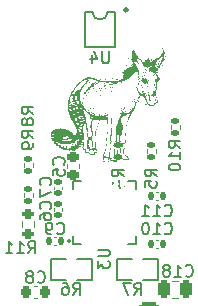
<source format=gbr>
%TF.GenerationSoftware,KiCad,Pcbnew,8.0.8*%
%TF.CreationDate,2025-03-31T15:02:32-07:00*%
%TF.ProjectId,stoplight,73746f70-6c69-4676-9874-2e6b69636164,0.1*%
%TF.SameCoordinates,Original*%
%TF.FileFunction,Legend,Bot*%
%TF.FilePolarity,Positive*%
%FSLAX46Y46*%
G04 Gerber Fmt 4.6, Leading zero omitted, Abs format (unit mm)*
G04 Created by KiCad (PCBNEW 8.0.8) date 2025-03-31 15:02:32*
%MOMM*%
%LPD*%
G01*
G04 APERTURE LIST*
G04 Aperture macros list*
%AMRoundRect*
0 Rectangle with rounded corners*
0 $1 Rounding radius*
0 $2 $3 $4 $5 $6 $7 $8 $9 X,Y pos of 4 corners*
0 Add a 4 corners polygon primitive as box body*
4,1,4,$2,$3,$4,$5,$6,$7,$8,$9,$2,$3,0*
0 Add four circle primitives for the rounded corners*
1,1,$1+$1,$2,$3*
1,1,$1+$1,$4,$5*
1,1,$1+$1,$6,$7*
1,1,$1+$1,$8,$9*
0 Add four rect primitives between the rounded corners*
20,1,$1+$1,$2,$3,$4,$5,0*
20,1,$1+$1,$4,$5,$6,$7,0*
20,1,$1+$1,$6,$7,$8,$9,0*
20,1,$1+$1,$8,$9,$2,$3,0*%
G04 Aperture macros list end*
%ADD10C,0.150000*%
%ADD11C,0.120000*%
%ADD12C,0.240000*%
%ADD13C,0.000000*%
%ADD14C,0.200000*%
%ADD15C,0.300000*%
%ADD16RoundRect,0.250000X0.600000X0.725000X-0.600000X0.725000X-0.600000X-0.725000X0.600000X-0.725000X0*%
%ADD17O,1.700000X1.950000*%
%ADD18R,1.400000X1.400000*%
%ADD19C,1.400000*%
%ADD20O,1.100000X1.700000*%
%ADD21RoundRect,0.250000X-0.250000X-0.475000X0.250000X-0.475000X0.250000X0.475000X-0.250000X0.475000X0*%
%ADD22RoundRect,0.140000X-0.140000X-0.170000X0.140000X-0.170000X0.140000X0.170000X-0.140000X0.170000X0*%
%ADD23R,1.130000X1.380000*%
%ADD24RoundRect,0.135000X-0.185000X0.135000X-0.185000X-0.135000X0.185000X-0.135000X0.185000X0.135000X0*%
%ADD25RoundRect,0.140000X0.170000X-0.140000X0.170000X0.140000X-0.170000X0.140000X-0.170000X-0.140000X0*%
%ADD26RoundRect,0.225000X0.225000X0.250000X-0.225000X0.250000X-0.225000X-0.250000X0.225000X-0.250000X0*%
%ADD27RoundRect,0.200000X0.275000X-0.200000X0.275000X0.200000X-0.275000X0.200000X-0.275000X-0.200000X0*%
%ADD28R,1.400000X0.410000*%
%ADD29RoundRect,0.135000X0.185000X-0.135000X0.185000X0.135000X-0.185000X0.135000X-0.185000X-0.135000X0*%
%ADD30O,0.900000X0.280000*%
%ADD31O,0.280000X0.900000*%
%ADD32R,3.500000X3.500000*%
%ADD33RoundRect,0.225000X0.250000X-0.225000X0.250000X0.225000X-0.250000X0.225000X-0.250000X-0.225000X0*%
%ADD34RoundRect,0.140000X0.140000X0.170000X-0.140000X0.170000X-0.140000X-0.170000X0.140000X-0.170000X0*%
G04 APERTURE END LIST*
D10*
X157096857Y-91035580D02*
X157144476Y-91083200D01*
X157144476Y-91083200D02*
X157287333Y-91130819D01*
X157287333Y-91130819D02*
X157382571Y-91130819D01*
X157382571Y-91130819D02*
X157525428Y-91083200D01*
X157525428Y-91083200D02*
X157620666Y-90987961D01*
X157620666Y-90987961D02*
X157668285Y-90892723D01*
X157668285Y-90892723D02*
X157715904Y-90702247D01*
X157715904Y-90702247D02*
X157715904Y-90559390D01*
X157715904Y-90559390D02*
X157668285Y-90368914D01*
X157668285Y-90368914D02*
X157620666Y-90273676D01*
X157620666Y-90273676D02*
X157525428Y-90178438D01*
X157525428Y-90178438D02*
X157382571Y-90130819D01*
X157382571Y-90130819D02*
X157287333Y-90130819D01*
X157287333Y-90130819D02*
X157144476Y-90178438D01*
X157144476Y-90178438D02*
X157096857Y-90226057D01*
X156144476Y-91130819D02*
X156715904Y-91130819D01*
X156430190Y-91130819D02*
X156430190Y-90130819D01*
X156430190Y-90130819D02*
X156525428Y-90273676D01*
X156525428Y-90273676D02*
X156620666Y-90368914D01*
X156620666Y-90368914D02*
X156715904Y-90416533D01*
X155573047Y-90559390D02*
X155668285Y-90511771D01*
X155668285Y-90511771D02*
X155715904Y-90464152D01*
X155715904Y-90464152D02*
X155763523Y-90368914D01*
X155763523Y-90368914D02*
X155763523Y-90321295D01*
X155763523Y-90321295D02*
X155715904Y-90226057D01*
X155715904Y-90226057D02*
X155668285Y-90178438D01*
X155668285Y-90178438D02*
X155573047Y-90130819D01*
X155573047Y-90130819D02*
X155382571Y-90130819D01*
X155382571Y-90130819D02*
X155287333Y-90178438D01*
X155287333Y-90178438D02*
X155239714Y-90226057D01*
X155239714Y-90226057D02*
X155192095Y-90321295D01*
X155192095Y-90321295D02*
X155192095Y-90368914D01*
X155192095Y-90368914D02*
X155239714Y-90464152D01*
X155239714Y-90464152D02*
X155287333Y-90511771D01*
X155287333Y-90511771D02*
X155382571Y-90559390D01*
X155382571Y-90559390D02*
X155573047Y-90559390D01*
X155573047Y-90559390D02*
X155668285Y-90607009D01*
X155668285Y-90607009D02*
X155715904Y-90654628D01*
X155715904Y-90654628D02*
X155763523Y-90749866D01*
X155763523Y-90749866D02*
X155763523Y-90940342D01*
X155763523Y-90940342D02*
X155715904Y-91035580D01*
X155715904Y-91035580D02*
X155668285Y-91083200D01*
X155668285Y-91083200D02*
X155573047Y-91130819D01*
X155573047Y-91130819D02*
X155382571Y-91130819D01*
X155382571Y-91130819D02*
X155287333Y-91083200D01*
X155287333Y-91083200D02*
X155239714Y-91035580D01*
X155239714Y-91035580D02*
X155192095Y-90940342D01*
X155192095Y-90940342D02*
X155192095Y-90749866D01*
X155192095Y-90749866D02*
X155239714Y-90654628D01*
X155239714Y-90654628D02*
X155287333Y-90607009D01*
X155287333Y-90607009D02*
X155382571Y-90559390D01*
X146207466Y-87456562D02*
X146255085Y-87504182D01*
X146255085Y-87504182D02*
X146397942Y-87551801D01*
X146397942Y-87551801D02*
X146493180Y-87551801D01*
X146493180Y-87551801D02*
X146636037Y-87504182D01*
X146636037Y-87504182D02*
X146731275Y-87408943D01*
X146731275Y-87408943D02*
X146778894Y-87313705D01*
X146778894Y-87313705D02*
X146826513Y-87123229D01*
X146826513Y-87123229D02*
X146826513Y-86980372D01*
X146826513Y-86980372D02*
X146778894Y-86789896D01*
X146778894Y-86789896D02*
X146731275Y-86694658D01*
X146731275Y-86694658D02*
X146636037Y-86599420D01*
X146636037Y-86599420D02*
X146493180Y-86551801D01*
X146493180Y-86551801D02*
X146397942Y-86551801D01*
X146397942Y-86551801D02*
X146255085Y-86599420D01*
X146255085Y-86599420D02*
X146207466Y-86647039D01*
X145731275Y-87551801D02*
X145540799Y-87551801D01*
X145540799Y-87551801D02*
X145445561Y-87504182D01*
X145445561Y-87504182D02*
X145397942Y-87456562D01*
X145397942Y-87456562D02*
X145302704Y-87313705D01*
X145302704Y-87313705D02*
X145255085Y-87123229D01*
X145255085Y-87123229D02*
X145255085Y-86742277D01*
X145255085Y-86742277D02*
X145302704Y-86647039D01*
X145302704Y-86647039D02*
X145350323Y-86599420D01*
X145350323Y-86599420D02*
X145445561Y-86551801D01*
X145445561Y-86551801D02*
X145636037Y-86551801D01*
X145636037Y-86551801D02*
X145731275Y-86599420D01*
X145731275Y-86599420D02*
X145778894Y-86647039D01*
X145778894Y-86647039D02*
X145826513Y-86742277D01*
X145826513Y-86742277D02*
X145826513Y-86980372D01*
X145826513Y-86980372D02*
X145778894Y-87075610D01*
X145778894Y-87075610D02*
X145731275Y-87123229D01*
X145731275Y-87123229D02*
X145636037Y-87170848D01*
X145636037Y-87170848D02*
X145445561Y-87170848D01*
X145445561Y-87170848D02*
X145350323Y-87123229D01*
X145350323Y-87123229D02*
X145302704Y-87075610D01*
X145302704Y-87075610D02*
X145255085Y-86980372D01*
X152766666Y-92654819D02*
X153099999Y-92178628D01*
X153338094Y-92654819D02*
X153338094Y-91654819D01*
X153338094Y-91654819D02*
X152957142Y-91654819D01*
X152957142Y-91654819D02*
X152861904Y-91702438D01*
X152861904Y-91702438D02*
X152814285Y-91750057D01*
X152814285Y-91750057D02*
X152766666Y-91845295D01*
X152766666Y-91845295D02*
X152766666Y-91988152D01*
X152766666Y-91988152D02*
X152814285Y-92083390D01*
X152814285Y-92083390D02*
X152861904Y-92131009D01*
X152861904Y-92131009D02*
X152957142Y-92178628D01*
X152957142Y-92178628D02*
X153338094Y-92178628D01*
X152433332Y-91654819D02*
X151766666Y-91654819D01*
X151766666Y-91654819D02*
X152195237Y-92654819D01*
X151854819Y-82633333D02*
X151378628Y-82300000D01*
X151854819Y-82061905D02*
X150854819Y-82061905D01*
X150854819Y-82061905D02*
X150854819Y-82442857D01*
X150854819Y-82442857D02*
X150902438Y-82538095D01*
X150902438Y-82538095D02*
X150950057Y-82585714D01*
X150950057Y-82585714D02*
X151045295Y-82633333D01*
X151045295Y-82633333D02*
X151188152Y-82633333D01*
X151188152Y-82633333D02*
X151283390Y-82585714D01*
X151283390Y-82585714D02*
X151331009Y-82538095D01*
X151331009Y-82538095D02*
X151378628Y-82442857D01*
X151378628Y-82442857D02*
X151378628Y-82061905D01*
X151188152Y-83490476D02*
X151854819Y-83490476D01*
X150807200Y-83252381D02*
X151521485Y-83014286D01*
X151521485Y-83014286D02*
X151521485Y-83633333D01*
X155319657Y-85932562D02*
X155367276Y-85980182D01*
X155367276Y-85980182D02*
X155510133Y-86027801D01*
X155510133Y-86027801D02*
X155605371Y-86027801D01*
X155605371Y-86027801D02*
X155748228Y-85980182D01*
X155748228Y-85980182D02*
X155843466Y-85884943D01*
X155843466Y-85884943D02*
X155891085Y-85789705D01*
X155891085Y-85789705D02*
X155938704Y-85599229D01*
X155938704Y-85599229D02*
X155938704Y-85456372D01*
X155938704Y-85456372D02*
X155891085Y-85265896D01*
X155891085Y-85265896D02*
X155843466Y-85170658D01*
X155843466Y-85170658D02*
X155748228Y-85075420D01*
X155748228Y-85075420D02*
X155605371Y-85027801D01*
X155605371Y-85027801D02*
X155510133Y-85027801D01*
X155510133Y-85027801D02*
X155367276Y-85075420D01*
X155367276Y-85075420D02*
X155319657Y-85123039D01*
X154367276Y-86027801D02*
X154938704Y-86027801D01*
X154652990Y-86027801D02*
X154652990Y-85027801D01*
X154652990Y-85027801D02*
X154748228Y-85170658D01*
X154748228Y-85170658D02*
X154843466Y-85265896D01*
X154843466Y-85265896D02*
X154938704Y-85313515D01*
X153414895Y-86027801D02*
X153986323Y-86027801D01*
X153700609Y-86027801D02*
X153700609Y-85027801D01*
X153700609Y-85027801D02*
X153795847Y-85170658D01*
X153795847Y-85170658D02*
X153891085Y-85265896D01*
X153891085Y-85265896D02*
X153986323Y-85313515D01*
X145638380Y-85395133D02*
X145686000Y-85347514D01*
X145686000Y-85347514D02*
X145733619Y-85204657D01*
X145733619Y-85204657D02*
X145733619Y-85109419D01*
X145733619Y-85109419D02*
X145686000Y-84966562D01*
X145686000Y-84966562D02*
X145590761Y-84871324D01*
X145590761Y-84871324D02*
X145495523Y-84823705D01*
X145495523Y-84823705D02*
X145305047Y-84776086D01*
X145305047Y-84776086D02*
X145162190Y-84776086D01*
X145162190Y-84776086D02*
X144971714Y-84823705D01*
X144971714Y-84823705D02*
X144876476Y-84871324D01*
X144876476Y-84871324D02*
X144781238Y-84966562D01*
X144781238Y-84966562D02*
X144733619Y-85109419D01*
X144733619Y-85109419D02*
X144733619Y-85204657D01*
X144733619Y-85204657D02*
X144781238Y-85347514D01*
X144781238Y-85347514D02*
X144828857Y-85395133D01*
X144733619Y-86252276D02*
X144733619Y-86061800D01*
X144733619Y-86061800D02*
X144781238Y-85966562D01*
X144781238Y-85966562D02*
X144828857Y-85918943D01*
X144828857Y-85918943D02*
X144971714Y-85823705D01*
X144971714Y-85823705D02*
X145162190Y-85776086D01*
X145162190Y-85776086D02*
X145543142Y-85776086D01*
X145543142Y-85776086D02*
X145638380Y-85823705D01*
X145638380Y-85823705D02*
X145686000Y-85871324D01*
X145686000Y-85871324D02*
X145733619Y-85966562D01*
X145733619Y-85966562D02*
X145733619Y-86157038D01*
X145733619Y-86157038D02*
X145686000Y-86252276D01*
X145686000Y-86252276D02*
X145638380Y-86299895D01*
X145638380Y-86299895D02*
X145543142Y-86347514D01*
X145543142Y-86347514D02*
X145305047Y-86347514D01*
X145305047Y-86347514D02*
X145209809Y-86299895D01*
X145209809Y-86299895D02*
X145162190Y-86252276D01*
X145162190Y-86252276D02*
X145114571Y-86157038D01*
X145114571Y-86157038D02*
X145114571Y-85966562D01*
X145114571Y-85966562D02*
X145162190Y-85871324D01*
X145162190Y-85871324D02*
X145209809Y-85823705D01*
X145209809Y-85823705D02*
X145305047Y-85776086D01*
X144566666Y-91559580D02*
X144614285Y-91607200D01*
X144614285Y-91607200D02*
X144757142Y-91654819D01*
X144757142Y-91654819D02*
X144852380Y-91654819D01*
X144852380Y-91654819D02*
X144995237Y-91607200D01*
X144995237Y-91607200D02*
X145090475Y-91511961D01*
X145090475Y-91511961D02*
X145138094Y-91416723D01*
X145138094Y-91416723D02*
X145185713Y-91226247D01*
X145185713Y-91226247D02*
X145185713Y-91083390D01*
X145185713Y-91083390D02*
X145138094Y-90892914D01*
X145138094Y-90892914D02*
X145090475Y-90797676D01*
X145090475Y-90797676D02*
X144995237Y-90702438D01*
X144995237Y-90702438D02*
X144852380Y-90654819D01*
X144852380Y-90654819D02*
X144757142Y-90654819D01*
X144757142Y-90654819D02*
X144614285Y-90702438D01*
X144614285Y-90702438D02*
X144566666Y-90750057D01*
X143995237Y-91083390D02*
X144090475Y-91035771D01*
X144090475Y-91035771D02*
X144138094Y-90988152D01*
X144138094Y-90988152D02*
X144185713Y-90892914D01*
X144185713Y-90892914D02*
X144185713Y-90845295D01*
X144185713Y-90845295D02*
X144138094Y-90750057D01*
X144138094Y-90750057D02*
X144090475Y-90702438D01*
X144090475Y-90702438D02*
X143995237Y-90654819D01*
X143995237Y-90654819D02*
X143804761Y-90654819D01*
X143804761Y-90654819D02*
X143709523Y-90702438D01*
X143709523Y-90702438D02*
X143661904Y-90750057D01*
X143661904Y-90750057D02*
X143614285Y-90845295D01*
X143614285Y-90845295D02*
X143614285Y-90892914D01*
X143614285Y-90892914D02*
X143661904Y-90988152D01*
X143661904Y-90988152D02*
X143709523Y-91035771D01*
X143709523Y-91035771D02*
X143804761Y-91083390D01*
X143804761Y-91083390D02*
X143995237Y-91083390D01*
X143995237Y-91083390D02*
X144090475Y-91131009D01*
X144090475Y-91131009D02*
X144138094Y-91178628D01*
X144138094Y-91178628D02*
X144185713Y-91273866D01*
X144185713Y-91273866D02*
X144185713Y-91464342D01*
X144185713Y-91464342D02*
X144138094Y-91559580D01*
X144138094Y-91559580D02*
X144090475Y-91607200D01*
X144090475Y-91607200D02*
X143995237Y-91654819D01*
X143995237Y-91654819D02*
X143804761Y-91654819D01*
X143804761Y-91654819D02*
X143709523Y-91607200D01*
X143709523Y-91607200D02*
X143661904Y-91559580D01*
X143661904Y-91559580D02*
X143614285Y-91464342D01*
X143614285Y-91464342D02*
X143614285Y-91273866D01*
X143614285Y-91273866D02*
X143661904Y-91178628D01*
X143661904Y-91178628D02*
X143709523Y-91131009D01*
X143709523Y-91131009D02*
X143804761Y-91083390D01*
X156655619Y-80231124D02*
X156179428Y-79897791D01*
X156655619Y-79659696D02*
X155655619Y-79659696D01*
X155655619Y-79659696D02*
X155655619Y-80040648D01*
X155655619Y-80040648D02*
X155703238Y-80135886D01*
X155703238Y-80135886D02*
X155750857Y-80183505D01*
X155750857Y-80183505D02*
X155846095Y-80231124D01*
X155846095Y-80231124D02*
X155988952Y-80231124D01*
X155988952Y-80231124D02*
X156084190Y-80183505D01*
X156084190Y-80183505D02*
X156131809Y-80135886D01*
X156131809Y-80135886D02*
X156179428Y-80040648D01*
X156179428Y-80040648D02*
X156179428Y-79659696D01*
X156655619Y-81183505D02*
X156655619Y-80612077D01*
X156655619Y-80897791D02*
X155655619Y-80897791D01*
X155655619Y-80897791D02*
X155798476Y-80802553D01*
X155798476Y-80802553D02*
X155893714Y-80707315D01*
X155893714Y-80707315D02*
X155941333Y-80612077D01*
X155655619Y-81802553D02*
X155655619Y-81897791D01*
X155655619Y-81897791D02*
X155703238Y-81993029D01*
X155703238Y-81993029D02*
X155750857Y-82040648D01*
X155750857Y-82040648D02*
X155846095Y-82088267D01*
X155846095Y-82088267D02*
X156036571Y-82135886D01*
X156036571Y-82135886D02*
X156274666Y-82135886D01*
X156274666Y-82135886D02*
X156465142Y-82088267D01*
X156465142Y-82088267D02*
X156560380Y-82040648D01*
X156560380Y-82040648D02*
X156608000Y-81993029D01*
X156608000Y-81993029D02*
X156655619Y-81897791D01*
X156655619Y-81897791D02*
X156655619Y-81802553D01*
X156655619Y-81802553D02*
X156608000Y-81707315D01*
X156608000Y-81707315D02*
X156560380Y-81659696D01*
X156560380Y-81659696D02*
X156465142Y-81612077D01*
X156465142Y-81612077D02*
X156274666Y-81564458D01*
X156274666Y-81564458D02*
X156036571Y-81564458D01*
X156036571Y-81564458D02*
X155846095Y-81612077D01*
X155846095Y-81612077D02*
X155750857Y-81659696D01*
X155750857Y-81659696D02*
X155703238Y-81707315D01*
X155703238Y-81707315D02*
X155655619Y-81802553D01*
X154654819Y-82633333D02*
X154178628Y-82300000D01*
X154654819Y-82061905D02*
X153654819Y-82061905D01*
X153654819Y-82061905D02*
X153654819Y-82442857D01*
X153654819Y-82442857D02*
X153702438Y-82538095D01*
X153702438Y-82538095D02*
X153750057Y-82585714D01*
X153750057Y-82585714D02*
X153845295Y-82633333D01*
X153845295Y-82633333D02*
X153988152Y-82633333D01*
X153988152Y-82633333D02*
X154083390Y-82585714D01*
X154083390Y-82585714D02*
X154131009Y-82538095D01*
X154131009Y-82538095D02*
X154178628Y-82442857D01*
X154178628Y-82442857D02*
X154178628Y-82061905D01*
X153654819Y-83538095D02*
X153654819Y-83061905D01*
X153654819Y-83061905D02*
X154131009Y-83014286D01*
X154131009Y-83014286D02*
X154083390Y-83061905D01*
X154083390Y-83061905D02*
X154035771Y-83157143D01*
X154035771Y-83157143D02*
X154035771Y-83395238D01*
X154035771Y-83395238D02*
X154083390Y-83490476D01*
X154083390Y-83490476D02*
X154131009Y-83538095D01*
X154131009Y-83538095D02*
X154226247Y-83585714D01*
X154226247Y-83585714D02*
X154464342Y-83585714D01*
X154464342Y-83585714D02*
X154559580Y-83538095D01*
X154559580Y-83538095D02*
X154607200Y-83490476D01*
X154607200Y-83490476D02*
X154654819Y-83395238D01*
X154654819Y-83395238D02*
X154654819Y-83157143D01*
X154654819Y-83157143D02*
X154607200Y-83061905D01*
X154607200Y-83061905D02*
X154559580Y-83014286D01*
X144209619Y-79373315D02*
X143733428Y-79039982D01*
X144209619Y-78801887D02*
X143209619Y-78801887D01*
X143209619Y-78801887D02*
X143209619Y-79182839D01*
X143209619Y-79182839D02*
X143257238Y-79278077D01*
X143257238Y-79278077D02*
X143304857Y-79325696D01*
X143304857Y-79325696D02*
X143400095Y-79373315D01*
X143400095Y-79373315D02*
X143542952Y-79373315D01*
X143542952Y-79373315D02*
X143638190Y-79325696D01*
X143638190Y-79325696D02*
X143685809Y-79278077D01*
X143685809Y-79278077D02*
X143733428Y-79182839D01*
X143733428Y-79182839D02*
X143733428Y-78801887D01*
X144209619Y-79849506D02*
X144209619Y-80039982D01*
X144209619Y-80039982D02*
X144162000Y-80135220D01*
X144162000Y-80135220D02*
X144114380Y-80182839D01*
X144114380Y-80182839D02*
X143971523Y-80278077D01*
X143971523Y-80278077D02*
X143781047Y-80325696D01*
X143781047Y-80325696D02*
X143400095Y-80325696D01*
X143400095Y-80325696D02*
X143304857Y-80278077D01*
X143304857Y-80278077D02*
X143257238Y-80230458D01*
X143257238Y-80230458D02*
X143209619Y-80135220D01*
X143209619Y-80135220D02*
X143209619Y-79944744D01*
X143209619Y-79944744D02*
X143257238Y-79849506D01*
X143257238Y-79849506D02*
X143304857Y-79801887D01*
X143304857Y-79801887D02*
X143400095Y-79754268D01*
X143400095Y-79754268D02*
X143638190Y-79754268D01*
X143638190Y-79754268D02*
X143733428Y-79801887D01*
X143733428Y-79801887D02*
X143781047Y-79849506D01*
X143781047Y-79849506D02*
X143828666Y-79944744D01*
X143828666Y-79944744D02*
X143828666Y-80135220D01*
X143828666Y-80135220D02*
X143781047Y-80230458D01*
X143781047Y-80230458D02*
X143733428Y-80278077D01*
X143733428Y-80278077D02*
X143638190Y-80325696D01*
X143762657Y-89138801D02*
X144095990Y-88662610D01*
X144334085Y-89138801D02*
X144334085Y-88138801D01*
X144334085Y-88138801D02*
X143953133Y-88138801D01*
X143953133Y-88138801D02*
X143857895Y-88186420D01*
X143857895Y-88186420D02*
X143810276Y-88234039D01*
X143810276Y-88234039D02*
X143762657Y-88329277D01*
X143762657Y-88329277D02*
X143762657Y-88472134D01*
X143762657Y-88472134D02*
X143810276Y-88567372D01*
X143810276Y-88567372D02*
X143857895Y-88614991D01*
X143857895Y-88614991D02*
X143953133Y-88662610D01*
X143953133Y-88662610D02*
X144334085Y-88662610D01*
X142810276Y-89138801D02*
X143381704Y-89138801D01*
X143095990Y-89138801D02*
X143095990Y-88138801D01*
X143095990Y-88138801D02*
X143191228Y-88281658D01*
X143191228Y-88281658D02*
X143286466Y-88376896D01*
X143286466Y-88376896D02*
X143381704Y-88424515D01*
X141857895Y-89138801D02*
X142429323Y-89138801D01*
X142143609Y-89138801D02*
X142143609Y-88138801D01*
X142143609Y-88138801D02*
X142238847Y-88281658D01*
X142238847Y-88281658D02*
X142334085Y-88376896D01*
X142334085Y-88376896D02*
X142429323Y-88424515D01*
X150612704Y-72062619D02*
X150612704Y-72872142D01*
X150612704Y-72872142D02*
X150565085Y-72967380D01*
X150565085Y-72967380D02*
X150517466Y-73015000D01*
X150517466Y-73015000D02*
X150422228Y-73062619D01*
X150422228Y-73062619D02*
X150231752Y-73062619D01*
X150231752Y-73062619D02*
X150136514Y-73015000D01*
X150136514Y-73015000D02*
X150088895Y-72967380D01*
X150088895Y-72967380D02*
X150041276Y-72872142D01*
X150041276Y-72872142D02*
X150041276Y-72062619D01*
X149136514Y-72395952D02*
X149136514Y-73062619D01*
X149374609Y-72015000D02*
X149612704Y-72729285D01*
X149612704Y-72729285D02*
X148993657Y-72729285D01*
X147566666Y-92654819D02*
X147899999Y-92178628D01*
X148138094Y-92654819D02*
X148138094Y-91654819D01*
X148138094Y-91654819D02*
X147757142Y-91654819D01*
X147757142Y-91654819D02*
X147661904Y-91702438D01*
X147661904Y-91702438D02*
X147614285Y-91750057D01*
X147614285Y-91750057D02*
X147566666Y-91845295D01*
X147566666Y-91845295D02*
X147566666Y-91988152D01*
X147566666Y-91988152D02*
X147614285Y-92083390D01*
X147614285Y-92083390D02*
X147661904Y-92131009D01*
X147661904Y-92131009D02*
X147757142Y-92178628D01*
X147757142Y-92178628D02*
X148138094Y-92178628D01*
X146709523Y-91654819D02*
X146899999Y-91654819D01*
X146899999Y-91654819D02*
X146995237Y-91702438D01*
X146995237Y-91702438D02*
X147042856Y-91750057D01*
X147042856Y-91750057D02*
X147138094Y-91892914D01*
X147138094Y-91892914D02*
X147185713Y-92083390D01*
X147185713Y-92083390D02*
X147185713Y-92464342D01*
X147185713Y-92464342D02*
X147138094Y-92559580D01*
X147138094Y-92559580D02*
X147090475Y-92607200D01*
X147090475Y-92607200D02*
X146995237Y-92654819D01*
X146995237Y-92654819D02*
X146804761Y-92654819D01*
X146804761Y-92654819D02*
X146709523Y-92607200D01*
X146709523Y-92607200D02*
X146661904Y-92559580D01*
X146661904Y-92559580D02*
X146614285Y-92464342D01*
X146614285Y-92464342D02*
X146614285Y-92226247D01*
X146614285Y-92226247D02*
X146661904Y-92131009D01*
X146661904Y-92131009D02*
X146709523Y-92083390D01*
X146709523Y-92083390D02*
X146804761Y-92035771D01*
X146804761Y-92035771D02*
X146995237Y-92035771D01*
X146995237Y-92035771D02*
X147090475Y-92083390D01*
X147090475Y-92083390D02*
X147138094Y-92131009D01*
X147138094Y-92131009D02*
X147185713Y-92226247D01*
X145638380Y-83363133D02*
X145686000Y-83315514D01*
X145686000Y-83315514D02*
X145733619Y-83172657D01*
X145733619Y-83172657D02*
X145733619Y-83077419D01*
X145733619Y-83077419D02*
X145686000Y-82934562D01*
X145686000Y-82934562D02*
X145590761Y-82839324D01*
X145590761Y-82839324D02*
X145495523Y-82791705D01*
X145495523Y-82791705D02*
X145305047Y-82744086D01*
X145305047Y-82744086D02*
X145162190Y-82744086D01*
X145162190Y-82744086D02*
X144971714Y-82791705D01*
X144971714Y-82791705D02*
X144876476Y-82839324D01*
X144876476Y-82839324D02*
X144781238Y-82934562D01*
X144781238Y-82934562D02*
X144733619Y-83077419D01*
X144733619Y-83077419D02*
X144733619Y-83172657D01*
X144733619Y-83172657D02*
X144781238Y-83315514D01*
X144781238Y-83315514D02*
X144828857Y-83363133D01*
X144733619Y-83696467D02*
X144733619Y-84363133D01*
X144733619Y-84363133D02*
X145733619Y-83934562D01*
X144209619Y-77341315D02*
X143733428Y-77007982D01*
X144209619Y-76769887D02*
X143209619Y-76769887D01*
X143209619Y-76769887D02*
X143209619Y-77150839D01*
X143209619Y-77150839D02*
X143257238Y-77246077D01*
X143257238Y-77246077D02*
X143304857Y-77293696D01*
X143304857Y-77293696D02*
X143400095Y-77341315D01*
X143400095Y-77341315D02*
X143542952Y-77341315D01*
X143542952Y-77341315D02*
X143638190Y-77293696D01*
X143638190Y-77293696D02*
X143685809Y-77246077D01*
X143685809Y-77246077D02*
X143733428Y-77150839D01*
X143733428Y-77150839D02*
X143733428Y-76769887D01*
X143638190Y-77912744D02*
X143590571Y-77817506D01*
X143590571Y-77817506D02*
X143542952Y-77769887D01*
X143542952Y-77769887D02*
X143447714Y-77722268D01*
X143447714Y-77722268D02*
X143400095Y-77722268D01*
X143400095Y-77722268D02*
X143304857Y-77769887D01*
X143304857Y-77769887D02*
X143257238Y-77817506D01*
X143257238Y-77817506D02*
X143209619Y-77912744D01*
X143209619Y-77912744D02*
X143209619Y-78103220D01*
X143209619Y-78103220D02*
X143257238Y-78198458D01*
X143257238Y-78198458D02*
X143304857Y-78246077D01*
X143304857Y-78246077D02*
X143400095Y-78293696D01*
X143400095Y-78293696D02*
X143447714Y-78293696D01*
X143447714Y-78293696D02*
X143542952Y-78246077D01*
X143542952Y-78246077D02*
X143590571Y-78198458D01*
X143590571Y-78198458D02*
X143638190Y-78103220D01*
X143638190Y-78103220D02*
X143638190Y-77912744D01*
X143638190Y-77912744D02*
X143685809Y-77817506D01*
X143685809Y-77817506D02*
X143733428Y-77769887D01*
X143733428Y-77769887D02*
X143828666Y-77722268D01*
X143828666Y-77722268D02*
X144019142Y-77722268D01*
X144019142Y-77722268D02*
X144114380Y-77769887D01*
X144114380Y-77769887D02*
X144162000Y-77817506D01*
X144162000Y-77817506D02*
X144209619Y-77912744D01*
X144209619Y-77912744D02*
X144209619Y-78103220D01*
X144209619Y-78103220D02*
X144162000Y-78198458D01*
X144162000Y-78198458D02*
X144114380Y-78246077D01*
X144114380Y-78246077D02*
X144019142Y-78293696D01*
X144019142Y-78293696D02*
X143828666Y-78293696D01*
X143828666Y-78293696D02*
X143733428Y-78246077D01*
X143733428Y-78246077D02*
X143685809Y-78198458D01*
X143685809Y-78198458D02*
X143638190Y-78103220D01*
X149654819Y-88838095D02*
X150464342Y-88838095D01*
X150464342Y-88838095D02*
X150559580Y-88885714D01*
X150559580Y-88885714D02*
X150607200Y-88933333D01*
X150607200Y-88933333D02*
X150654819Y-89028571D01*
X150654819Y-89028571D02*
X150654819Y-89219047D01*
X150654819Y-89219047D02*
X150607200Y-89314285D01*
X150607200Y-89314285D02*
X150559580Y-89361904D01*
X150559580Y-89361904D02*
X150464342Y-89409523D01*
X150464342Y-89409523D02*
X149654819Y-89409523D01*
X149654819Y-89790476D02*
X149654819Y-90409523D01*
X149654819Y-90409523D02*
X150035771Y-90076190D01*
X150035771Y-90076190D02*
X150035771Y-90219047D01*
X150035771Y-90219047D02*
X150083390Y-90314285D01*
X150083390Y-90314285D02*
X150131009Y-90361904D01*
X150131009Y-90361904D02*
X150226247Y-90409523D01*
X150226247Y-90409523D02*
X150464342Y-90409523D01*
X150464342Y-90409523D02*
X150559580Y-90361904D01*
X150559580Y-90361904D02*
X150607200Y-90314285D01*
X150607200Y-90314285D02*
X150654819Y-90219047D01*
X150654819Y-90219047D02*
X150654819Y-89933333D01*
X150654819Y-89933333D02*
X150607200Y-89838095D01*
X150607200Y-89838095D02*
X150559580Y-89790476D01*
X146759580Y-81633333D02*
X146807200Y-81585714D01*
X146807200Y-81585714D02*
X146854819Y-81442857D01*
X146854819Y-81442857D02*
X146854819Y-81347619D01*
X146854819Y-81347619D02*
X146807200Y-81204762D01*
X146807200Y-81204762D02*
X146711961Y-81109524D01*
X146711961Y-81109524D02*
X146616723Y-81061905D01*
X146616723Y-81061905D02*
X146426247Y-81014286D01*
X146426247Y-81014286D02*
X146283390Y-81014286D01*
X146283390Y-81014286D02*
X146092914Y-81061905D01*
X146092914Y-81061905D02*
X145997676Y-81109524D01*
X145997676Y-81109524D02*
X145902438Y-81204762D01*
X145902438Y-81204762D02*
X145854819Y-81347619D01*
X145854819Y-81347619D02*
X145854819Y-81442857D01*
X145854819Y-81442857D02*
X145902438Y-81585714D01*
X145902438Y-81585714D02*
X145950057Y-81633333D01*
X145854819Y-82538095D02*
X145854819Y-82061905D01*
X145854819Y-82061905D02*
X146331009Y-82014286D01*
X146331009Y-82014286D02*
X146283390Y-82061905D01*
X146283390Y-82061905D02*
X146235771Y-82157143D01*
X146235771Y-82157143D02*
X146235771Y-82395238D01*
X146235771Y-82395238D02*
X146283390Y-82490476D01*
X146283390Y-82490476D02*
X146331009Y-82538095D01*
X146331009Y-82538095D02*
X146426247Y-82585714D01*
X146426247Y-82585714D02*
X146664342Y-82585714D01*
X146664342Y-82585714D02*
X146759580Y-82538095D01*
X146759580Y-82538095D02*
X146807200Y-82490476D01*
X146807200Y-82490476D02*
X146854819Y-82395238D01*
X146854819Y-82395238D02*
X146854819Y-82157143D01*
X146854819Y-82157143D02*
X146807200Y-82061905D01*
X146807200Y-82061905D02*
X146759580Y-82014286D01*
X155319657Y-87456562D02*
X155367276Y-87504182D01*
X155367276Y-87504182D02*
X155510133Y-87551801D01*
X155510133Y-87551801D02*
X155605371Y-87551801D01*
X155605371Y-87551801D02*
X155748228Y-87504182D01*
X155748228Y-87504182D02*
X155843466Y-87408943D01*
X155843466Y-87408943D02*
X155891085Y-87313705D01*
X155891085Y-87313705D02*
X155938704Y-87123229D01*
X155938704Y-87123229D02*
X155938704Y-86980372D01*
X155938704Y-86980372D02*
X155891085Y-86789896D01*
X155891085Y-86789896D02*
X155843466Y-86694658D01*
X155843466Y-86694658D02*
X155748228Y-86599420D01*
X155748228Y-86599420D02*
X155605371Y-86551801D01*
X155605371Y-86551801D02*
X155510133Y-86551801D01*
X155510133Y-86551801D02*
X155367276Y-86599420D01*
X155367276Y-86599420D02*
X155319657Y-86647039D01*
X154367276Y-87551801D02*
X154938704Y-87551801D01*
X154652990Y-87551801D02*
X154652990Y-86551801D01*
X154652990Y-86551801D02*
X154748228Y-86694658D01*
X154748228Y-86694658D02*
X154843466Y-86789896D01*
X154843466Y-86789896D02*
X154938704Y-86837515D01*
X153748228Y-86551801D02*
X153652990Y-86551801D01*
X153652990Y-86551801D02*
X153557752Y-86599420D01*
X153557752Y-86599420D02*
X153510133Y-86647039D01*
X153510133Y-86647039D02*
X153462514Y-86742277D01*
X153462514Y-86742277D02*
X153414895Y-86932753D01*
X153414895Y-86932753D02*
X153414895Y-87170848D01*
X153414895Y-87170848D02*
X153462514Y-87361324D01*
X153462514Y-87361324D02*
X153510133Y-87456562D01*
X153510133Y-87456562D02*
X153557752Y-87504182D01*
X153557752Y-87504182D02*
X153652990Y-87551801D01*
X153652990Y-87551801D02*
X153748228Y-87551801D01*
X153748228Y-87551801D02*
X153843466Y-87504182D01*
X153843466Y-87504182D02*
X153891085Y-87456562D01*
X153891085Y-87456562D02*
X153938704Y-87361324D01*
X153938704Y-87361324D02*
X153986323Y-87170848D01*
X153986323Y-87170848D02*
X153986323Y-86932753D01*
X153986323Y-86932753D02*
X153938704Y-86742277D01*
X153938704Y-86742277D02*
X153891085Y-86647039D01*
X153891085Y-86647039D02*
X153843466Y-86599420D01*
X153843466Y-86599420D02*
X153748228Y-86551801D01*
D11*
%TO.C,C18*%
X156461252Y-91465000D02*
X155938748Y-91465000D01*
X156461252Y-92935000D02*
X155938748Y-92935000D01*
%TO.C,C9*%
X146148636Y-87752982D02*
X145932964Y-87752982D01*
X146148636Y-88472982D02*
X145932964Y-88472982D01*
D10*
%TO.C,R7*%
X151265800Y-89594800D02*
X152545800Y-89594800D01*
X151265800Y-91434800D02*
X151265800Y-89594800D01*
X152545800Y-91434800D02*
X151265800Y-91434800D01*
X153505800Y-91434800D02*
X154785800Y-91434800D01*
X154785800Y-89594800D02*
X153505800Y-89594800D01*
X154785800Y-91434800D02*
X154785800Y-89594800D01*
D11*
%TO.C,R4*%
X150994800Y-80635441D02*
X150994800Y-80328159D01*
X151754800Y-80635441D02*
X151754800Y-80328159D01*
%TO.C,C11*%
X154784636Y-83942982D02*
X154568964Y-83942982D01*
X154784636Y-84662982D02*
X154568964Y-84662982D01*
%TO.C,C6*%
X145934800Y-85326964D02*
X145934800Y-85542636D01*
X146654800Y-85326964D02*
X146654800Y-85542636D01*
%TO.C,C8*%
X144259420Y-91890000D02*
X144540580Y-91890000D01*
X144259420Y-92910000D02*
X144540580Y-92910000D01*
%TO.C,R10*%
X155820800Y-78614623D02*
X155820800Y-78307341D01*
X156580800Y-78614623D02*
X156580800Y-78307341D01*
%TO.C,R5*%
X153788800Y-80646623D02*
X153788800Y-80339341D01*
X154548800Y-80646623D02*
X154548800Y-80339341D01*
%TO.C,R9*%
X143374800Y-84392623D02*
X143374800Y-84085341D01*
X144134800Y-84392623D02*
X144134800Y-84085341D01*
%TO.C,R11*%
X143232300Y-86414724D02*
X143232300Y-86889240D01*
X144277300Y-86414724D02*
X144277300Y-86889240D01*
D10*
%TO.C,U4*%
X148550800Y-68714800D02*
X148550800Y-71694800D01*
X148550800Y-71694800D02*
X151150800Y-71694800D01*
X149200800Y-68714800D02*
X148550800Y-68714800D01*
X151150800Y-68714800D02*
X150500800Y-68714800D01*
X151150800Y-71694800D02*
X151150800Y-68714800D01*
X150500800Y-68714800D02*
G75*
G02*
X149200800Y-68714800I-650000J0D01*
G01*
D12*
X152170800Y-68544800D02*
G75*
G02*
X151930800Y-68544800I-120000J0D01*
G01*
X151930800Y-68544800D02*
G75*
G02*
X152170800Y-68544800I120000J0D01*
G01*
D10*
%TO.C,R6*%
X145677800Y-89594800D02*
X145677800Y-91434800D01*
X145677800Y-91434800D02*
X146957800Y-91434800D01*
X146957800Y-89594800D02*
X145677800Y-89594800D01*
X147917800Y-89594800D02*
X149197800Y-89594800D01*
X149197800Y-89594800D02*
X149197800Y-91434800D01*
X149197800Y-91434800D02*
X147917800Y-91434800D01*
D13*
%TO.C,G\u002A\u002A\u002A*%
G36*
X146080000Y-79490000D02*
G01*
X146070000Y-79500000D01*
X146060000Y-79490000D01*
X146070000Y-79480000D01*
X146080000Y-79490000D01*
G37*
G36*
X146280000Y-79770000D02*
G01*
X146270000Y-79780000D01*
X146260000Y-79770000D01*
X146270000Y-79760000D01*
X146280000Y-79770000D01*
G37*
G36*
X146740000Y-78990000D02*
G01*
X146730000Y-79000000D01*
X146720000Y-78990000D01*
X146730000Y-78980000D01*
X146740000Y-78990000D01*
G37*
G36*
X147380000Y-76950000D02*
G01*
X147370000Y-76960000D01*
X147360000Y-76950000D01*
X147370000Y-76940000D01*
X147380000Y-76950000D01*
G37*
G36*
X147440000Y-77350000D02*
G01*
X147430000Y-77360000D01*
X147420000Y-77350000D01*
X147430000Y-77340000D01*
X147440000Y-77350000D01*
G37*
G36*
X147460000Y-76190000D02*
G01*
X147450000Y-76200000D01*
X147440000Y-76190000D01*
X147450000Y-76180000D01*
X147460000Y-76190000D01*
G37*
G36*
X147460000Y-79850000D02*
G01*
X147450000Y-79860000D01*
X147440000Y-79850000D01*
X147450000Y-79840000D01*
X147460000Y-79850000D01*
G37*
G36*
X147500000Y-79210000D02*
G01*
X147490000Y-79220000D01*
X147480000Y-79210000D01*
X147490000Y-79200000D01*
X147500000Y-79210000D01*
G37*
G36*
X147600000Y-80090000D02*
G01*
X147590000Y-80100000D01*
X147580000Y-80090000D01*
X147590000Y-80080000D01*
X147600000Y-80090000D01*
G37*
G36*
X147720000Y-79050000D02*
G01*
X147710000Y-79060000D01*
X147700000Y-79050000D01*
X147710000Y-79040000D01*
X147720000Y-79050000D01*
G37*
G36*
X147740000Y-77730000D02*
G01*
X147730000Y-77740000D01*
X147720000Y-77730000D01*
X147730000Y-77720000D01*
X147740000Y-77730000D01*
G37*
G36*
X147740000Y-79810000D02*
G01*
X147730000Y-79820000D01*
X147720000Y-79810000D01*
X147730000Y-79800000D01*
X147740000Y-79810000D01*
G37*
G36*
X147740000Y-79890000D02*
G01*
X147730000Y-79900000D01*
X147720000Y-79890000D01*
X147730000Y-79880000D01*
X147740000Y-79890000D01*
G37*
G36*
X147760000Y-77690000D02*
G01*
X147750000Y-77700000D01*
X147740000Y-77690000D01*
X147750000Y-77680000D01*
X147760000Y-77690000D01*
G37*
G36*
X147760000Y-79770000D02*
G01*
X147750000Y-79780000D01*
X147740000Y-79770000D01*
X147750000Y-79760000D01*
X147760000Y-79770000D01*
G37*
G36*
X147760000Y-79850000D02*
G01*
X147750000Y-79860000D01*
X147740000Y-79850000D01*
X147750000Y-79840000D01*
X147760000Y-79850000D01*
G37*
G36*
X147780000Y-79810000D02*
G01*
X147770000Y-79820000D01*
X147760000Y-79810000D01*
X147770000Y-79800000D01*
X147780000Y-79810000D01*
G37*
G36*
X147860000Y-79950000D02*
G01*
X147850000Y-79960000D01*
X147840000Y-79950000D01*
X147850000Y-79940000D01*
X147860000Y-79950000D01*
G37*
G36*
X147960000Y-79690000D02*
G01*
X147950000Y-79700000D01*
X147940000Y-79690000D01*
X147950000Y-79680000D01*
X147960000Y-79690000D01*
G37*
G36*
X148020000Y-79650000D02*
G01*
X148010000Y-79660000D01*
X148000000Y-79650000D01*
X148010000Y-79640000D01*
X148020000Y-79650000D01*
G37*
G36*
X148100000Y-79470000D02*
G01*
X148090000Y-79480000D01*
X148080000Y-79470000D01*
X148090000Y-79460000D01*
X148100000Y-79470000D01*
G37*
G36*
X148200000Y-79710000D02*
G01*
X148190000Y-79720000D01*
X148180000Y-79710000D01*
X148190000Y-79700000D01*
X148200000Y-79710000D01*
G37*
G36*
X148220000Y-76730000D02*
G01*
X148210000Y-76740000D01*
X148200000Y-76730000D01*
X148210000Y-76720000D01*
X148220000Y-76730000D01*
G37*
G36*
X148220000Y-79070000D02*
G01*
X148210000Y-79080000D01*
X148200000Y-79070000D01*
X148210000Y-79060000D01*
X148220000Y-79070000D01*
G37*
G36*
X148320000Y-76130000D02*
G01*
X148310000Y-76140000D01*
X148300000Y-76130000D01*
X148310000Y-76120000D01*
X148320000Y-76130000D01*
G37*
G36*
X148320000Y-76550000D02*
G01*
X148310000Y-76560000D01*
X148300000Y-76550000D01*
X148310000Y-76540000D01*
X148320000Y-76550000D01*
G37*
G36*
X148340000Y-77890000D02*
G01*
X148330000Y-77900000D01*
X148320000Y-77890000D01*
X148330000Y-77880000D01*
X148340000Y-77890000D01*
G37*
G36*
X148420000Y-75910000D02*
G01*
X148410000Y-75920000D01*
X148400000Y-75910000D01*
X148410000Y-75900000D01*
X148420000Y-75910000D01*
G37*
G36*
X148440000Y-75870000D02*
G01*
X148430000Y-75880000D01*
X148420000Y-75870000D01*
X148430000Y-75860000D01*
X148440000Y-75870000D01*
G37*
G36*
X148460000Y-75810000D02*
G01*
X148450000Y-75820000D01*
X148440000Y-75810000D01*
X148450000Y-75800000D01*
X148460000Y-75810000D01*
G37*
G36*
X148480000Y-76530000D02*
G01*
X148470000Y-76540000D01*
X148460000Y-76530000D01*
X148470000Y-76520000D01*
X148480000Y-76530000D01*
G37*
G36*
X148500000Y-75690000D02*
G01*
X148490000Y-75700000D01*
X148480000Y-75690000D01*
X148490000Y-75680000D01*
X148500000Y-75690000D01*
G37*
G36*
X148560000Y-75430000D02*
G01*
X148550000Y-75440000D01*
X148540000Y-75430000D01*
X148550000Y-75420000D01*
X148560000Y-75430000D01*
G37*
G36*
X148580000Y-75850000D02*
G01*
X148570000Y-75860000D01*
X148560000Y-75850000D01*
X148570000Y-75840000D01*
X148580000Y-75850000D01*
G37*
G36*
X148600000Y-76170000D02*
G01*
X148590000Y-76180000D01*
X148580000Y-76170000D01*
X148590000Y-76160000D01*
X148600000Y-76170000D01*
G37*
G36*
X148620000Y-75910000D02*
G01*
X148610000Y-75920000D01*
X148600000Y-75910000D01*
X148610000Y-75900000D01*
X148620000Y-75910000D01*
G37*
G36*
X148620000Y-76930000D02*
G01*
X148610000Y-76940000D01*
X148600000Y-76930000D01*
X148610000Y-76920000D01*
X148620000Y-76930000D01*
G37*
G36*
X148680000Y-75970000D02*
G01*
X148670000Y-75980000D01*
X148660000Y-75970000D01*
X148670000Y-75960000D01*
X148680000Y-75970000D01*
G37*
G36*
X148680000Y-76630000D02*
G01*
X148670000Y-76640000D01*
X148660000Y-76630000D01*
X148670000Y-76620000D01*
X148680000Y-76630000D01*
G37*
G36*
X148720000Y-74890000D02*
G01*
X148710000Y-74900000D01*
X148700000Y-74890000D01*
X148710000Y-74880000D01*
X148720000Y-74890000D01*
G37*
G36*
X148720000Y-74990000D02*
G01*
X148710000Y-75000000D01*
X148700000Y-74990000D01*
X148710000Y-74980000D01*
X148720000Y-74990000D01*
G37*
G36*
X148720000Y-75570000D02*
G01*
X148710000Y-75580000D01*
X148700000Y-75570000D01*
X148710000Y-75560000D01*
X148720000Y-75570000D01*
G37*
G36*
X148720000Y-76990000D02*
G01*
X148710000Y-77000000D01*
X148700000Y-76990000D01*
X148710000Y-76980000D01*
X148720000Y-76990000D01*
G37*
G36*
X148740000Y-74690000D02*
G01*
X148730000Y-74700000D01*
X148720000Y-74690000D01*
X148730000Y-74680000D01*
X148740000Y-74690000D01*
G37*
G36*
X148740000Y-75190000D02*
G01*
X148730000Y-75200000D01*
X148720000Y-75190000D01*
X148730000Y-75180000D01*
X148740000Y-75190000D01*
G37*
G36*
X148740000Y-75510000D02*
G01*
X148730000Y-75520000D01*
X148720000Y-75510000D01*
X148730000Y-75500000D01*
X148740000Y-75510000D01*
G37*
G36*
X148760000Y-76690000D02*
G01*
X148750000Y-76700000D01*
X148740000Y-76690000D01*
X148750000Y-76680000D01*
X148760000Y-76690000D01*
G37*
G36*
X148780000Y-75610000D02*
G01*
X148770000Y-75620000D01*
X148760000Y-75610000D01*
X148770000Y-75600000D01*
X148780000Y-75610000D01*
G37*
G36*
X148800000Y-75570000D02*
G01*
X148790000Y-75580000D01*
X148780000Y-75570000D01*
X148790000Y-75560000D01*
X148800000Y-75570000D01*
G37*
G36*
X148820000Y-74930000D02*
G01*
X148810000Y-74940000D01*
X148800000Y-74930000D01*
X148810000Y-74920000D01*
X148820000Y-74930000D01*
G37*
G36*
X148840000Y-75150000D02*
G01*
X148830000Y-75160000D01*
X148820000Y-75150000D01*
X148830000Y-75140000D01*
X148840000Y-75150000D01*
G37*
G36*
X148840000Y-75470000D02*
G01*
X148830000Y-75480000D01*
X148820000Y-75470000D01*
X148830000Y-75460000D01*
X148840000Y-75470000D01*
G37*
G36*
X148840000Y-75550000D02*
G01*
X148830000Y-75560000D01*
X148820000Y-75550000D01*
X148830000Y-75540000D01*
X148840000Y-75550000D01*
G37*
G36*
X148840000Y-76710000D02*
G01*
X148830000Y-76720000D01*
X148820000Y-76710000D01*
X148830000Y-76700000D01*
X148840000Y-76710000D01*
G37*
G36*
X148840000Y-80650000D02*
G01*
X148830000Y-80660000D01*
X148820000Y-80650000D01*
X148830000Y-80640000D01*
X148840000Y-80650000D01*
G37*
G36*
X148860000Y-75430000D02*
G01*
X148850000Y-75440000D01*
X148840000Y-75430000D01*
X148850000Y-75420000D01*
X148860000Y-75430000D01*
G37*
G36*
X148900000Y-74810000D02*
G01*
X148890000Y-74820000D01*
X148880000Y-74810000D01*
X148890000Y-74800000D01*
X148900000Y-74810000D01*
G37*
G36*
X148900000Y-75450000D02*
G01*
X148890000Y-75460000D01*
X148880000Y-75450000D01*
X148890000Y-75440000D01*
X148900000Y-75450000D01*
G37*
G36*
X148900000Y-76910000D02*
G01*
X148890000Y-76920000D01*
X148880000Y-76910000D01*
X148890000Y-76900000D01*
X148900000Y-76910000D01*
G37*
G36*
X148920000Y-76770000D02*
G01*
X148910000Y-76780000D01*
X148900000Y-76770000D01*
X148910000Y-76760000D01*
X148920000Y-76770000D01*
G37*
G36*
X148940000Y-74790000D02*
G01*
X148930000Y-74800000D01*
X148920000Y-74790000D01*
X148930000Y-74780000D01*
X148940000Y-74790000D01*
G37*
G36*
X148940000Y-75430000D02*
G01*
X148930000Y-75440000D01*
X148920000Y-75430000D01*
X148930000Y-75420000D01*
X148940000Y-75430000D01*
G37*
G36*
X148960000Y-74930000D02*
G01*
X148950000Y-74940000D01*
X148940000Y-74930000D01*
X148950000Y-74920000D01*
X148960000Y-74930000D01*
G37*
G36*
X148980000Y-74890000D02*
G01*
X148970000Y-74900000D01*
X148960000Y-74890000D01*
X148970000Y-74880000D01*
X148980000Y-74890000D01*
G37*
G36*
X148980000Y-77290000D02*
G01*
X148970000Y-77300000D01*
X148960000Y-77290000D01*
X148970000Y-77280000D01*
X148980000Y-77290000D01*
G37*
G36*
X149000000Y-74950000D02*
G01*
X148990000Y-74960000D01*
X148980000Y-74950000D01*
X148990000Y-74940000D01*
X149000000Y-74950000D01*
G37*
G36*
X149000000Y-76830000D02*
G01*
X148990000Y-76840000D01*
X148980000Y-76830000D01*
X148990000Y-76820000D01*
X149000000Y-76830000D01*
G37*
G36*
X149000000Y-77070000D02*
G01*
X148990000Y-77080000D01*
X148980000Y-77070000D01*
X148990000Y-77060000D01*
X149000000Y-77070000D01*
G37*
G36*
X149040000Y-74910000D02*
G01*
X149030000Y-74920000D01*
X149020000Y-74910000D01*
X149030000Y-74900000D01*
X149040000Y-74910000D01*
G37*
G36*
X149040000Y-75350000D02*
G01*
X149030000Y-75360000D01*
X149020000Y-75350000D01*
X149030000Y-75340000D01*
X149040000Y-75350000D01*
G37*
G36*
X149040000Y-75390000D02*
G01*
X149030000Y-75400000D01*
X149020000Y-75390000D01*
X149030000Y-75380000D01*
X149040000Y-75390000D01*
G37*
G36*
X149040000Y-76750000D02*
G01*
X149030000Y-76760000D01*
X149020000Y-76750000D01*
X149030000Y-76740000D01*
X149040000Y-76750000D01*
G37*
G36*
X149060000Y-76830000D02*
G01*
X149050000Y-76840000D01*
X149040000Y-76830000D01*
X149050000Y-76820000D01*
X149060000Y-76830000D01*
G37*
G36*
X149100000Y-74210000D02*
G01*
X149090000Y-74220000D01*
X149080000Y-74210000D01*
X149090000Y-74200000D01*
X149100000Y-74210000D01*
G37*
G36*
X149100000Y-74830000D02*
G01*
X149090000Y-74840000D01*
X149080000Y-74830000D01*
X149090000Y-74820000D01*
X149100000Y-74830000D01*
G37*
G36*
X149100000Y-76770000D02*
G01*
X149090000Y-76780000D01*
X149080000Y-76770000D01*
X149090000Y-76760000D01*
X149100000Y-76770000D01*
G37*
G36*
X149100000Y-77050000D02*
G01*
X149090000Y-77060000D01*
X149080000Y-77050000D01*
X149090000Y-77040000D01*
X149100000Y-77050000D01*
G37*
G36*
X149120000Y-76830000D02*
G01*
X149110000Y-76840000D01*
X149100000Y-76830000D01*
X149110000Y-76820000D01*
X149120000Y-76830000D01*
G37*
G36*
X149140000Y-74670000D02*
G01*
X149130000Y-74680000D01*
X149120000Y-74670000D01*
X149130000Y-74660000D01*
X149140000Y-74670000D01*
G37*
G36*
X149140000Y-74850000D02*
G01*
X149130000Y-74860000D01*
X149120000Y-74850000D01*
X149130000Y-74840000D01*
X149140000Y-74850000D01*
G37*
G36*
X149140000Y-76870000D02*
G01*
X149130000Y-76880000D01*
X149120000Y-76870000D01*
X149130000Y-76860000D01*
X149140000Y-76870000D01*
G37*
G36*
X149160000Y-74810000D02*
G01*
X149150000Y-74820000D01*
X149140000Y-74810000D01*
X149150000Y-74800000D01*
X149160000Y-74810000D01*
G37*
G36*
X149160000Y-76750000D02*
G01*
X149150000Y-76760000D01*
X149140000Y-76750000D01*
X149150000Y-76740000D01*
X149160000Y-76750000D01*
G37*
G36*
X149160000Y-77270000D02*
G01*
X149150000Y-77280000D01*
X149140000Y-77270000D01*
X149150000Y-77260000D01*
X149160000Y-77270000D01*
G37*
G36*
X149180000Y-74270000D02*
G01*
X149170000Y-74280000D01*
X149160000Y-74270000D01*
X149170000Y-74260000D01*
X149180000Y-74270000D01*
G37*
G36*
X149180000Y-75310000D02*
G01*
X149170000Y-75320000D01*
X149160000Y-75310000D01*
X149170000Y-75300000D01*
X149180000Y-75310000D01*
G37*
G36*
X149200000Y-74210000D02*
G01*
X149190000Y-74220000D01*
X149180000Y-74210000D01*
X149190000Y-74200000D01*
X149200000Y-74210000D01*
G37*
G36*
X149200000Y-74690000D02*
G01*
X149190000Y-74700000D01*
X149180000Y-74690000D01*
X149190000Y-74680000D01*
X149200000Y-74690000D01*
G37*
G36*
X149200000Y-75010000D02*
G01*
X149190000Y-75020000D01*
X149180000Y-75010000D01*
X149190000Y-75000000D01*
X149200000Y-75010000D01*
G37*
G36*
X149200000Y-75270000D02*
G01*
X149190000Y-75280000D01*
X149180000Y-75270000D01*
X149190000Y-75260000D01*
X149200000Y-75270000D01*
G37*
G36*
X149220000Y-74290000D02*
G01*
X149210000Y-74300000D01*
X149200000Y-74290000D01*
X149210000Y-74280000D01*
X149220000Y-74290000D01*
G37*
G36*
X149220000Y-75170000D02*
G01*
X149210000Y-75180000D01*
X149200000Y-75170000D01*
X149210000Y-75160000D01*
X149220000Y-75170000D01*
G37*
G36*
X149240000Y-77390000D02*
G01*
X149230000Y-77400000D01*
X149220000Y-77390000D01*
X149230000Y-77380000D01*
X149240000Y-77390000D01*
G37*
G36*
X149260000Y-74310000D02*
G01*
X149250000Y-74320000D01*
X149240000Y-74310000D01*
X149250000Y-74300000D01*
X149260000Y-74310000D01*
G37*
G36*
X149260000Y-74730000D02*
G01*
X149250000Y-74740000D01*
X149240000Y-74730000D01*
X149250000Y-74720000D01*
X149260000Y-74730000D01*
G37*
G36*
X149260000Y-74970000D02*
G01*
X149250000Y-74980000D01*
X149240000Y-74970000D01*
X149250000Y-74960000D01*
X149260000Y-74970000D01*
G37*
G36*
X149260000Y-76830000D02*
G01*
X149250000Y-76840000D01*
X149240000Y-76830000D01*
X149250000Y-76820000D01*
X149260000Y-76830000D01*
G37*
G36*
X149280000Y-77410000D02*
G01*
X149270000Y-77420000D01*
X149260000Y-77410000D01*
X149270000Y-77400000D01*
X149280000Y-77410000D01*
G37*
G36*
X149300000Y-74670000D02*
G01*
X149290000Y-74680000D01*
X149280000Y-74670000D01*
X149290000Y-74660000D01*
X149300000Y-74670000D01*
G37*
G36*
X149300000Y-77130000D02*
G01*
X149290000Y-77140000D01*
X149280000Y-77130000D01*
X149290000Y-77120000D01*
X149300000Y-77130000D01*
G37*
G36*
X149320000Y-77090000D02*
G01*
X149310000Y-77100000D01*
X149300000Y-77090000D01*
X149310000Y-77080000D01*
X149320000Y-77090000D01*
G37*
G36*
X149360000Y-77050000D02*
G01*
X149350000Y-77060000D01*
X149340000Y-77050000D01*
X149350000Y-77040000D01*
X149360000Y-77050000D01*
G37*
G36*
X149380000Y-75150000D02*
G01*
X149370000Y-75160000D01*
X149360000Y-75150000D01*
X149370000Y-75140000D01*
X149380000Y-75150000D01*
G37*
G36*
X149380000Y-76910000D02*
G01*
X149370000Y-76920000D01*
X149360000Y-76910000D01*
X149370000Y-76900000D01*
X149380000Y-76910000D01*
G37*
G36*
X149400000Y-74950000D02*
G01*
X149390000Y-74960000D01*
X149380000Y-74950000D01*
X149390000Y-74940000D01*
X149400000Y-74950000D01*
G37*
G36*
X149400000Y-77130000D02*
G01*
X149390000Y-77140000D01*
X149380000Y-77130000D01*
X149390000Y-77120000D01*
X149400000Y-77130000D01*
G37*
G36*
X149440000Y-74710000D02*
G01*
X149430000Y-74720000D01*
X149420000Y-74710000D01*
X149430000Y-74700000D01*
X149440000Y-74710000D01*
G37*
G36*
X149440000Y-74870000D02*
G01*
X149430000Y-74880000D01*
X149420000Y-74870000D01*
X149430000Y-74860000D01*
X149440000Y-74870000D01*
G37*
G36*
X149440000Y-76970000D02*
G01*
X149430000Y-76980000D01*
X149420000Y-76970000D01*
X149430000Y-76960000D01*
X149440000Y-76970000D01*
G37*
G36*
X149460000Y-74930000D02*
G01*
X149450000Y-74940000D01*
X149440000Y-74930000D01*
X149450000Y-74920000D01*
X149460000Y-74930000D01*
G37*
G36*
X149460000Y-75250000D02*
G01*
X149450000Y-75260000D01*
X149440000Y-75250000D01*
X149450000Y-75240000D01*
X149460000Y-75250000D01*
G37*
G36*
X149460000Y-75390000D02*
G01*
X149450000Y-75400000D01*
X149440000Y-75390000D01*
X149450000Y-75380000D01*
X149460000Y-75390000D01*
G37*
G36*
X149460000Y-77150000D02*
G01*
X149450000Y-77160000D01*
X149440000Y-77150000D01*
X149450000Y-77140000D01*
X149460000Y-77150000D01*
G37*
G36*
X149460000Y-78270000D02*
G01*
X149450000Y-78280000D01*
X149440000Y-78270000D01*
X149450000Y-78260000D01*
X149460000Y-78270000D01*
G37*
G36*
X149480000Y-74850000D02*
G01*
X149470000Y-74860000D01*
X149460000Y-74850000D01*
X149470000Y-74840000D01*
X149480000Y-74850000D01*
G37*
G36*
X149480000Y-77030000D02*
G01*
X149470000Y-77040000D01*
X149460000Y-77030000D01*
X149470000Y-77020000D01*
X149480000Y-77030000D01*
G37*
G36*
X149480000Y-77090000D02*
G01*
X149470000Y-77100000D01*
X149460000Y-77090000D01*
X149470000Y-77080000D01*
X149480000Y-77090000D01*
G37*
G36*
X149500000Y-77310000D02*
G01*
X149490000Y-77320000D01*
X149480000Y-77310000D01*
X149490000Y-77300000D01*
X149500000Y-77310000D01*
G37*
G36*
X149520000Y-75250000D02*
G01*
X149510000Y-75260000D01*
X149500000Y-75250000D01*
X149510000Y-75240000D01*
X149520000Y-75250000D01*
G37*
G36*
X149520000Y-77170000D02*
G01*
X149510000Y-77180000D01*
X149500000Y-77170000D01*
X149510000Y-77160000D01*
X149520000Y-77170000D01*
G37*
G36*
X149560000Y-74710000D02*
G01*
X149550000Y-74720000D01*
X149540000Y-74710000D01*
X149550000Y-74700000D01*
X149560000Y-74710000D01*
G37*
G36*
X149560000Y-74990000D02*
G01*
X149550000Y-75000000D01*
X149540000Y-74990000D01*
X149550000Y-74980000D01*
X149560000Y-74990000D01*
G37*
G36*
X149600000Y-77130000D02*
G01*
X149590000Y-77140000D01*
X149580000Y-77130000D01*
X149590000Y-77120000D01*
X149600000Y-77130000D01*
G37*
G36*
X149620000Y-76790000D02*
G01*
X149610000Y-76800000D01*
X149600000Y-76790000D01*
X149610000Y-76780000D01*
X149620000Y-76790000D01*
G37*
G36*
X149620000Y-76930000D02*
G01*
X149610000Y-76940000D01*
X149600000Y-76930000D01*
X149610000Y-76920000D01*
X149620000Y-76930000D01*
G37*
G36*
X149640000Y-74770000D02*
G01*
X149630000Y-74780000D01*
X149620000Y-74770000D01*
X149630000Y-74760000D01*
X149640000Y-74770000D01*
G37*
G36*
X149640000Y-74870000D02*
G01*
X149630000Y-74880000D01*
X149620000Y-74870000D01*
X149630000Y-74860000D01*
X149640000Y-74870000D01*
G37*
G36*
X149660000Y-75070000D02*
G01*
X149650000Y-75080000D01*
X149640000Y-75070000D01*
X149650000Y-75060000D01*
X149660000Y-75070000D01*
G37*
G36*
X149660000Y-77350000D02*
G01*
X149650000Y-77360000D01*
X149640000Y-77350000D01*
X149650000Y-77340000D01*
X149660000Y-77350000D01*
G37*
G36*
X149680000Y-75270000D02*
G01*
X149670000Y-75280000D01*
X149660000Y-75270000D01*
X149670000Y-75260000D01*
X149680000Y-75270000D01*
G37*
G36*
X149680000Y-76810000D02*
G01*
X149670000Y-76820000D01*
X149660000Y-76810000D01*
X149670000Y-76800000D01*
X149680000Y-76810000D01*
G37*
G36*
X149680000Y-77010000D02*
G01*
X149670000Y-77020000D01*
X149660000Y-77010000D01*
X149670000Y-77000000D01*
X149680000Y-77010000D01*
G37*
G36*
X149700000Y-75230000D02*
G01*
X149690000Y-75240000D01*
X149680000Y-75230000D01*
X149690000Y-75220000D01*
X149700000Y-75230000D01*
G37*
G36*
X149700000Y-77230000D02*
G01*
X149690000Y-77240000D01*
X149680000Y-77230000D01*
X149690000Y-77220000D01*
X149700000Y-77230000D01*
G37*
G36*
X149720000Y-74430000D02*
G01*
X149710000Y-74440000D01*
X149700000Y-74430000D01*
X149710000Y-74420000D01*
X149720000Y-74430000D01*
G37*
G36*
X149720000Y-75410000D02*
G01*
X149710000Y-75420000D01*
X149700000Y-75410000D01*
X149710000Y-75400000D01*
X149720000Y-75410000D01*
G37*
G36*
X149720000Y-77110000D02*
G01*
X149710000Y-77120000D01*
X149700000Y-77110000D01*
X149710000Y-77100000D01*
X149720000Y-77110000D01*
G37*
G36*
X149740000Y-75170000D02*
G01*
X149730000Y-75180000D01*
X149720000Y-75170000D01*
X149730000Y-75160000D01*
X149740000Y-75170000D01*
G37*
G36*
X149780000Y-74870000D02*
G01*
X149770000Y-74880000D01*
X149760000Y-74870000D01*
X149770000Y-74860000D01*
X149780000Y-74870000D01*
G37*
G36*
X149800000Y-76050000D02*
G01*
X149790000Y-76060000D01*
X149780000Y-76050000D01*
X149790000Y-76040000D01*
X149800000Y-76050000D01*
G37*
G36*
X149800000Y-76870000D02*
G01*
X149790000Y-76880000D01*
X149780000Y-76870000D01*
X149790000Y-76860000D01*
X149800000Y-76870000D01*
G37*
G36*
X149800000Y-77330000D02*
G01*
X149790000Y-77340000D01*
X149780000Y-77330000D01*
X149790000Y-77320000D01*
X149800000Y-77330000D01*
G37*
G36*
X149820000Y-75370000D02*
G01*
X149810000Y-75380000D01*
X149800000Y-75370000D01*
X149810000Y-75360000D01*
X149820000Y-75370000D01*
G37*
G36*
X149820000Y-76010000D02*
G01*
X149810000Y-76020000D01*
X149800000Y-76010000D01*
X149810000Y-76000000D01*
X149820000Y-76010000D01*
G37*
G36*
X149840000Y-75970000D02*
G01*
X149830000Y-75980000D01*
X149820000Y-75970000D01*
X149830000Y-75960000D01*
X149840000Y-75970000D01*
G37*
G36*
X149840000Y-77050000D02*
G01*
X149830000Y-77060000D01*
X149820000Y-77050000D01*
X149830000Y-77040000D01*
X149840000Y-77050000D01*
G37*
G36*
X149860000Y-75350000D02*
G01*
X149850000Y-75360000D01*
X149840000Y-75350000D01*
X149850000Y-75340000D01*
X149860000Y-75350000D01*
G37*
G36*
X149860000Y-75910000D02*
G01*
X149850000Y-75920000D01*
X149840000Y-75910000D01*
X149850000Y-75900000D01*
X149860000Y-75910000D01*
G37*
G36*
X149880000Y-74690000D02*
G01*
X149870000Y-74700000D01*
X149860000Y-74690000D01*
X149870000Y-74680000D01*
X149880000Y-74690000D01*
G37*
G36*
X149880000Y-75430000D02*
G01*
X149870000Y-75440000D01*
X149860000Y-75430000D01*
X149870000Y-75420000D01*
X149880000Y-75430000D01*
G37*
G36*
X149900000Y-74390000D02*
G01*
X149890000Y-74400000D01*
X149880000Y-74390000D01*
X149890000Y-74380000D01*
X149900000Y-74390000D01*
G37*
G36*
X149900000Y-74430000D02*
G01*
X149890000Y-74440000D01*
X149880000Y-74430000D01*
X149890000Y-74420000D01*
X149900000Y-74430000D01*
G37*
G36*
X149900000Y-74910000D02*
G01*
X149890000Y-74920000D01*
X149880000Y-74910000D01*
X149890000Y-74900000D01*
X149900000Y-74910000D01*
G37*
G36*
X149900000Y-74970000D02*
G01*
X149890000Y-74980000D01*
X149880000Y-74970000D01*
X149890000Y-74960000D01*
X149900000Y-74970000D01*
G37*
G36*
X149900000Y-75790000D02*
G01*
X149890000Y-75800000D01*
X149880000Y-75790000D01*
X149890000Y-75780000D01*
X149900000Y-75790000D01*
G37*
G36*
X149900000Y-77490000D02*
G01*
X149890000Y-77500000D01*
X149880000Y-77490000D01*
X149890000Y-77480000D01*
X149900000Y-77490000D01*
G37*
G36*
X149920000Y-74790000D02*
G01*
X149910000Y-74800000D01*
X149900000Y-74790000D01*
X149910000Y-74780000D01*
X149920000Y-74790000D01*
G37*
G36*
X149920000Y-75330000D02*
G01*
X149910000Y-75340000D01*
X149900000Y-75330000D01*
X149910000Y-75320000D01*
X149920000Y-75330000D01*
G37*
G36*
X149940000Y-75630000D02*
G01*
X149930000Y-75640000D01*
X149920000Y-75630000D01*
X149930000Y-75620000D01*
X149940000Y-75630000D01*
G37*
G36*
X149960000Y-74710000D02*
G01*
X149950000Y-74720000D01*
X149940000Y-74710000D01*
X149950000Y-74700000D01*
X149960000Y-74710000D01*
G37*
G36*
X149960000Y-74890000D02*
G01*
X149950000Y-74900000D01*
X149940000Y-74890000D01*
X149950000Y-74880000D01*
X149960000Y-74890000D01*
G37*
G36*
X149960000Y-75310000D02*
G01*
X149950000Y-75320000D01*
X149940000Y-75310000D01*
X149950000Y-75300000D01*
X149960000Y-75310000D01*
G37*
G36*
X149960000Y-75530000D02*
G01*
X149950000Y-75540000D01*
X149940000Y-75530000D01*
X149950000Y-75520000D01*
X149960000Y-75530000D01*
G37*
G36*
X149980000Y-75190000D02*
G01*
X149970000Y-75200000D01*
X149960000Y-75190000D01*
X149970000Y-75180000D01*
X149980000Y-75190000D01*
G37*
G36*
X150000000Y-75150000D02*
G01*
X149990000Y-75160000D01*
X149980000Y-75150000D01*
X149990000Y-75140000D01*
X150000000Y-75150000D01*
G37*
G36*
X150000000Y-75450000D02*
G01*
X149990000Y-75460000D01*
X149980000Y-75450000D01*
X149990000Y-75440000D01*
X150000000Y-75450000D01*
G37*
G36*
X150000000Y-77230000D02*
G01*
X149990000Y-77240000D01*
X149980000Y-77230000D01*
X149990000Y-77220000D01*
X150000000Y-77230000D01*
G37*
G36*
X150000000Y-77330000D02*
G01*
X149990000Y-77340000D01*
X149980000Y-77330000D01*
X149990000Y-77320000D01*
X150000000Y-77330000D01*
G37*
G36*
X150020000Y-75290000D02*
G01*
X150010000Y-75300000D01*
X150000000Y-75290000D01*
X150010000Y-75280000D01*
X150020000Y-75290000D01*
G37*
G36*
X150020000Y-75410000D02*
G01*
X150010000Y-75420000D01*
X150000000Y-75410000D01*
X150010000Y-75400000D01*
X150020000Y-75410000D01*
G37*
G36*
X150040000Y-74910000D02*
G01*
X150030000Y-74920000D01*
X150020000Y-74910000D01*
X150030000Y-74900000D01*
X150040000Y-74910000D01*
G37*
G36*
X150080000Y-74930000D02*
G01*
X150070000Y-74940000D01*
X150060000Y-74930000D01*
X150070000Y-74920000D01*
X150080000Y-74930000D01*
G37*
G36*
X150080000Y-75330000D02*
G01*
X150070000Y-75340000D01*
X150060000Y-75330000D01*
X150070000Y-75320000D01*
X150080000Y-75330000D01*
G37*
G36*
X150100000Y-74510000D02*
G01*
X150090000Y-74520000D01*
X150080000Y-74510000D01*
X150090000Y-74500000D01*
X150100000Y-74510000D01*
G37*
G36*
X150140000Y-74450000D02*
G01*
X150130000Y-74460000D01*
X150120000Y-74450000D01*
X150130000Y-74440000D01*
X150140000Y-74450000D01*
G37*
G36*
X150140000Y-77390000D02*
G01*
X150130000Y-77400000D01*
X150120000Y-77390000D01*
X150130000Y-77380000D01*
X150140000Y-77390000D01*
G37*
G36*
X150140000Y-77450000D02*
G01*
X150130000Y-77460000D01*
X150120000Y-77450000D01*
X150130000Y-77440000D01*
X150140000Y-77450000D01*
G37*
G36*
X150140000Y-77630000D02*
G01*
X150130000Y-77640000D01*
X150120000Y-77630000D01*
X150130000Y-77620000D01*
X150140000Y-77630000D01*
G37*
G36*
X150180000Y-74970000D02*
G01*
X150170000Y-74980000D01*
X150160000Y-74970000D01*
X150170000Y-74960000D01*
X150180000Y-74970000D01*
G37*
G36*
X150200000Y-75230000D02*
G01*
X150190000Y-75240000D01*
X150180000Y-75230000D01*
X150190000Y-75220000D01*
X150200000Y-75230000D01*
G37*
G36*
X150260000Y-77370000D02*
G01*
X150250000Y-77380000D01*
X150240000Y-77370000D01*
X150250000Y-77360000D01*
X150260000Y-77370000D01*
G37*
G36*
X150280000Y-75210000D02*
G01*
X150270000Y-75220000D01*
X150260000Y-75210000D01*
X150270000Y-75200000D01*
X150280000Y-75210000D01*
G37*
G36*
X150280000Y-77330000D02*
G01*
X150270000Y-77340000D01*
X150260000Y-77330000D01*
X150270000Y-77320000D01*
X150280000Y-77330000D01*
G37*
G36*
X150300000Y-74850000D02*
G01*
X150290000Y-74860000D01*
X150280000Y-74850000D01*
X150290000Y-74840000D01*
X150300000Y-74850000D01*
G37*
G36*
X150300000Y-75670000D02*
G01*
X150290000Y-75680000D01*
X150280000Y-75670000D01*
X150290000Y-75660000D01*
X150300000Y-75670000D01*
G37*
G36*
X150320000Y-74430000D02*
G01*
X150310000Y-74440000D01*
X150300000Y-74430000D01*
X150310000Y-74420000D01*
X150320000Y-74430000D01*
G37*
G36*
X150340000Y-74730000D02*
G01*
X150330000Y-74740000D01*
X150320000Y-74730000D01*
X150330000Y-74720000D01*
X150340000Y-74730000D01*
G37*
G36*
X150340000Y-75670000D02*
G01*
X150330000Y-75680000D01*
X150320000Y-75670000D01*
X150330000Y-75660000D01*
X150340000Y-75670000D01*
G37*
G36*
X150380000Y-77170000D02*
G01*
X150370000Y-77180000D01*
X150360000Y-77170000D01*
X150370000Y-77160000D01*
X150380000Y-77170000D01*
G37*
G36*
X150380000Y-77410000D02*
G01*
X150370000Y-77420000D01*
X150360000Y-77410000D01*
X150370000Y-77400000D01*
X150380000Y-77410000D01*
G37*
G36*
X150420000Y-74290000D02*
G01*
X150410000Y-74300000D01*
X150400000Y-74290000D01*
X150410000Y-74280000D01*
X150420000Y-74290000D01*
G37*
G36*
X150420000Y-74870000D02*
G01*
X150410000Y-74880000D01*
X150400000Y-74870000D01*
X150410000Y-74860000D01*
X150420000Y-74870000D01*
G37*
G36*
X150420000Y-75390000D02*
G01*
X150410000Y-75400000D01*
X150400000Y-75390000D01*
X150410000Y-75380000D01*
X150420000Y-75390000D01*
G37*
G36*
X150420000Y-75510000D02*
G01*
X150410000Y-75520000D01*
X150400000Y-75510000D01*
X150410000Y-75500000D01*
X150420000Y-75510000D01*
G37*
G36*
X150440000Y-74830000D02*
G01*
X150430000Y-74840000D01*
X150420000Y-74830000D01*
X150430000Y-74820000D01*
X150440000Y-74830000D01*
G37*
G36*
X150440000Y-75350000D02*
G01*
X150430000Y-75360000D01*
X150420000Y-75350000D01*
X150430000Y-75340000D01*
X150440000Y-75350000D01*
G37*
G36*
X150440000Y-79790000D02*
G01*
X150430000Y-79800000D01*
X150420000Y-79790000D01*
X150430000Y-79780000D01*
X150440000Y-79790000D01*
G37*
G36*
X150460000Y-74430000D02*
G01*
X150450000Y-74440000D01*
X150440000Y-74430000D01*
X150450000Y-74420000D01*
X150460000Y-74430000D01*
G37*
G36*
X150460000Y-77970000D02*
G01*
X150450000Y-77980000D01*
X150440000Y-77970000D01*
X150450000Y-77960000D01*
X150460000Y-77970000D01*
G37*
G36*
X150480000Y-74550000D02*
G01*
X150470000Y-74560000D01*
X150460000Y-74550000D01*
X150470000Y-74540000D01*
X150480000Y-74550000D01*
G37*
G36*
X150480000Y-78250000D02*
G01*
X150470000Y-78260000D01*
X150460000Y-78250000D01*
X150470000Y-78240000D01*
X150480000Y-78250000D01*
G37*
G36*
X150520000Y-74950000D02*
G01*
X150510000Y-74960000D01*
X150500000Y-74950000D01*
X150510000Y-74940000D01*
X150520000Y-74950000D01*
G37*
G36*
X150560000Y-75110000D02*
G01*
X150550000Y-75120000D01*
X150540000Y-75110000D01*
X150550000Y-75100000D01*
X150560000Y-75110000D01*
G37*
G36*
X150560000Y-75190000D02*
G01*
X150550000Y-75200000D01*
X150540000Y-75190000D01*
X150550000Y-75180000D01*
X150560000Y-75190000D01*
G37*
G36*
X150560000Y-78590000D02*
G01*
X150550000Y-78600000D01*
X150540000Y-78590000D01*
X150550000Y-78580000D01*
X150560000Y-78590000D01*
G37*
G36*
X150580000Y-78730000D02*
G01*
X150570000Y-78740000D01*
X150560000Y-78730000D01*
X150570000Y-78720000D01*
X150580000Y-78730000D01*
G37*
G36*
X150600000Y-74830000D02*
G01*
X150590000Y-74840000D01*
X150580000Y-74830000D01*
X150590000Y-74820000D01*
X150600000Y-74830000D01*
G37*
G36*
X150600000Y-75190000D02*
G01*
X150590000Y-75200000D01*
X150580000Y-75190000D01*
X150590000Y-75180000D01*
X150600000Y-75190000D01*
G37*
G36*
X150640000Y-75530000D02*
G01*
X150630000Y-75540000D01*
X150620000Y-75530000D01*
X150630000Y-75520000D01*
X150640000Y-75530000D01*
G37*
G36*
X150660000Y-74530000D02*
G01*
X150650000Y-74540000D01*
X150640000Y-74530000D01*
X150650000Y-74520000D01*
X150660000Y-74530000D01*
G37*
G36*
X150660000Y-75490000D02*
G01*
X150650000Y-75500000D01*
X150640000Y-75490000D01*
X150650000Y-75480000D01*
X150660000Y-75490000D01*
G37*
G36*
X150680000Y-74970000D02*
G01*
X150670000Y-74980000D01*
X150660000Y-74970000D01*
X150670000Y-74960000D01*
X150680000Y-74970000D01*
G37*
G36*
X150680000Y-75130000D02*
G01*
X150670000Y-75140000D01*
X150660000Y-75130000D01*
X150670000Y-75120000D01*
X150680000Y-75130000D01*
G37*
G36*
X150680000Y-75430000D02*
G01*
X150670000Y-75440000D01*
X150660000Y-75430000D01*
X150670000Y-75420000D01*
X150680000Y-75430000D01*
G37*
G36*
X150700000Y-75390000D02*
G01*
X150690000Y-75400000D01*
X150680000Y-75390000D01*
X150690000Y-75380000D01*
X150700000Y-75390000D01*
G37*
G36*
X150720000Y-75150000D02*
G01*
X150710000Y-75160000D01*
X150700000Y-75150000D01*
X150710000Y-75140000D01*
X150720000Y-75150000D01*
G37*
G36*
X150720000Y-75310000D02*
G01*
X150710000Y-75320000D01*
X150700000Y-75310000D01*
X150710000Y-75300000D01*
X150720000Y-75310000D01*
G37*
G36*
X150740000Y-74930000D02*
G01*
X150730000Y-74940000D01*
X150720000Y-74930000D01*
X150730000Y-74920000D01*
X150740000Y-74930000D01*
G37*
G36*
X150740000Y-75830000D02*
G01*
X150730000Y-75840000D01*
X150720000Y-75830000D01*
X150730000Y-75820000D01*
X150740000Y-75830000D01*
G37*
G36*
X150760000Y-74350000D02*
G01*
X150750000Y-74360000D01*
X150740000Y-74350000D01*
X150750000Y-74340000D01*
X150760000Y-74350000D01*
G37*
G36*
X150760000Y-75190000D02*
G01*
X150750000Y-75200000D01*
X150740000Y-75190000D01*
X150750000Y-75180000D01*
X150760000Y-75190000D01*
G37*
G36*
X150780000Y-74950000D02*
G01*
X150770000Y-74960000D01*
X150760000Y-74950000D01*
X150770000Y-74940000D01*
X150780000Y-74950000D01*
G37*
G36*
X150780000Y-75570000D02*
G01*
X150770000Y-75580000D01*
X150760000Y-75570000D01*
X150770000Y-75560000D01*
X150780000Y-75570000D01*
G37*
G36*
X150800000Y-74910000D02*
G01*
X150790000Y-74920000D01*
X150780000Y-74910000D01*
X150790000Y-74900000D01*
X150800000Y-74910000D01*
G37*
G36*
X150800000Y-75410000D02*
G01*
X150790000Y-75420000D01*
X150780000Y-75410000D01*
X150790000Y-75400000D01*
X150800000Y-75410000D01*
G37*
G36*
X150820000Y-74510000D02*
G01*
X150810000Y-74520000D01*
X150800000Y-74510000D01*
X150810000Y-74500000D01*
X150820000Y-74510000D01*
G37*
G36*
X150820000Y-75030000D02*
G01*
X150810000Y-75040000D01*
X150800000Y-75030000D01*
X150810000Y-75020000D01*
X150820000Y-75030000D01*
G37*
G36*
X150900000Y-75290000D02*
G01*
X150890000Y-75300000D01*
X150880000Y-75290000D01*
X150890000Y-75280000D01*
X150900000Y-75290000D01*
G37*
G36*
X150920000Y-74450000D02*
G01*
X150910000Y-74460000D01*
X150900000Y-74450000D01*
X150910000Y-74440000D01*
X150920000Y-74450000D01*
G37*
G36*
X150920000Y-74550000D02*
G01*
X150910000Y-74560000D01*
X150900000Y-74550000D01*
X150910000Y-74540000D01*
X150920000Y-74550000D01*
G37*
G36*
X150920000Y-75110000D02*
G01*
X150910000Y-75120000D01*
X150900000Y-75110000D01*
X150910000Y-75100000D01*
X150920000Y-75110000D01*
G37*
G36*
X150920000Y-75230000D02*
G01*
X150910000Y-75240000D01*
X150900000Y-75230000D01*
X150910000Y-75220000D01*
X150920000Y-75230000D01*
G37*
G36*
X150920000Y-75330000D02*
G01*
X150910000Y-75340000D01*
X150900000Y-75330000D01*
X150910000Y-75320000D01*
X150920000Y-75330000D01*
G37*
G36*
X150920000Y-77590000D02*
G01*
X150910000Y-77600000D01*
X150900000Y-77590000D01*
X150910000Y-77580000D01*
X150920000Y-77590000D01*
G37*
G36*
X150940000Y-75190000D02*
G01*
X150930000Y-75200000D01*
X150920000Y-75190000D01*
X150930000Y-75180000D01*
X150940000Y-75190000D01*
G37*
G36*
X150940000Y-77550000D02*
G01*
X150930000Y-77560000D01*
X150920000Y-77550000D01*
X150930000Y-77540000D01*
X150940000Y-77550000D01*
G37*
G36*
X150960000Y-74370000D02*
G01*
X150950000Y-74380000D01*
X150940000Y-74370000D01*
X150950000Y-74360000D01*
X150960000Y-74370000D01*
G37*
G36*
X150960000Y-75270000D02*
G01*
X150950000Y-75280000D01*
X150940000Y-75270000D01*
X150950000Y-75260000D01*
X150960000Y-75270000D01*
G37*
G36*
X151020000Y-75190000D02*
G01*
X151010000Y-75200000D01*
X151000000Y-75190000D01*
X151010000Y-75180000D01*
X151020000Y-75190000D01*
G37*
G36*
X151040000Y-75130000D02*
G01*
X151030000Y-75140000D01*
X151020000Y-75130000D01*
X151030000Y-75120000D01*
X151040000Y-75130000D01*
G37*
G36*
X151100000Y-80910000D02*
G01*
X151090000Y-80920000D01*
X151080000Y-80910000D01*
X151090000Y-80900000D01*
X151100000Y-80910000D01*
G37*
G36*
X151120000Y-74490000D02*
G01*
X151110000Y-74500000D01*
X151100000Y-74490000D01*
X151110000Y-74480000D01*
X151120000Y-74490000D01*
G37*
G36*
X151140000Y-74530000D02*
G01*
X151130000Y-74540000D01*
X151120000Y-74530000D01*
X151130000Y-74520000D01*
X151140000Y-74530000D01*
G37*
G36*
X151140000Y-77010000D02*
G01*
X151130000Y-77020000D01*
X151120000Y-77010000D01*
X151130000Y-77000000D01*
X151140000Y-77010000D01*
G37*
G36*
X151200000Y-79910000D02*
G01*
X151190000Y-79920000D01*
X151180000Y-79910000D01*
X151190000Y-79900000D01*
X151200000Y-79910000D01*
G37*
G36*
X151220000Y-79830000D02*
G01*
X151210000Y-79840000D01*
X151200000Y-79830000D01*
X151210000Y-79820000D01*
X151220000Y-79830000D01*
G37*
G36*
X151240000Y-74370000D02*
G01*
X151230000Y-74380000D01*
X151220000Y-74370000D01*
X151230000Y-74360000D01*
X151240000Y-74370000D01*
G37*
G36*
X151300000Y-74310000D02*
G01*
X151290000Y-74320000D01*
X151280000Y-74310000D01*
X151290000Y-74300000D01*
X151300000Y-74310000D01*
G37*
G36*
X151320000Y-74230000D02*
G01*
X151310000Y-74240000D01*
X151300000Y-74230000D01*
X151310000Y-74220000D01*
X151320000Y-74230000D01*
G37*
G36*
X151380000Y-74810000D02*
G01*
X151370000Y-74820000D01*
X151360000Y-74810000D01*
X151370000Y-74800000D01*
X151380000Y-74810000D01*
G37*
G36*
X151400000Y-74330000D02*
G01*
X151390000Y-74340000D01*
X151380000Y-74330000D01*
X151390000Y-74320000D01*
X151400000Y-74330000D01*
G37*
G36*
X151400000Y-76670000D02*
G01*
X151390000Y-76680000D01*
X151380000Y-76670000D01*
X151390000Y-76660000D01*
X151400000Y-76670000D01*
G37*
G36*
X151440000Y-74790000D02*
G01*
X151430000Y-74800000D01*
X151420000Y-74790000D01*
X151430000Y-74780000D01*
X151440000Y-74790000D01*
G37*
G36*
X151440000Y-76710000D02*
G01*
X151430000Y-76720000D01*
X151420000Y-76710000D01*
X151430000Y-76700000D01*
X151440000Y-76710000D01*
G37*
G36*
X151460000Y-74370000D02*
G01*
X151450000Y-74380000D01*
X151440000Y-74370000D01*
X151450000Y-74360000D01*
X151460000Y-74370000D01*
G37*
G36*
X151480000Y-76750000D02*
G01*
X151470000Y-76760000D01*
X151460000Y-76750000D01*
X151470000Y-76740000D01*
X151480000Y-76750000D01*
G37*
G36*
X151520000Y-74350000D02*
G01*
X151510000Y-74360000D01*
X151500000Y-74350000D01*
X151510000Y-74340000D01*
X151520000Y-74350000D01*
G37*
G36*
X151520000Y-74750000D02*
G01*
X151510000Y-74760000D01*
X151500000Y-74750000D01*
X151510000Y-74740000D01*
X151520000Y-74750000D01*
G37*
G36*
X151540000Y-73730000D02*
G01*
X151530000Y-73740000D01*
X151520000Y-73730000D01*
X151530000Y-73720000D01*
X151540000Y-73730000D01*
G37*
G36*
X151540000Y-77090000D02*
G01*
X151530000Y-77100000D01*
X151520000Y-77090000D01*
X151530000Y-77080000D01*
X151540000Y-77090000D01*
G37*
G36*
X151560000Y-73870000D02*
G01*
X151550000Y-73880000D01*
X151540000Y-73870000D01*
X151550000Y-73860000D01*
X151560000Y-73870000D01*
G37*
G36*
X151580000Y-74730000D02*
G01*
X151570000Y-74740000D01*
X151560000Y-74730000D01*
X151570000Y-74720000D01*
X151580000Y-74730000D01*
G37*
G36*
X151580000Y-79250000D02*
G01*
X151570000Y-79260000D01*
X151560000Y-79250000D01*
X151570000Y-79240000D01*
X151580000Y-79250000D01*
G37*
G36*
X151600000Y-73710000D02*
G01*
X151590000Y-73720000D01*
X151580000Y-73710000D01*
X151590000Y-73700000D01*
X151600000Y-73710000D01*
G37*
G36*
X151620000Y-74710000D02*
G01*
X151610000Y-74720000D01*
X151600000Y-74710000D01*
X151610000Y-74700000D01*
X151620000Y-74710000D01*
G37*
G36*
X151620000Y-76890000D02*
G01*
X151610000Y-76900000D01*
X151600000Y-76890000D01*
X151610000Y-76880000D01*
X151620000Y-76890000D01*
G37*
G36*
X151620000Y-77210000D02*
G01*
X151610000Y-77220000D01*
X151600000Y-77210000D01*
X151610000Y-77200000D01*
X151620000Y-77210000D01*
G37*
G36*
X151640000Y-73910000D02*
G01*
X151630000Y-73920000D01*
X151620000Y-73910000D01*
X151630000Y-73900000D01*
X151640000Y-73910000D01*
G37*
G36*
X151660000Y-73950000D02*
G01*
X151650000Y-73960000D01*
X151640000Y-73950000D01*
X151650000Y-73940000D01*
X151660000Y-73950000D01*
G37*
G36*
X151680000Y-76650000D02*
G01*
X151670000Y-76660000D01*
X151660000Y-76650000D01*
X151670000Y-76640000D01*
X151680000Y-76650000D01*
G37*
G36*
X151700000Y-73790000D02*
G01*
X151690000Y-73800000D01*
X151680000Y-73790000D01*
X151690000Y-73780000D01*
X151700000Y-73790000D01*
G37*
G36*
X151700000Y-77150000D02*
G01*
X151690000Y-77160000D01*
X151680000Y-77150000D01*
X151690000Y-77140000D01*
X151700000Y-77150000D01*
G37*
G36*
X151720000Y-74070000D02*
G01*
X151710000Y-74080000D01*
X151700000Y-74070000D01*
X151710000Y-74060000D01*
X151720000Y-74070000D01*
G37*
G36*
X151720000Y-74210000D02*
G01*
X151710000Y-74220000D01*
X151700000Y-74210000D01*
X151710000Y-74200000D01*
X151720000Y-74210000D01*
G37*
G36*
X151740000Y-73850000D02*
G01*
X151730000Y-73860000D01*
X151720000Y-73850000D01*
X151730000Y-73840000D01*
X151740000Y-73850000D01*
G37*
G36*
X151760000Y-73890000D02*
G01*
X151750000Y-73900000D01*
X151740000Y-73890000D01*
X151750000Y-73880000D01*
X151760000Y-73890000D01*
G37*
G36*
X151780000Y-73390000D02*
G01*
X151770000Y-73400000D01*
X151760000Y-73390000D01*
X151770000Y-73380000D01*
X151780000Y-73390000D01*
G37*
G36*
X151800000Y-73730000D02*
G01*
X151790000Y-73740000D01*
X151780000Y-73730000D01*
X151790000Y-73720000D01*
X151800000Y-73730000D01*
G37*
G36*
X151800000Y-74350000D02*
G01*
X151790000Y-74360000D01*
X151780000Y-74350000D01*
X151790000Y-74340000D01*
X151800000Y-74350000D01*
G37*
G36*
X151800000Y-74650000D02*
G01*
X151790000Y-74660000D01*
X151780000Y-74650000D01*
X151790000Y-74640000D01*
X151800000Y-74650000D01*
G37*
G36*
X151820000Y-73370000D02*
G01*
X151810000Y-73380000D01*
X151800000Y-73370000D01*
X151810000Y-73360000D01*
X151820000Y-73370000D01*
G37*
G36*
X151900000Y-73470000D02*
G01*
X151890000Y-73480000D01*
X151880000Y-73470000D01*
X151890000Y-73460000D01*
X151900000Y-73470000D01*
G37*
G36*
X151900000Y-76930000D02*
G01*
X151890000Y-76940000D01*
X151880000Y-76930000D01*
X151890000Y-76920000D01*
X151900000Y-76930000D01*
G37*
G36*
X151940000Y-73590000D02*
G01*
X151930000Y-73600000D01*
X151920000Y-73590000D01*
X151930000Y-73580000D01*
X151940000Y-73590000D01*
G37*
G36*
X151940000Y-77630000D02*
G01*
X151930000Y-77640000D01*
X151920000Y-77630000D01*
X151930000Y-77620000D01*
X151940000Y-77630000D01*
G37*
G36*
X151980000Y-77190000D02*
G01*
X151970000Y-77200000D01*
X151960000Y-77190000D01*
X151970000Y-77180000D01*
X151980000Y-77190000D01*
G37*
G36*
X152000000Y-77610000D02*
G01*
X151990000Y-77620000D01*
X151980000Y-77610000D01*
X151990000Y-77600000D01*
X152000000Y-77610000D01*
G37*
G36*
X152020000Y-76710000D02*
G01*
X152010000Y-76720000D01*
X152000000Y-76710000D01*
X152010000Y-76700000D01*
X152020000Y-76710000D01*
G37*
G36*
X152040000Y-73130000D02*
G01*
X152030000Y-73140000D01*
X152020000Y-73130000D01*
X152030000Y-73120000D01*
X152040000Y-73130000D01*
G37*
G36*
X152040000Y-73230000D02*
G01*
X152030000Y-73240000D01*
X152020000Y-73230000D01*
X152030000Y-73220000D01*
X152040000Y-73230000D01*
G37*
G36*
X152080000Y-73190000D02*
G01*
X152070000Y-73200000D01*
X152060000Y-73190000D01*
X152070000Y-73180000D01*
X152080000Y-73190000D01*
G37*
G36*
X152100000Y-72890000D02*
G01*
X152090000Y-72900000D01*
X152080000Y-72890000D01*
X152090000Y-72880000D01*
X152100000Y-72890000D01*
G37*
G36*
X152120000Y-72930000D02*
G01*
X152110000Y-72940000D01*
X152100000Y-72930000D01*
X152110000Y-72920000D01*
X152120000Y-72930000D01*
G37*
G36*
X152120000Y-77530000D02*
G01*
X152110000Y-77540000D01*
X152100000Y-77530000D01*
X152110000Y-77520000D01*
X152120000Y-77530000D01*
G37*
G36*
X152140000Y-72990000D02*
G01*
X152130000Y-73000000D01*
X152120000Y-72990000D01*
X152130000Y-72980000D01*
X152140000Y-72990000D01*
G37*
G36*
X152140000Y-76990000D02*
G01*
X152130000Y-77000000D01*
X152120000Y-76990000D01*
X152130000Y-76980000D01*
X152140000Y-76990000D01*
G37*
G36*
X152200000Y-74450000D02*
G01*
X152190000Y-74460000D01*
X152180000Y-74450000D01*
X152190000Y-74440000D01*
X152200000Y-74450000D01*
G37*
G36*
X152200000Y-77130000D02*
G01*
X152190000Y-77140000D01*
X152180000Y-77130000D01*
X152190000Y-77120000D01*
X152200000Y-77130000D01*
G37*
G36*
X152220000Y-73170000D02*
G01*
X152210000Y-73180000D01*
X152200000Y-73170000D01*
X152210000Y-73160000D01*
X152220000Y-73170000D01*
G37*
G36*
X152220000Y-76990000D02*
G01*
X152210000Y-77000000D01*
X152200000Y-76990000D01*
X152210000Y-76980000D01*
X152220000Y-76990000D01*
G37*
G36*
X152240000Y-72570000D02*
G01*
X152230000Y-72580000D01*
X152220000Y-72570000D01*
X152230000Y-72560000D01*
X152240000Y-72570000D01*
G37*
G36*
X152240000Y-73230000D02*
G01*
X152230000Y-73240000D01*
X152220000Y-73230000D01*
X152230000Y-73220000D01*
X152240000Y-73230000D01*
G37*
G36*
X152260000Y-72610000D02*
G01*
X152250000Y-72620000D01*
X152240000Y-72610000D01*
X152250000Y-72600000D01*
X152260000Y-72610000D01*
G37*
G36*
X152260000Y-73270000D02*
G01*
X152250000Y-73280000D01*
X152240000Y-73270000D01*
X152250000Y-73260000D01*
X152260000Y-73270000D01*
G37*
G36*
X152260000Y-73370000D02*
G01*
X152250000Y-73380000D01*
X152240000Y-73370000D01*
X152250000Y-73360000D01*
X152260000Y-73370000D01*
G37*
G36*
X152280000Y-72650000D02*
G01*
X152270000Y-72660000D01*
X152260000Y-72650000D01*
X152270000Y-72640000D01*
X152280000Y-72650000D01*
G37*
G36*
X152280000Y-73070000D02*
G01*
X152270000Y-73080000D01*
X152260000Y-73070000D01*
X152270000Y-73060000D01*
X152280000Y-73070000D01*
G37*
G36*
X152280000Y-74350000D02*
G01*
X152270000Y-74360000D01*
X152260000Y-74350000D01*
X152270000Y-74340000D01*
X152280000Y-74350000D01*
G37*
G36*
X152300000Y-77090000D02*
G01*
X152290000Y-77100000D01*
X152280000Y-77090000D01*
X152290000Y-77080000D01*
X152300000Y-77090000D01*
G37*
G36*
X152300000Y-77530000D02*
G01*
X152290000Y-77540000D01*
X152280000Y-77530000D01*
X152290000Y-77520000D01*
X152300000Y-77530000D01*
G37*
G36*
X152320000Y-73030000D02*
G01*
X152310000Y-73040000D01*
X152300000Y-73030000D01*
X152310000Y-73020000D01*
X152320000Y-73030000D01*
G37*
G36*
X152320000Y-73090000D02*
G01*
X152310000Y-73100000D01*
X152300000Y-73090000D01*
X152310000Y-73080000D01*
X152320000Y-73090000D01*
G37*
G36*
X152320000Y-77390000D02*
G01*
X152310000Y-77400000D01*
X152300000Y-77390000D01*
X152310000Y-77380000D01*
X152320000Y-77390000D01*
G37*
G36*
X152340000Y-72770000D02*
G01*
X152330000Y-72780000D01*
X152320000Y-72770000D01*
X152330000Y-72760000D01*
X152340000Y-72770000D01*
G37*
G36*
X152340000Y-77290000D02*
G01*
X152330000Y-77300000D01*
X152320000Y-77290000D01*
X152330000Y-77280000D01*
X152340000Y-77290000D01*
G37*
G36*
X152360000Y-72830000D02*
G01*
X152350000Y-72840000D01*
X152340000Y-72830000D01*
X152350000Y-72820000D01*
X152360000Y-72830000D01*
G37*
G36*
X152360000Y-73090000D02*
G01*
X152350000Y-73100000D01*
X152340000Y-73090000D01*
X152350000Y-73080000D01*
X152360000Y-73090000D01*
G37*
G36*
X152380000Y-76530000D02*
G01*
X152370000Y-76540000D01*
X152360000Y-76530000D01*
X152370000Y-76520000D01*
X152380000Y-76530000D01*
G37*
G36*
X152380000Y-76750000D02*
G01*
X152370000Y-76760000D01*
X152360000Y-76750000D01*
X152370000Y-76740000D01*
X152380000Y-76750000D01*
G37*
G36*
X152400000Y-72930000D02*
G01*
X152390000Y-72940000D01*
X152380000Y-72930000D01*
X152390000Y-72920000D01*
X152400000Y-72930000D01*
G37*
G36*
X152400000Y-76710000D02*
G01*
X152390000Y-76720000D01*
X152380000Y-76710000D01*
X152390000Y-76700000D01*
X152400000Y-76710000D01*
G37*
G36*
X152420000Y-72990000D02*
G01*
X152410000Y-73000000D01*
X152400000Y-72990000D01*
X152410000Y-72980000D01*
X152420000Y-72990000D01*
G37*
G36*
X152420000Y-73470000D02*
G01*
X152410000Y-73480000D01*
X152400000Y-73470000D01*
X152410000Y-73460000D01*
X152420000Y-73470000D01*
G37*
G36*
X152420000Y-76550000D02*
G01*
X152410000Y-76560000D01*
X152400000Y-76550000D01*
X152410000Y-76540000D01*
X152420000Y-76550000D01*
G37*
G36*
X152440000Y-73570000D02*
G01*
X152430000Y-73580000D01*
X152420000Y-73570000D01*
X152430000Y-73560000D01*
X152440000Y-73570000D01*
G37*
G36*
X152440000Y-76410000D02*
G01*
X152430000Y-76420000D01*
X152420000Y-76410000D01*
X152430000Y-76400000D01*
X152440000Y-76410000D01*
G37*
G36*
X152440000Y-76650000D02*
G01*
X152430000Y-76660000D01*
X152420000Y-76650000D01*
X152430000Y-76640000D01*
X152440000Y-76650000D01*
G37*
G36*
X152460000Y-72590000D02*
G01*
X152450000Y-72600000D01*
X152440000Y-72590000D01*
X152450000Y-72580000D01*
X152460000Y-72590000D01*
G37*
G36*
X152460000Y-76550000D02*
G01*
X152450000Y-76560000D01*
X152440000Y-76550000D01*
X152450000Y-76540000D01*
X152460000Y-76550000D01*
G37*
G36*
X152480000Y-72630000D02*
G01*
X152470000Y-72640000D01*
X152460000Y-72630000D01*
X152470000Y-72620000D01*
X152480000Y-72630000D01*
G37*
G36*
X152480000Y-73130000D02*
G01*
X152470000Y-73140000D01*
X152460000Y-73130000D01*
X152470000Y-73120000D01*
X152480000Y-73130000D01*
G37*
G36*
X152480000Y-73270000D02*
G01*
X152470000Y-73280000D01*
X152460000Y-73270000D01*
X152470000Y-73260000D01*
X152480000Y-73270000D01*
G37*
G36*
X152480000Y-74190000D02*
G01*
X152470000Y-74200000D01*
X152460000Y-74190000D01*
X152470000Y-74180000D01*
X152480000Y-74190000D01*
G37*
G36*
X152480000Y-76390000D02*
G01*
X152470000Y-76400000D01*
X152460000Y-76390000D01*
X152470000Y-76380000D01*
X152480000Y-76390000D01*
G37*
G36*
X152480000Y-76590000D02*
G01*
X152470000Y-76600000D01*
X152460000Y-76590000D01*
X152470000Y-76580000D01*
X152480000Y-76590000D01*
G37*
G36*
X152480000Y-76870000D02*
G01*
X152470000Y-76880000D01*
X152460000Y-76870000D01*
X152470000Y-76860000D01*
X152480000Y-76870000D01*
G37*
G36*
X152500000Y-72110000D02*
G01*
X152490000Y-72120000D01*
X152480000Y-72110000D01*
X152490000Y-72100000D01*
X152500000Y-72110000D01*
G37*
G36*
X152500000Y-73190000D02*
G01*
X152490000Y-73200000D01*
X152480000Y-73190000D01*
X152490000Y-73180000D01*
X152500000Y-73190000D01*
G37*
G36*
X152500000Y-76810000D02*
G01*
X152490000Y-76820000D01*
X152480000Y-76810000D01*
X152490000Y-76800000D01*
X152500000Y-76810000D01*
G37*
G36*
X152500000Y-77070000D02*
G01*
X152490000Y-77080000D01*
X152480000Y-77070000D01*
X152490000Y-77060000D01*
X152500000Y-77070000D01*
G37*
G36*
X152520000Y-77030000D02*
G01*
X152510000Y-77040000D01*
X152500000Y-77030000D01*
X152510000Y-77020000D01*
X152520000Y-77030000D01*
G37*
G36*
X152520000Y-77110000D02*
G01*
X152510000Y-77120000D01*
X152500000Y-77110000D01*
X152510000Y-77100000D01*
X152520000Y-77110000D01*
G37*
G36*
X152540000Y-72210000D02*
G01*
X152530000Y-72220000D01*
X152520000Y-72210000D01*
X152530000Y-72200000D01*
X152540000Y-72210000D01*
G37*
G36*
X152600000Y-73110000D02*
G01*
X152590000Y-73120000D01*
X152580000Y-73110000D01*
X152590000Y-73100000D01*
X152600000Y-73110000D01*
G37*
G36*
X152640000Y-73250000D02*
G01*
X152630000Y-73260000D01*
X152620000Y-73250000D01*
X152630000Y-73240000D01*
X152640000Y-73250000D01*
G37*
G36*
X152640000Y-76230000D02*
G01*
X152630000Y-76240000D01*
X152620000Y-76230000D01*
X152630000Y-76220000D01*
X152640000Y-76230000D01*
G37*
G36*
X152660000Y-76190000D02*
G01*
X152650000Y-76200000D01*
X152640000Y-76190000D01*
X152650000Y-76180000D01*
X152660000Y-76190000D01*
G37*
G36*
X152660000Y-76310000D02*
G01*
X152650000Y-76320000D01*
X152640000Y-76310000D01*
X152650000Y-76300000D01*
X152660000Y-76310000D01*
G37*
G36*
X152680000Y-76150000D02*
G01*
X152670000Y-76160000D01*
X152660000Y-76150000D01*
X152670000Y-76140000D01*
X152680000Y-76150000D01*
G37*
G36*
X152680000Y-76690000D02*
G01*
X152670000Y-76700000D01*
X152660000Y-76690000D01*
X152670000Y-76680000D01*
X152680000Y-76690000D01*
G37*
G36*
X152700000Y-72730000D02*
G01*
X152690000Y-72740000D01*
X152680000Y-72730000D01*
X152690000Y-72720000D01*
X152700000Y-72730000D01*
G37*
G36*
X152700000Y-75050000D02*
G01*
X152690000Y-75060000D01*
X152680000Y-75050000D01*
X152690000Y-75040000D01*
X152700000Y-75050000D01*
G37*
G36*
X152720000Y-76050000D02*
G01*
X152710000Y-76060000D01*
X152700000Y-76050000D01*
X152710000Y-76040000D01*
X152720000Y-76050000D01*
G37*
G36*
X152720000Y-76530000D02*
G01*
X152710000Y-76540000D01*
X152700000Y-76530000D01*
X152710000Y-76520000D01*
X152720000Y-76530000D01*
G37*
G36*
X152740000Y-76010000D02*
G01*
X152730000Y-76020000D01*
X152720000Y-76010000D01*
X152730000Y-76000000D01*
X152740000Y-76010000D01*
G37*
G36*
X152740000Y-76190000D02*
G01*
X152730000Y-76200000D01*
X152720000Y-76190000D01*
X152730000Y-76180000D01*
X152740000Y-76190000D01*
G37*
G36*
X152740000Y-76450000D02*
G01*
X152730000Y-76460000D01*
X152720000Y-76450000D01*
X152730000Y-76440000D01*
X152740000Y-76450000D01*
G37*
G36*
X152760000Y-74810000D02*
G01*
X152750000Y-74820000D01*
X152740000Y-74810000D01*
X152750000Y-74800000D01*
X152760000Y-74810000D01*
G37*
G36*
X152760000Y-74990000D02*
G01*
X152750000Y-75000000D01*
X152740000Y-74990000D01*
X152750000Y-74980000D01*
X152760000Y-74990000D01*
G37*
G36*
X152760000Y-75970000D02*
G01*
X152750000Y-75980000D01*
X152740000Y-75970000D01*
X152750000Y-75960000D01*
X152760000Y-75970000D01*
G37*
G36*
X152760000Y-76370000D02*
G01*
X152750000Y-76380000D01*
X152740000Y-76370000D01*
X152750000Y-76360000D01*
X152760000Y-76370000D01*
G37*
G36*
X152780000Y-75030000D02*
G01*
X152770000Y-75040000D01*
X152760000Y-75030000D01*
X152770000Y-75020000D01*
X152780000Y-75030000D01*
G37*
G36*
X152780000Y-75910000D02*
G01*
X152770000Y-75920000D01*
X152760000Y-75910000D01*
X152770000Y-75900000D01*
X152780000Y-75910000D01*
G37*
G36*
X152780000Y-76290000D02*
G01*
X152770000Y-76300000D01*
X152760000Y-76290000D01*
X152770000Y-76280000D01*
X152780000Y-76290000D01*
G37*
G36*
X152800000Y-74690000D02*
G01*
X152790000Y-74700000D01*
X152780000Y-74690000D01*
X152790000Y-74680000D01*
X152800000Y-74690000D01*
G37*
G36*
X152800000Y-75870000D02*
G01*
X152790000Y-75880000D01*
X152780000Y-75870000D01*
X152790000Y-75860000D01*
X152800000Y-75870000D01*
G37*
G36*
X152820000Y-76190000D02*
G01*
X152810000Y-76200000D01*
X152800000Y-76190000D01*
X152810000Y-76180000D01*
X152820000Y-76190000D01*
G37*
G36*
X152840000Y-75110000D02*
G01*
X152830000Y-75120000D01*
X152820000Y-75110000D01*
X152830000Y-75100000D01*
X152840000Y-75110000D01*
G37*
G36*
X152840000Y-76130000D02*
G01*
X152830000Y-76140000D01*
X152820000Y-76130000D01*
X152830000Y-76120000D01*
X152840000Y-76130000D01*
G37*
G36*
X152860000Y-73110000D02*
G01*
X152850000Y-73120000D01*
X152840000Y-73110000D01*
X152850000Y-73100000D01*
X152860000Y-73110000D01*
G37*
G36*
X152860000Y-74630000D02*
G01*
X152850000Y-74640000D01*
X152840000Y-74630000D01*
X152850000Y-74620000D01*
X152860000Y-74630000D01*
G37*
G36*
X152860000Y-75770000D02*
G01*
X152850000Y-75780000D01*
X152840000Y-75770000D01*
X152850000Y-75760000D01*
X152860000Y-75770000D01*
G37*
G36*
X152880000Y-74690000D02*
G01*
X152870000Y-74700000D01*
X152860000Y-74690000D01*
X152870000Y-74680000D01*
X152880000Y-74690000D01*
G37*
G36*
X152900000Y-73010000D02*
G01*
X152890000Y-73020000D01*
X152880000Y-73010000D01*
X152890000Y-73000000D01*
X152900000Y-73010000D01*
G37*
G36*
X152900000Y-74770000D02*
G01*
X152890000Y-74780000D01*
X152880000Y-74770000D01*
X152890000Y-74760000D01*
X152900000Y-74770000D01*
G37*
G36*
X152940000Y-75110000D02*
G01*
X152930000Y-75120000D01*
X152920000Y-75110000D01*
X152930000Y-75100000D01*
X152940000Y-75110000D01*
G37*
G36*
X152960000Y-75710000D02*
G01*
X152950000Y-75720000D01*
X152940000Y-75710000D01*
X152950000Y-75700000D01*
X152960000Y-75710000D01*
G37*
G36*
X153000000Y-72890000D02*
G01*
X152990000Y-72900000D01*
X152980000Y-72890000D01*
X152990000Y-72880000D01*
X153000000Y-72890000D01*
G37*
G36*
X153000000Y-75670000D02*
G01*
X152990000Y-75680000D01*
X152980000Y-75670000D01*
X152990000Y-75660000D01*
X153000000Y-75670000D01*
G37*
G36*
X153020000Y-75630000D02*
G01*
X153010000Y-75640000D01*
X153000000Y-75630000D01*
X153010000Y-75620000D01*
X153020000Y-75630000D01*
G37*
G36*
X153040000Y-76410000D02*
G01*
X153030000Y-76420000D01*
X153020000Y-76410000D01*
X153030000Y-76400000D01*
X153040000Y-76410000D01*
G37*
G36*
X153080000Y-72650000D02*
G01*
X153070000Y-72660000D01*
X153060000Y-72650000D01*
X153070000Y-72640000D01*
X153080000Y-72650000D01*
G37*
G36*
X153080000Y-76370000D02*
G01*
X153070000Y-76380000D01*
X153060000Y-76370000D01*
X153070000Y-76360000D01*
X153080000Y-76370000D01*
G37*
G36*
X153100000Y-75750000D02*
G01*
X153090000Y-75760000D01*
X153080000Y-75750000D01*
X153090000Y-75740000D01*
X153100000Y-75750000D01*
G37*
G36*
X153120000Y-75350000D02*
G01*
X153110000Y-75360000D01*
X153100000Y-75350000D01*
X153110000Y-75340000D01*
X153120000Y-75350000D01*
G37*
G36*
X153120000Y-76290000D02*
G01*
X153110000Y-76300000D01*
X153100000Y-76290000D01*
X153110000Y-76280000D01*
X153120000Y-76290000D01*
G37*
G36*
X153160000Y-74370000D02*
G01*
X153150000Y-74380000D01*
X153140000Y-74370000D01*
X153150000Y-74360000D01*
X153160000Y-74370000D01*
G37*
G36*
X153180000Y-74250000D02*
G01*
X153170000Y-74260000D01*
X153160000Y-74250000D01*
X153170000Y-74240000D01*
X153180000Y-74250000D01*
G37*
G36*
X153240000Y-75490000D02*
G01*
X153230000Y-75500000D01*
X153220000Y-75490000D01*
X153230000Y-75480000D01*
X153240000Y-75490000D01*
G37*
G36*
X153240000Y-76070000D02*
G01*
X153230000Y-76080000D01*
X153220000Y-76070000D01*
X153230000Y-76060000D01*
X153240000Y-76070000D01*
G37*
G36*
X153300000Y-74730000D02*
G01*
X153290000Y-74740000D01*
X153280000Y-74730000D01*
X153290000Y-74720000D01*
X153300000Y-74730000D01*
G37*
G36*
X153320000Y-72930000D02*
G01*
X153310000Y-72940000D01*
X153300000Y-72930000D01*
X153310000Y-72920000D01*
X153320000Y-72930000D01*
G37*
G36*
X153320000Y-72990000D02*
G01*
X153310000Y-73000000D01*
X153300000Y-72990000D01*
X153310000Y-72980000D01*
X153320000Y-72990000D01*
G37*
G36*
X153320000Y-73950000D02*
G01*
X153310000Y-73960000D01*
X153300000Y-73950000D01*
X153310000Y-73940000D01*
X153320000Y-73950000D01*
G37*
G36*
X153320000Y-74530000D02*
G01*
X153310000Y-74540000D01*
X153300000Y-74530000D01*
X153310000Y-74520000D01*
X153320000Y-74530000D01*
G37*
G36*
X153340000Y-74070000D02*
G01*
X153330000Y-74080000D01*
X153320000Y-74070000D01*
X153330000Y-74060000D01*
X153340000Y-74070000D01*
G37*
G36*
X153340000Y-74870000D02*
G01*
X153330000Y-74880000D01*
X153320000Y-74870000D01*
X153330000Y-74860000D01*
X153340000Y-74870000D01*
G37*
G36*
X153360000Y-74390000D02*
G01*
X153350000Y-74400000D01*
X153340000Y-74390000D01*
X153350000Y-74380000D01*
X153360000Y-74390000D01*
G37*
G36*
X153360000Y-74810000D02*
G01*
X153350000Y-74820000D01*
X153340000Y-74810000D01*
X153350000Y-74800000D01*
X153360000Y-74810000D01*
G37*
G36*
X153380000Y-72630000D02*
G01*
X153370000Y-72640000D01*
X153360000Y-72630000D01*
X153370000Y-72620000D01*
X153380000Y-72630000D01*
G37*
G36*
X153380000Y-73590000D02*
G01*
X153370000Y-73600000D01*
X153360000Y-73590000D01*
X153370000Y-73580000D01*
X153380000Y-73590000D01*
G37*
G36*
X153400000Y-73830000D02*
G01*
X153390000Y-73840000D01*
X153380000Y-73830000D01*
X153390000Y-73820000D01*
X153400000Y-73830000D01*
G37*
G36*
X153420000Y-72710000D02*
G01*
X153410000Y-72720000D01*
X153400000Y-72710000D01*
X153410000Y-72700000D01*
X153420000Y-72710000D01*
G37*
G36*
X153460000Y-73850000D02*
G01*
X153450000Y-73860000D01*
X153440000Y-73850000D01*
X153450000Y-73840000D01*
X153460000Y-73850000D01*
G37*
G36*
X153460000Y-75110000D02*
G01*
X153450000Y-75120000D01*
X153440000Y-75110000D01*
X153450000Y-75100000D01*
X153460000Y-75110000D01*
G37*
G36*
X153480000Y-73970000D02*
G01*
X153470000Y-73980000D01*
X153460000Y-73970000D01*
X153470000Y-73960000D01*
X153480000Y-73970000D01*
G37*
G36*
X153560000Y-75970000D02*
G01*
X153550000Y-75980000D01*
X153540000Y-75970000D01*
X153550000Y-75960000D01*
X153560000Y-75970000D01*
G37*
G36*
X153580000Y-73890000D02*
G01*
X153570000Y-73900000D01*
X153560000Y-73890000D01*
X153570000Y-73880000D01*
X153580000Y-73890000D01*
G37*
G36*
X153580000Y-76010000D02*
G01*
X153570000Y-76020000D01*
X153560000Y-76010000D01*
X153570000Y-76000000D01*
X153580000Y-76010000D01*
G37*
G36*
X153600000Y-73570000D02*
G01*
X153590000Y-73580000D01*
X153580000Y-73570000D01*
X153590000Y-73560000D01*
X153600000Y-73570000D01*
G37*
G36*
X153600000Y-73930000D02*
G01*
X153590000Y-73940000D01*
X153580000Y-73930000D01*
X153590000Y-73920000D01*
X153600000Y-73930000D01*
G37*
G36*
X153600000Y-75710000D02*
G01*
X153590000Y-75720000D01*
X153580000Y-75710000D01*
X153590000Y-75700000D01*
X153600000Y-75710000D01*
G37*
G36*
X153620000Y-74810000D02*
G01*
X153610000Y-74820000D01*
X153600000Y-74810000D01*
X153610000Y-74800000D01*
X153620000Y-74810000D01*
G37*
G36*
X153640000Y-72910000D02*
G01*
X153630000Y-72920000D01*
X153620000Y-72910000D01*
X153630000Y-72900000D01*
X153640000Y-72910000D01*
G37*
G36*
X153660000Y-73370000D02*
G01*
X153650000Y-73380000D01*
X153640000Y-73370000D01*
X153650000Y-73360000D01*
X153660000Y-73370000D01*
G37*
G36*
X153660000Y-76530000D02*
G01*
X153650000Y-76540000D01*
X153640000Y-76530000D01*
X153650000Y-76520000D01*
X153660000Y-76530000D01*
G37*
G36*
X153680000Y-73410000D02*
G01*
X153670000Y-73420000D01*
X153660000Y-73410000D01*
X153670000Y-73400000D01*
X153680000Y-73410000D01*
G37*
G36*
X153680000Y-73690000D02*
G01*
X153670000Y-73700000D01*
X153660000Y-73690000D01*
X153670000Y-73680000D01*
X153680000Y-73690000D01*
G37*
G36*
X153720000Y-73690000D02*
G01*
X153710000Y-73700000D01*
X153700000Y-73690000D01*
X153710000Y-73680000D01*
X153720000Y-73690000D01*
G37*
G36*
X153720000Y-74770000D02*
G01*
X153710000Y-74780000D01*
X153700000Y-74770000D01*
X153710000Y-74760000D01*
X153720000Y-74770000D01*
G37*
G36*
X153720000Y-76550000D02*
G01*
X153710000Y-76560000D01*
X153700000Y-76550000D01*
X153710000Y-76540000D01*
X153720000Y-76550000D01*
G37*
G36*
X153740000Y-74230000D02*
G01*
X153730000Y-74240000D01*
X153720000Y-74230000D01*
X153730000Y-74220000D01*
X153740000Y-74230000D01*
G37*
G36*
X153740000Y-75330000D02*
G01*
X153730000Y-75340000D01*
X153720000Y-75330000D01*
X153730000Y-75320000D01*
X153740000Y-75330000D01*
G37*
G36*
X153740000Y-75530000D02*
G01*
X153730000Y-75540000D01*
X153720000Y-75530000D01*
X153730000Y-75520000D01*
X153740000Y-75530000D01*
G37*
G36*
X153760000Y-74110000D02*
G01*
X153750000Y-74120000D01*
X153740000Y-74110000D01*
X153750000Y-74100000D01*
X153760000Y-74110000D01*
G37*
G36*
X153820000Y-74210000D02*
G01*
X153810000Y-74220000D01*
X153800000Y-74210000D01*
X153810000Y-74200000D01*
X153820000Y-74210000D01*
G37*
G36*
X153860000Y-75470000D02*
G01*
X153850000Y-75480000D01*
X153840000Y-75470000D01*
X153850000Y-75460000D01*
X153860000Y-75470000D01*
G37*
G36*
X153880000Y-73830000D02*
G01*
X153870000Y-73840000D01*
X153860000Y-73830000D01*
X153870000Y-73820000D01*
X153880000Y-73830000D01*
G37*
G36*
X153880000Y-76570000D02*
G01*
X153870000Y-76580000D01*
X153860000Y-76570000D01*
X153870000Y-76560000D01*
X153880000Y-76570000D01*
G37*
G36*
X153900000Y-74010000D02*
G01*
X153890000Y-74020000D01*
X153880000Y-74010000D01*
X153890000Y-74000000D01*
X153900000Y-74010000D01*
G37*
G36*
X153900000Y-75490000D02*
G01*
X153890000Y-75500000D01*
X153880000Y-75490000D01*
X153890000Y-75480000D01*
X153900000Y-75490000D01*
G37*
G36*
X153920000Y-73710000D02*
G01*
X153910000Y-73720000D01*
X153900000Y-73710000D01*
X153910000Y-73700000D01*
X153920000Y-73710000D01*
G37*
G36*
X153920000Y-73810000D02*
G01*
X153910000Y-73820000D01*
X153900000Y-73810000D01*
X153910000Y-73800000D01*
X153920000Y-73810000D01*
G37*
G36*
X153920000Y-75530000D02*
G01*
X153910000Y-75540000D01*
X153900000Y-75530000D01*
X153910000Y-75520000D01*
X153920000Y-75530000D01*
G37*
G36*
X153920000Y-76590000D02*
G01*
X153910000Y-76600000D01*
X153900000Y-76590000D01*
X153910000Y-76580000D01*
X153920000Y-76590000D01*
G37*
G36*
X153940000Y-75330000D02*
G01*
X153930000Y-75340000D01*
X153920000Y-75330000D01*
X153930000Y-75320000D01*
X153940000Y-75330000D01*
G37*
G36*
X153940000Y-76650000D02*
G01*
X153930000Y-76660000D01*
X153920000Y-76650000D01*
X153930000Y-76640000D01*
X153940000Y-76650000D01*
G37*
G36*
X153960000Y-75290000D02*
G01*
X153950000Y-75300000D01*
X153940000Y-75290000D01*
X153950000Y-75280000D01*
X153960000Y-75290000D01*
G37*
G36*
X153960000Y-76730000D02*
G01*
X153950000Y-76740000D01*
X153940000Y-76730000D01*
X153950000Y-76720000D01*
X153960000Y-76730000D01*
G37*
G36*
X153980000Y-73510000D02*
G01*
X153970000Y-73520000D01*
X153960000Y-73510000D01*
X153970000Y-73500000D01*
X153980000Y-73510000D01*
G37*
G36*
X153980000Y-74330000D02*
G01*
X153970000Y-74340000D01*
X153960000Y-74330000D01*
X153970000Y-74320000D01*
X153980000Y-74330000D01*
G37*
G36*
X153980000Y-75650000D02*
G01*
X153970000Y-75660000D01*
X153960000Y-75650000D01*
X153970000Y-75640000D01*
X153980000Y-75650000D01*
G37*
G36*
X154000000Y-73770000D02*
G01*
X153990000Y-73780000D01*
X153980000Y-73770000D01*
X153990000Y-73760000D01*
X154000000Y-73770000D01*
G37*
G36*
X154000000Y-74010000D02*
G01*
X153990000Y-74020000D01*
X153980000Y-74010000D01*
X153990000Y-74000000D01*
X154000000Y-74010000D01*
G37*
G36*
X154000000Y-74910000D02*
G01*
X153990000Y-74920000D01*
X153980000Y-74910000D01*
X153990000Y-74900000D01*
X154000000Y-74910000D01*
G37*
G36*
X154040000Y-73430000D02*
G01*
X154030000Y-73440000D01*
X154020000Y-73430000D01*
X154030000Y-73420000D01*
X154040000Y-73430000D01*
G37*
G36*
X154060000Y-76750000D02*
G01*
X154050000Y-76760000D01*
X154040000Y-76750000D01*
X154050000Y-76740000D01*
X154060000Y-76750000D01*
G37*
G36*
X154080000Y-73610000D02*
G01*
X154070000Y-73620000D01*
X154060000Y-73610000D01*
X154070000Y-73600000D01*
X154080000Y-73610000D01*
G37*
G36*
X154080000Y-76790000D02*
G01*
X154070000Y-76800000D01*
X154060000Y-76790000D01*
X154070000Y-76780000D01*
X154080000Y-76790000D01*
G37*
G36*
X154100000Y-73870000D02*
G01*
X154090000Y-73880000D01*
X154080000Y-73870000D01*
X154090000Y-73860000D01*
X154100000Y-73870000D01*
G37*
G36*
X154100000Y-74970000D02*
G01*
X154090000Y-74980000D01*
X154080000Y-74970000D01*
X154090000Y-74960000D01*
X154100000Y-74970000D01*
G37*
G36*
X154100000Y-75790000D02*
G01*
X154090000Y-75800000D01*
X154080000Y-75790000D01*
X154090000Y-75780000D01*
X154100000Y-75790000D01*
G37*
G36*
X154120000Y-75190000D02*
G01*
X154110000Y-75200000D01*
X154100000Y-75190000D01*
X154110000Y-75180000D01*
X154120000Y-75190000D01*
G37*
G36*
X154140000Y-73890000D02*
G01*
X154130000Y-73900000D01*
X154120000Y-73890000D01*
X154130000Y-73880000D01*
X154140000Y-73890000D01*
G37*
G36*
X154160000Y-75370000D02*
G01*
X154150000Y-75380000D01*
X154140000Y-75370000D01*
X154150000Y-75360000D01*
X154160000Y-75370000D01*
G37*
G36*
X154160000Y-76930000D02*
G01*
X154150000Y-76940000D01*
X154140000Y-76930000D01*
X154150000Y-76920000D01*
X154160000Y-76930000D01*
G37*
G36*
X154180000Y-75870000D02*
G01*
X154170000Y-75880000D01*
X154160000Y-75870000D01*
X154170000Y-75860000D01*
X154180000Y-75870000D01*
G37*
G36*
X154180000Y-76970000D02*
G01*
X154170000Y-76980000D01*
X154160000Y-76970000D01*
X154170000Y-76960000D01*
X154180000Y-76970000D01*
G37*
G36*
X154200000Y-75630000D02*
G01*
X154190000Y-75640000D01*
X154180000Y-75630000D01*
X154190000Y-75620000D01*
X154200000Y-75630000D01*
G37*
G36*
X154200000Y-77010000D02*
G01*
X154190000Y-77020000D01*
X154180000Y-77010000D01*
X154190000Y-77000000D01*
X154200000Y-77010000D01*
G37*
G36*
X154220000Y-73310000D02*
G01*
X154210000Y-73320000D01*
X154200000Y-73310000D01*
X154210000Y-73300000D01*
X154220000Y-73310000D01*
G37*
G36*
X154220000Y-73930000D02*
G01*
X154210000Y-73940000D01*
X154200000Y-73930000D01*
X154210000Y-73920000D01*
X154220000Y-73930000D01*
G37*
G36*
X154220000Y-77050000D02*
G01*
X154210000Y-77060000D01*
X154200000Y-77050000D01*
X154210000Y-77040000D01*
X154220000Y-77050000D01*
G37*
G36*
X154240000Y-75430000D02*
G01*
X154230000Y-75440000D01*
X154220000Y-75430000D01*
X154230000Y-75420000D01*
X154240000Y-75430000D01*
G37*
G36*
X154260000Y-73770000D02*
G01*
X154250000Y-73780000D01*
X154240000Y-73770000D01*
X154250000Y-73760000D01*
X154260000Y-73770000D01*
G37*
G36*
X154260000Y-74010000D02*
G01*
X154250000Y-74020000D01*
X154240000Y-74010000D01*
X154250000Y-74000000D01*
X154260000Y-74010000D01*
G37*
G36*
X154260000Y-74070000D02*
G01*
X154250000Y-74080000D01*
X154240000Y-74070000D01*
X154250000Y-74060000D01*
X154260000Y-74070000D01*
G37*
G36*
X154280000Y-75390000D02*
G01*
X154270000Y-75400000D01*
X154260000Y-75390000D01*
X154270000Y-75380000D01*
X154280000Y-75390000D01*
G37*
G36*
X154300000Y-73270000D02*
G01*
X154290000Y-73280000D01*
X154280000Y-73270000D01*
X154290000Y-73260000D01*
X154300000Y-73270000D01*
G37*
G36*
X154300000Y-74250000D02*
G01*
X154290000Y-74260000D01*
X154280000Y-74250000D01*
X154290000Y-74240000D01*
X154300000Y-74250000D01*
G37*
G36*
X154300000Y-74630000D02*
G01*
X154290000Y-74640000D01*
X154280000Y-74630000D01*
X154290000Y-74620000D01*
X154300000Y-74630000D01*
G37*
G36*
X154340000Y-74670000D02*
G01*
X154330000Y-74680000D01*
X154320000Y-74670000D01*
X154330000Y-74660000D01*
X154340000Y-74670000D01*
G37*
G36*
X154360000Y-74030000D02*
G01*
X154350000Y-74040000D01*
X154340000Y-74030000D01*
X154350000Y-74020000D01*
X154360000Y-74030000D01*
G37*
G36*
X154360000Y-75270000D02*
G01*
X154350000Y-75280000D01*
X154340000Y-75270000D01*
X154350000Y-75260000D01*
X154360000Y-75270000D01*
G37*
G36*
X154400000Y-72690000D02*
G01*
X154390000Y-72700000D01*
X154380000Y-72690000D01*
X154390000Y-72680000D01*
X154400000Y-72690000D01*
G37*
G36*
X154440000Y-75970000D02*
G01*
X154430000Y-75980000D01*
X154420000Y-75970000D01*
X154430000Y-75960000D01*
X154440000Y-75970000D01*
G37*
G36*
X154460000Y-72730000D02*
G01*
X154450000Y-72740000D01*
X154440000Y-72730000D01*
X154450000Y-72720000D01*
X154460000Y-72730000D01*
G37*
G36*
X154460000Y-73070000D02*
G01*
X154450000Y-73080000D01*
X154440000Y-73070000D01*
X154450000Y-73060000D01*
X154460000Y-73070000D01*
G37*
G36*
X154460000Y-74370000D02*
G01*
X154450000Y-74380000D01*
X154440000Y-74370000D01*
X154450000Y-74360000D01*
X154460000Y-74370000D01*
G37*
G36*
X154460000Y-74530000D02*
G01*
X154450000Y-74540000D01*
X154440000Y-74530000D01*
X154450000Y-74520000D01*
X154460000Y-74530000D01*
G37*
G36*
X154480000Y-73130000D02*
G01*
X154470000Y-73140000D01*
X154460000Y-73130000D01*
X154470000Y-73120000D01*
X154480000Y-73130000D01*
G37*
G36*
X154480000Y-74010000D02*
G01*
X154470000Y-74020000D01*
X154460000Y-74010000D01*
X154470000Y-74000000D01*
X154480000Y-74010000D01*
G37*
G36*
X154480000Y-76690000D02*
G01*
X154470000Y-76700000D01*
X154460000Y-76690000D01*
X154470000Y-76680000D01*
X154480000Y-76690000D01*
G37*
G36*
X154520000Y-74210000D02*
G01*
X154510000Y-74220000D01*
X154500000Y-74210000D01*
X154510000Y-74200000D01*
X154520000Y-74210000D01*
G37*
G36*
X154520000Y-75030000D02*
G01*
X154510000Y-75040000D01*
X154500000Y-75030000D01*
X154510000Y-75020000D01*
X154520000Y-75030000D01*
G37*
G36*
X154540000Y-76790000D02*
G01*
X154530000Y-76800000D01*
X154520000Y-76790000D01*
X154530000Y-76780000D01*
X154540000Y-76790000D01*
G37*
G36*
X154560000Y-74110000D02*
G01*
X154550000Y-74120000D01*
X154540000Y-74110000D01*
X154550000Y-74100000D01*
X154560000Y-74110000D01*
G37*
G36*
X154560000Y-76750000D02*
G01*
X154550000Y-76760000D01*
X154540000Y-76750000D01*
X154550000Y-76740000D01*
X154560000Y-76750000D01*
G37*
G36*
X154580000Y-74190000D02*
G01*
X154570000Y-74200000D01*
X154560000Y-74190000D01*
X154570000Y-74180000D01*
X154580000Y-74190000D01*
G37*
G36*
X154600000Y-72530000D02*
G01*
X154590000Y-72540000D01*
X154580000Y-72530000D01*
X154590000Y-72520000D01*
X154600000Y-72530000D01*
G37*
G36*
X154620000Y-75390000D02*
G01*
X154610000Y-75400000D01*
X154600000Y-75390000D01*
X154610000Y-75380000D01*
X154620000Y-75390000D01*
G37*
G36*
X154620000Y-75610000D02*
G01*
X154610000Y-75620000D01*
X154600000Y-75610000D01*
X154610000Y-75600000D01*
X154620000Y-75610000D01*
G37*
G36*
X154620000Y-75650000D02*
G01*
X154610000Y-75660000D01*
X154600000Y-75650000D01*
X154610000Y-75640000D01*
X154620000Y-75650000D01*
G37*
G36*
X154620000Y-76310000D02*
G01*
X154610000Y-76320000D01*
X154600000Y-76310000D01*
X154610000Y-76300000D01*
X154620000Y-76310000D01*
G37*
G36*
X154620000Y-76750000D02*
G01*
X154610000Y-76760000D01*
X154600000Y-76750000D01*
X154610000Y-76740000D01*
X154620000Y-76750000D01*
G37*
G36*
X154640000Y-72510000D02*
G01*
X154630000Y-72520000D01*
X154620000Y-72510000D01*
X154630000Y-72500000D01*
X154640000Y-72510000D01*
G37*
G36*
X154640000Y-77010000D02*
G01*
X154630000Y-77020000D01*
X154620000Y-77010000D01*
X154630000Y-77000000D01*
X154640000Y-77010000D01*
G37*
G36*
X154660000Y-76770000D02*
G01*
X154650000Y-76780000D01*
X154640000Y-76770000D01*
X154650000Y-76760000D01*
X154660000Y-76770000D01*
G37*
G36*
X154660000Y-76890000D02*
G01*
X154650000Y-76900000D01*
X154640000Y-76890000D01*
X154650000Y-76880000D01*
X154660000Y-76890000D01*
G37*
G36*
X154680000Y-72490000D02*
G01*
X154670000Y-72500000D01*
X154660000Y-72490000D01*
X154670000Y-72480000D01*
X154680000Y-72490000D01*
G37*
G36*
X154680000Y-73870000D02*
G01*
X154670000Y-73880000D01*
X154660000Y-73870000D01*
X154670000Y-73860000D01*
X154680000Y-73870000D01*
G37*
G36*
X154680000Y-74010000D02*
G01*
X154670000Y-74020000D01*
X154660000Y-74010000D01*
X154670000Y-74000000D01*
X154680000Y-74010000D01*
G37*
G36*
X154680000Y-74210000D02*
G01*
X154670000Y-74220000D01*
X154660000Y-74210000D01*
X154670000Y-74200000D01*
X154680000Y-74210000D01*
G37*
G36*
X154700000Y-73930000D02*
G01*
X154690000Y-73940000D01*
X154680000Y-73930000D01*
X154690000Y-73920000D01*
X154700000Y-73930000D01*
G37*
G36*
X154700000Y-74630000D02*
G01*
X154690000Y-74640000D01*
X154680000Y-74630000D01*
X154690000Y-74620000D01*
X154700000Y-74630000D01*
G37*
G36*
X154720000Y-73970000D02*
G01*
X154710000Y-73980000D01*
X154700000Y-73970000D01*
X154710000Y-73960000D01*
X154720000Y-73970000D01*
G37*
G36*
X154720000Y-74870000D02*
G01*
X154710000Y-74880000D01*
X154700000Y-74870000D01*
X154710000Y-74860000D01*
X154720000Y-74870000D01*
G37*
G36*
X154720000Y-75150000D02*
G01*
X154710000Y-75160000D01*
X154700000Y-75150000D01*
X154710000Y-75140000D01*
X154720000Y-75150000D01*
G37*
G36*
X154740000Y-72790000D02*
G01*
X154730000Y-72800000D01*
X154720000Y-72790000D01*
X154730000Y-72780000D01*
X154740000Y-72790000D01*
G37*
G36*
X154740000Y-73230000D02*
G01*
X154730000Y-73240000D01*
X154720000Y-73230000D01*
X154730000Y-73220000D01*
X154740000Y-73230000D01*
G37*
G36*
X154740000Y-73270000D02*
G01*
X154730000Y-73280000D01*
X154720000Y-73270000D01*
X154730000Y-73260000D01*
X154740000Y-73270000D01*
G37*
G36*
X154740000Y-74790000D02*
G01*
X154730000Y-74800000D01*
X154720000Y-74790000D01*
X154730000Y-74780000D01*
X154740000Y-74790000D01*
G37*
G36*
X154740000Y-76750000D02*
G01*
X154730000Y-76760000D01*
X154720000Y-76750000D01*
X154730000Y-76740000D01*
X154740000Y-76750000D01*
G37*
G36*
X154760000Y-72910000D02*
G01*
X154750000Y-72920000D01*
X154740000Y-72910000D01*
X154750000Y-72900000D01*
X154760000Y-72910000D01*
G37*
G36*
X154760000Y-73130000D02*
G01*
X154750000Y-73140000D01*
X154740000Y-73130000D01*
X154750000Y-73120000D01*
X154760000Y-73130000D01*
G37*
G36*
X154760000Y-75030000D02*
G01*
X154750000Y-75040000D01*
X154740000Y-75030000D01*
X154750000Y-75020000D01*
X154760000Y-75030000D01*
G37*
G36*
X154760000Y-75710000D02*
G01*
X154750000Y-75720000D01*
X154740000Y-75710000D01*
X154750000Y-75700000D01*
X154760000Y-75710000D01*
G37*
G36*
X154760000Y-76810000D02*
G01*
X154750000Y-76820000D01*
X154740000Y-76810000D01*
X154750000Y-76800000D01*
X154760000Y-76810000D01*
G37*
G36*
X154780000Y-73610000D02*
G01*
X154770000Y-73620000D01*
X154760000Y-73610000D01*
X154770000Y-73600000D01*
X154780000Y-73610000D01*
G37*
G36*
X154780000Y-74710000D02*
G01*
X154770000Y-74720000D01*
X154760000Y-74710000D01*
X154770000Y-74700000D01*
X154780000Y-74710000D01*
G37*
G36*
X154780000Y-74990000D02*
G01*
X154770000Y-75000000D01*
X154760000Y-74990000D01*
X154770000Y-74980000D01*
X154780000Y-74990000D01*
G37*
G36*
X154780000Y-75430000D02*
G01*
X154770000Y-75440000D01*
X154760000Y-75430000D01*
X154770000Y-75420000D01*
X154780000Y-75430000D01*
G37*
G36*
X154780000Y-76330000D02*
G01*
X154770000Y-76340000D01*
X154760000Y-76330000D01*
X154770000Y-76320000D01*
X154780000Y-76330000D01*
G37*
G36*
X154800000Y-72410000D02*
G01*
X154790000Y-72420000D01*
X154780000Y-72410000D01*
X154790000Y-72400000D01*
X154800000Y-72410000D01*
G37*
G36*
X154800000Y-72930000D02*
G01*
X154790000Y-72940000D01*
X154780000Y-72930000D01*
X154790000Y-72920000D01*
X154800000Y-72930000D01*
G37*
G36*
X154800000Y-74930000D02*
G01*
X154790000Y-74940000D01*
X154780000Y-74930000D01*
X154790000Y-74920000D01*
X154800000Y-74930000D01*
G37*
G36*
X154820000Y-73530000D02*
G01*
X154810000Y-73540000D01*
X154800000Y-73530000D01*
X154810000Y-73520000D01*
X154820000Y-73530000D01*
G37*
G36*
X154820000Y-74250000D02*
G01*
X154810000Y-74260000D01*
X154800000Y-74250000D01*
X154810000Y-74240000D01*
X154820000Y-74250000D01*
G37*
G36*
X154840000Y-72390000D02*
G01*
X154830000Y-72400000D01*
X154820000Y-72390000D01*
X154830000Y-72380000D01*
X154840000Y-72390000D01*
G37*
G36*
X154840000Y-76190000D02*
G01*
X154830000Y-76200000D01*
X154820000Y-76190000D01*
X154830000Y-76180000D01*
X154840000Y-76190000D01*
G37*
G36*
X154860000Y-72850000D02*
G01*
X154850000Y-72860000D01*
X154840000Y-72850000D01*
X154850000Y-72840000D01*
X154860000Y-72850000D01*
G37*
G36*
X154860000Y-74610000D02*
G01*
X154850000Y-74620000D01*
X154840000Y-74610000D01*
X154850000Y-74600000D01*
X154860000Y-74610000D01*
G37*
G36*
X154880000Y-76090000D02*
G01*
X154870000Y-76100000D01*
X154860000Y-76090000D01*
X154870000Y-76080000D01*
X154880000Y-76090000D01*
G37*
G36*
X154900000Y-72810000D02*
G01*
X154890000Y-72820000D01*
X154880000Y-72810000D01*
X154890000Y-72800000D01*
X154900000Y-72810000D01*
G37*
G36*
X154900000Y-73130000D02*
G01*
X154890000Y-73140000D01*
X154880000Y-73130000D01*
X154890000Y-73120000D01*
X154900000Y-73130000D01*
G37*
G36*
X154900000Y-74350000D02*
G01*
X154890000Y-74360000D01*
X154880000Y-74350000D01*
X154890000Y-74340000D01*
X154900000Y-74350000D01*
G37*
G36*
X154900000Y-76050000D02*
G01*
X154890000Y-76060000D01*
X154880000Y-76050000D01*
X154890000Y-76040000D01*
X154900000Y-76050000D01*
G37*
G36*
X154920000Y-72770000D02*
G01*
X154910000Y-72780000D01*
X154900000Y-72770000D01*
X154910000Y-72760000D01*
X154920000Y-72770000D01*
G37*
G36*
X154920000Y-76010000D02*
G01*
X154910000Y-76020000D01*
X154900000Y-76010000D01*
X154910000Y-76000000D01*
X154920000Y-76010000D01*
G37*
G36*
X154940000Y-75950000D02*
G01*
X154930000Y-75960000D01*
X154920000Y-75950000D01*
X154930000Y-75940000D01*
X154940000Y-75950000D01*
G37*
G36*
X154960000Y-73470000D02*
G01*
X154950000Y-73480000D01*
X154940000Y-73470000D01*
X154950000Y-73460000D01*
X154960000Y-73470000D01*
G37*
G36*
X154960000Y-73570000D02*
G01*
X154950000Y-73580000D01*
X154940000Y-73570000D01*
X154950000Y-73560000D01*
X154960000Y-73570000D01*
G37*
G36*
X154960000Y-75910000D02*
G01*
X154950000Y-75920000D01*
X154940000Y-75910000D01*
X154950000Y-75900000D01*
X154960000Y-75910000D01*
G37*
G36*
X154980000Y-73350000D02*
G01*
X154970000Y-73360000D01*
X154960000Y-73350000D01*
X154970000Y-73340000D01*
X154980000Y-73350000D01*
G37*
G36*
X155020000Y-72890000D02*
G01*
X155010000Y-72900000D01*
X155000000Y-72890000D01*
X155010000Y-72880000D01*
X155020000Y-72890000D01*
G37*
G36*
X155040000Y-73250000D02*
G01*
X155030000Y-73260000D01*
X155020000Y-73250000D01*
X155030000Y-73240000D01*
X155040000Y-73250000D01*
G37*
G36*
X155080000Y-73230000D02*
G01*
X155070000Y-73240000D01*
X155060000Y-73230000D01*
X155070000Y-73220000D01*
X155080000Y-73230000D01*
G37*
G36*
X155160000Y-71810000D02*
G01*
X155150000Y-71820000D01*
X155140000Y-71810000D01*
X155150000Y-71800000D01*
X155160000Y-71810000D01*
G37*
G36*
X155160000Y-73250000D02*
G01*
X155150000Y-73260000D01*
X155140000Y-73250000D01*
X155150000Y-73240000D01*
X155160000Y-73250000D01*
G37*
G36*
X155280000Y-72670000D02*
G01*
X155270000Y-72680000D01*
X155260000Y-72670000D01*
X155270000Y-72660000D01*
X155280000Y-72670000D01*
G37*
G36*
X155300000Y-72510000D02*
G01*
X155290000Y-72520000D01*
X155280000Y-72510000D01*
X155290000Y-72500000D01*
X155300000Y-72510000D01*
G37*
G36*
X155300000Y-72630000D02*
G01*
X155290000Y-72640000D01*
X155280000Y-72630000D01*
X155290000Y-72620000D01*
X155300000Y-72630000D01*
G37*
G36*
X155320000Y-71990000D02*
G01*
X155310000Y-72000000D01*
X155300000Y-71990000D01*
X155310000Y-71980000D01*
X155320000Y-71990000D01*
G37*
G36*
X155340000Y-72410000D02*
G01*
X155330000Y-72420000D01*
X155320000Y-72410000D01*
X155330000Y-72400000D01*
X155340000Y-72410000D01*
G37*
G36*
X155360000Y-72370000D02*
G01*
X155350000Y-72380000D01*
X155340000Y-72370000D01*
X155350000Y-72360000D01*
X155360000Y-72370000D01*
G37*
G36*
X155360000Y-72530000D02*
G01*
X155350000Y-72540000D01*
X155340000Y-72530000D01*
X155350000Y-72520000D01*
X155360000Y-72530000D01*
G37*
G36*
X155380000Y-72250000D02*
G01*
X155370000Y-72260000D01*
X155360000Y-72250000D01*
X155370000Y-72240000D01*
X155380000Y-72250000D01*
G37*
G36*
X155380000Y-72610000D02*
G01*
X155370000Y-72620000D01*
X155360000Y-72610000D01*
X155370000Y-72600000D01*
X155380000Y-72610000D01*
G37*
G36*
X155440000Y-72430000D02*
G01*
X155430000Y-72440000D01*
X155420000Y-72430000D01*
X155430000Y-72420000D01*
X155440000Y-72430000D01*
G37*
G36*
X155480000Y-72070000D02*
G01*
X155470000Y-72080000D01*
X155460000Y-72070000D01*
X155470000Y-72060000D01*
X155480000Y-72070000D01*
G37*
G36*
X147333334Y-78866666D02*
G01*
X147336463Y-78872682D01*
X147320000Y-78880000D01*
X147309413Y-78878556D01*
X147306667Y-78866666D01*
X147309599Y-78864273D01*
X147333334Y-78866666D01*
G37*
G36*
X147373334Y-80046666D02*
G01*
X147376463Y-80052682D01*
X147360000Y-80060000D01*
X147349413Y-80058556D01*
X147346667Y-80046666D01*
X147349599Y-80044273D01*
X147373334Y-80046666D01*
G37*
G36*
X147573334Y-76546666D02*
G01*
X147576463Y-76552682D01*
X147560000Y-76560000D01*
X147549413Y-76558556D01*
X147546667Y-76546666D01*
X147549599Y-76544273D01*
X147573334Y-76546666D01*
G37*
G36*
X148020000Y-75880000D02*
G01*
X148018557Y-75890587D01*
X148006667Y-75893333D01*
X148004274Y-75890401D01*
X148006667Y-75866666D01*
X148012683Y-75863537D01*
X148020000Y-75880000D01*
G37*
G36*
X148038422Y-77548333D02*
G01*
X148037007Y-77568618D01*
X148027917Y-77574583D01*
X148023954Y-77567507D01*
X148026338Y-77536250D01*
X148033537Y-77526992D01*
X148038422Y-77548333D01*
G37*
G36*
X148193334Y-78766666D02*
G01*
X148196463Y-78772682D01*
X148180000Y-78780000D01*
X148169413Y-78778556D01*
X148166667Y-78766666D01*
X148169599Y-78764273D01*
X148193334Y-78766666D01*
G37*
G36*
X148340000Y-76180000D02*
G01*
X148338557Y-76190587D01*
X148326667Y-76193333D01*
X148324274Y-76190401D01*
X148326667Y-76166666D01*
X148332683Y-76163537D01*
X148340000Y-76180000D01*
G37*
G36*
X148340000Y-76600000D02*
G01*
X148338557Y-76610587D01*
X148326667Y-76613333D01*
X148324274Y-76610401D01*
X148326667Y-76586666D01*
X148332683Y-76583537D01*
X148340000Y-76600000D01*
G37*
G36*
X148360000Y-76260000D02*
G01*
X148358557Y-76270587D01*
X148346667Y-76273333D01*
X148344274Y-76270401D01*
X148346667Y-76246666D01*
X148352683Y-76243537D01*
X148360000Y-76260000D01*
G37*
G36*
X148378422Y-76368333D02*
G01*
X148377007Y-76388618D01*
X148367917Y-76394583D01*
X148363954Y-76387507D01*
X148366338Y-76356250D01*
X148373537Y-76346992D01*
X148378422Y-76368333D01*
G37*
G36*
X148480000Y-75760000D02*
G01*
X148478557Y-75770587D01*
X148466667Y-75773333D01*
X148464274Y-75770401D01*
X148466667Y-75746666D01*
X148472683Y-75743537D01*
X148480000Y-75760000D01*
G37*
G36*
X148613334Y-75786666D02*
G01*
X148616463Y-75792682D01*
X148600000Y-75800000D01*
X148589413Y-75798556D01*
X148586667Y-75786666D01*
X148589599Y-75784273D01*
X148613334Y-75786666D01*
G37*
G36*
X148600000Y-76380000D02*
G01*
X148598557Y-76390587D01*
X148586667Y-76393333D01*
X148584274Y-76390401D01*
X148586667Y-76366666D01*
X148592683Y-76363537D01*
X148600000Y-76380000D01*
G37*
G36*
X148618422Y-76508333D02*
G01*
X148617007Y-76528618D01*
X148607917Y-76534583D01*
X148603954Y-76527507D01*
X148606338Y-76496250D01*
X148613537Y-76486992D01*
X148618422Y-76508333D01*
G37*
G36*
X148700000Y-75880000D02*
G01*
X148698557Y-75890587D01*
X148686667Y-75893333D01*
X148684274Y-75890401D01*
X148686667Y-75866666D01*
X148692683Y-75863537D01*
X148700000Y-75880000D01*
G37*
G36*
X148793334Y-75486666D02*
G01*
X148796463Y-75492682D01*
X148780000Y-75500000D01*
X148769413Y-75498556D01*
X148766667Y-75486666D01*
X148769599Y-75484273D01*
X148793334Y-75486666D01*
G37*
G36*
X148813334Y-74706666D02*
G01*
X148816463Y-74712682D01*
X148800000Y-74720000D01*
X148789413Y-74718556D01*
X148786667Y-74706666D01*
X148789599Y-74704273D01*
X148813334Y-74706666D01*
G37*
G36*
X148893334Y-75526666D02*
G01*
X148896463Y-75532682D01*
X148880000Y-75540000D01*
X148869413Y-75538556D01*
X148866667Y-75526666D01*
X148869599Y-75524273D01*
X148893334Y-75526666D01*
G37*
G36*
X148960000Y-74740000D02*
G01*
X148958557Y-74750587D01*
X148946667Y-74753333D01*
X148944274Y-74750401D01*
X148946667Y-74726666D01*
X148952683Y-74723537D01*
X148960000Y-74740000D01*
G37*
G36*
X149093334Y-74526666D02*
G01*
X149096463Y-74532682D01*
X149080000Y-74540000D01*
X149069413Y-74538556D01*
X149066667Y-74526666D01*
X149069599Y-74524273D01*
X149093334Y-74526666D01*
G37*
G36*
X149283750Y-74586337D02*
G01*
X149293008Y-74593536D01*
X149271667Y-74598421D01*
X149251382Y-74597006D01*
X149245417Y-74587916D01*
X149252493Y-74583953D01*
X149283750Y-74586337D01*
G37*
G36*
X149300000Y-77020000D02*
G01*
X149298557Y-77030587D01*
X149286667Y-77033333D01*
X149284274Y-77030401D01*
X149286667Y-77006666D01*
X149292683Y-77003537D01*
X149300000Y-77020000D01*
G37*
G36*
X149413334Y-75186666D02*
G01*
X149416463Y-75192682D01*
X149400000Y-75200000D01*
X149389413Y-75198556D01*
X149386667Y-75186666D01*
X149389599Y-75184273D01*
X149413334Y-75186666D01*
G37*
G36*
X149453334Y-76926666D02*
G01*
X149456463Y-76932682D01*
X149440000Y-76940000D01*
X149429413Y-76938556D01*
X149426667Y-76926666D01*
X149429599Y-76924273D01*
X149453334Y-76926666D01*
G37*
G36*
X149500000Y-74900000D02*
G01*
X149498557Y-74910587D01*
X149486667Y-74913333D01*
X149484274Y-74910401D01*
X149486667Y-74886666D01*
X149492683Y-74883537D01*
X149500000Y-74900000D01*
G37*
G36*
X149565000Y-75446754D02*
G01*
X149568393Y-75453699D01*
X149540000Y-75456842D01*
X149512488Y-75454054D01*
X149515000Y-75446754D01*
X149524054Y-75444112D01*
X149565000Y-75446754D01*
G37*
G36*
X149553334Y-74886666D02*
G01*
X149556463Y-74892682D01*
X149540000Y-74900000D01*
X149529413Y-74898556D01*
X149526667Y-74886666D01*
X149529599Y-74884273D01*
X149553334Y-74886666D01*
G37*
G36*
X149620000Y-77380000D02*
G01*
X149618557Y-77390587D01*
X149606667Y-77393333D01*
X149604274Y-77390401D01*
X149606667Y-77366666D01*
X149612683Y-77363537D01*
X149620000Y-77380000D01*
G37*
G36*
X149653334Y-75426666D02*
G01*
X149656463Y-75432682D01*
X149640000Y-75440000D01*
X149629413Y-75438556D01*
X149626667Y-75426666D01*
X149629599Y-75424273D01*
X149653334Y-75426666D01*
G37*
G36*
X149713334Y-77046666D02*
G01*
X149716463Y-77052682D01*
X149700000Y-77060000D01*
X149689413Y-77058556D01*
X149686667Y-77046666D01*
X149689599Y-77044273D01*
X149713334Y-77046666D01*
G37*
G36*
X149720000Y-77280000D02*
G01*
X149718557Y-77290587D01*
X149706667Y-77293333D01*
X149704274Y-77290401D01*
X149706667Y-77266666D01*
X149712683Y-77263537D01*
X149720000Y-77280000D01*
G37*
G36*
X149753334Y-77166666D02*
G01*
X149756463Y-77172682D01*
X149740000Y-77180000D01*
X149729413Y-77178556D01*
X149726667Y-77166666D01*
X149729599Y-77164273D01*
X149753334Y-77166666D01*
G37*
G36*
X149805000Y-74446754D02*
G01*
X149808393Y-74453699D01*
X149780000Y-74456842D01*
X149752488Y-74454054D01*
X149755000Y-74446754D01*
X149764054Y-74444112D01*
X149805000Y-74446754D01*
G37*
G36*
X149793334Y-75066666D02*
G01*
X149796463Y-75072682D01*
X149780000Y-75080000D01*
X149769413Y-75078556D01*
X149766667Y-75066666D01*
X149769599Y-75064273D01*
X149793334Y-75066666D01*
G37*
G36*
X149873334Y-74786666D02*
G01*
X149876463Y-74792682D01*
X149860000Y-74800000D01*
X149849413Y-74798556D01*
X149846667Y-74786666D01*
X149849599Y-74784273D01*
X149873334Y-74786666D01*
G37*
G36*
X149860000Y-75520000D02*
G01*
X149858557Y-75530587D01*
X149846667Y-75533333D01*
X149844274Y-75530401D01*
X149846667Y-75506666D01*
X149852683Y-75503537D01*
X149860000Y-75520000D01*
G37*
G36*
X149898422Y-77188333D02*
G01*
X149897007Y-77208618D01*
X149887917Y-77214583D01*
X149883954Y-77207507D01*
X149886338Y-77176250D01*
X149893537Y-77166992D01*
X149898422Y-77188333D01*
G37*
G36*
X149913334Y-74726666D02*
G01*
X149916463Y-74732682D01*
X149900000Y-74740000D01*
X149889413Y-74738556D01*
X149886667Y-74726666D01*
X149889599Y-74724273D01*
X149913334Y-74726666D01*
G37*
G36*
X149900000Y-75380000D02*
G01*
X149898557Y-75390587D01*
X149886667Y-75393333D01*
X149884274Y-75390401D01*
X149886667Y-75366666D01*
X149892683Y-75363537D01*
X149900000Y-75380000D01*
G37*
G36*
X149938422Y-75408333D02*
G01*
X149937007Y-75428618D01*
X149927917Y-75434583D01*
X149923954Y-75427507D01*
X149926338Y-75396250D01*
X149933537Y-75386992D01*
X149938422Y-75408333D01*
G37*
G36*
X149953334Y-74926666D02*
G01*
X149956463Y-74932682D01*
X149940000Y-74940000D01*
X149929413Y-74938556D01*
X149926667Y-74926666D01*
X149929599Y-74924273D01*
X149953334Y-74926666D01*
G37*
G36*
X150123750Y-75046337D02*
G01*
X150133008Y-75053536D01*
X150111667Y-75058421D01*
X150091382Y-75057006D01*
X150085417Y-75047916D01*
X150092493Y-75043953D01*
X150123750Y-75046337D01*
G37*
G36*
X150160000Y-76000000D02*
G01*
X150158557Y-76010587D01*
X150146667Y-76013333D01*
X150144274Y-76010401D01*
X150146667Y-75986666D01*
X150152683Y-75983537D01*
X150160000Y-76000000D01*
G37*
G36*
X150178422Y-74348333D02*
G01*
X150177007Y-74368618D01*
X150167917Y-74374583D01*
X150163954Y-74367507D01*
X150166338Y-74336250D01*
X150173537Y-74326992D01*
X150178422Y-74348333D01*
G37*
G36*
X150193334Y-75106666D02*
G01*
X150196463Y-75112682D01*
X150180000Y-75120000D01*
X150169413Y-75118556D01*
X150166667Y-75106666D01*
X150169599Y-75104273D01*
X150193334Y-75106666D01*
G37*
G36*
X150313334Y-75766666D02*
G01*
X150316463Y-75772682D01*
X150300000Y-75780000D01*
X150289413Y-75778556D01*
X150286667Y-75766666D01*
X150289599Y-75764273D01*
X150313334Y-75766666D01*
G37*
G36*
X150320000Y-74780000D02*
G01*
X150318557Y-74790587D01*
X150306667Y-74793333D01*
X150304274Y-74790401D01*
X150306667Y-74766666D01*
X150312683Y-74763537D01*
X150320000Y-74780000D01*
G37*
G36*
X150320000Y-77380000D02*
G01*
X150318557Y-77390587D01*
X150306667Y-77393333D01*
X150304274Y-77390401D01*
X150306667Y-77366666D01*
X150312683Y-77363537D01*
X150320000Y-77380000D01*
G37*
G36*
X150316843Y-75180000D02*
G01*
X150314055Y-75207512D01*
X150306755Y-75205000D01*
X150304113Y-75195946D01*
X150306755Y-75155000D01*
X150313700Y-75151607D01*
X150316843Y-75180000D01*
G37*
G36*
X150338422Y-75308333D02*
G01*
X150337007Y-75328618D01*
X150327917Y-75334583D01*
X150323954Y-75327507D01*
X150326338Y-75296250D01*
X150333537Y-75286992D01*
X150338422Y-75308333D01*
G37*
G36*
X150360000Y-75420000D02*
G01*
X150358557Y-75430587D01*
X150346667Y-75433333D01*
X150344274Y-75430401D01*
X150346667Y-75406666D01*
X150352683Y-75403537D01*
X150360000Y-75420000D01*
G37*
G36*
X150393334Y-75186666D02*
G01*
X150396463Y-75192682D01*
X150380000Y-75200000D01*
X150369413Y-75198556D01*
X150366667Y-75186666D01*
X150369599Y-75184273D01*
X150393334Y-75186666D01*
G37*
G36*
X150473334Y-77146666D02*
G01*
X150476463Y-77152682D01*
X150460000Y-77160000D01*
X150449413Y-77158556D01*
X150446667Y-77146666D01*
X150449599Y-77144273D01*
X150473334Y-77146666D01*
G37*
G36*
X150480000Y-74360000D02*
G01*
X150478557Y-74370587D01*
X150466667Y-74373333D01*
X150464274Y-74370401D01*
X150466667Y-74346666D01*
X150472683Y-74343537D01*
X150480000Y-74360000D01*
G37*
G36*
X150480000Y-77560000D02*
G01*
X150478557Y-77570587D01*
X150466667Y-77573333D01*
X150464274Y-77570401D01*
X150466667Y-77546666D01*
X150472683Y-77543537D01*
X150480000Y-77560000D01*
G37*
G36*
X150558422Y-78828333D02*
G01*
X150557007Y-78848618D01*
X150547917Y-78854583D01*
X150543954Y-78847507D01*
X150546338Y-78816250D01*
X150553537Y-78806992D01*
X150558422Y-78828333D01*
G37*
G36*
X150613334Y-75006666D02*
G01*
X150616463Y-75012682D01*
X150600000Y-75020000D01*
X150589413Y-75018556D01*
X150586667Y-75006666D01*
X150589599Y-75004273D01*
X150613334Y-75006666D01*
G37*
G36*
X150716843Y-79700000D02*
G01*
X150714055Y-79727512D01*
X150706755Y-79725000D01*
X150704113Y-79715946D01*
X150706755Y-79675000D01*
X150713700Y-79671607D01*
X150716843Y-79700000D01*
G37*
G36*
X150738422Y-80148333D02*
G01*
X150737007Y-80168618D01*
X150727917Y-80174583D01*
X150723954Y-80167507D01*
X150726338Y-80136250D01*
X150733537Y-80126992D01*
X150738422Y-80148333D01*
G37*
G36*
X150758422Y-75628333D02*
G01*
X150757007Y-75648618D01*
X150747917Y-75654583D01*
X150743954Y-75647507D01*
X150746338Y-75616250D01*
X150753537Y-75606992D01*
X150758422Y-75628333D01*
G37*
G36*
X150820000Y-75320000D02*
G01*
X150818557Y-75330587D01*
X150806667Y-75333333D01*
X150804274Y-75330401D01*
X150806667Y-75306666D01*
X150812683Y-75303537D01*
X150820000Y-75320000D01*
G37*
G36*
X150960000Y-74220000D02*
G01*
X150958557Y-74230587D01*
X150946667Y-74233333D01*
X150944274Y-74230401D01*
X150946667Y-74206666D01*
X150952683Y-74203537D01*
X150960000Y-74220000D01*
G37*
G36*
X150993334Y-74486666D02*
G01*
X150996463Y-74492682D01*
X150980000Y-74500000D01*
X150969413Y-74498556D01*
X150966667Y-74486666D01*
X150969599Y-74484273D01*
X150993334Y-74486666D01*
G37*
G36*
X151063750Y-74466337D02*
G01*
X151073008Y-74473536D01*
X151051667Y-74478421D01*
X151031382Y-74477006D01*
X151025417Y-74467916D01*
X151032493Y-74463953D01*
X151063750Y-74466337D01*
G37*
G36*
X151040000Y-74880000D02*
G01*
X151038557Y-74890587D01*
X151026667Y-74893333D01*
X151024274Y-74890401D01*
X151026667Y-74866666D01*
X151032683Y-74863537D01*
X151040000Y-74880000D01*
G37*
G36*
X151178422Y-79988333D02*
G01*
X151177007Y-80008618D01*
X151167917Y-80014583D01*
X151163954Y-80007507D01*
X151166338Y-79976250D01*
X151173537Y-79966992D01*
X151178422Y-79988333D01*
G37*
G36*
X151313334Y-74826666D02*
G01*
X151316463Y-74832682D01*
X151300000Y-74840000D01*
X151289413Y-74838556D01*
X151286667Y-74826666D01*
X151289599Y-74824273D01*
X151313334Y-74826666D01*
G37*
G36*
X151333334Y-74426666D02*
G01*
X151336463Y-74432682D01*
X151320000Y-74440000D01*
X151309413Y-74438556D01*
X151306667Y-74426666D01*
X151309599Y-74424273D01*
X151333334Y-74426666D01*
G37*
G36*
X151633334Y-77066666D02*
G01*
X151636463Y-77072682D01*
X151620000Y-77080000D01*
X151609413Y-77078556D01*
X151606667Y-77066666D01*
X151609599Y-77064273D01*
X151633334Y-77066666D01*
G37*
G36*
X151640000Y-76940000D02*
G01*
X151638557Y-76950587D01*
X151626667Y-76953333D01*
X151624274Y-76950401D01*
X151626667Y-76926666D01*
X151632683Y-76923537D01*
X151640000Y-76940000D01*
G37*
G36*
X151700000Y-74020000D02*
G01*
X151698557Y-74030587D01*
X151686667Y-74033333D01*
X151684274Y-74030401D01*
X151686667Y-74006666D01*
X151692683Y-74003537D01*
X151700000Y-74020000D01*
G37*
G36*
X151793334Y-73626666D02*
G01*
X151796463Y-73632682D01*
X151780000Y-73640000D01*
X151769413Y-73638556D01*
X151766667Y-73626666D01*
X151769599Y-73624273D01*
X151793334Y-73626666D01*
G37*
G36*
X151800000Y-78600000D02*
G01*
X151798557Y-78610587D01*
X151786667Y-78613333D01*
X151784274Y-78610401D01*
X151786667Y-78586666D01*
X151792683Y-78583537D01*
X151800000Y-78600000D01*
G37*
G36*
X151833334Y-77646666D02*
G01*
X151836463Y-77652682D01*
X151820000Y-77660000D01*
X151809413Y-77658556D01*
X151806667Y-77646666D01*
X151809599Y-77644273D01*
X151833334Y-77646666D01*
G37*
G36*
X151820000Y-78500000D02*
G01*
X151818557Y-78510587D01*
X151806667Y-78513333D01*
X151804274Y-78510401D01*
X151806667Y-78486666D01*
X151812683Y-78483537D01*
X151820000Y-78500000D01*
G37*
G36*
X151838422Y-78428333D02*
G01*
X151837007Y-78448618D01*
X151827917Y-78454583D01*
X151823954Y-78447507D01*
X151826338Y-78416250D01*
X151833537Y-78406992D01*
X151838422Y-78428333D01*
G37*
G36*
X151860000Y-78360000D02*
G01*
X151858557Y-78370587D01*
X151846667Y-78373333D01*
X151844274Y-78370401D01*
X151846667Y-78346666D01*
X151852683Y-78343537D01*
X151860000Y-78360000D01*
G37*
G36*
X152013334Y-73486666D02*
G01*
X152016463Y-73492682D01*
X152000000Y-73500000D01*
X151989413Y-73498556D01*
X151986667Y-73486666D01*
X151989599Y-73484273D01*
X152013334Y-73486666D01*
G37*
G36*
X152040000Y-76660000D02*
G01*
X152038557Y-76670587D01*
X152026667Y-76673333D01*
X152024274Y-76670401D01*
X152026667Y-76646666D01*
X152032683Y-76643537D01*
X152040000Y-76660000D01*
G37*
G36*
X152243750Y-73006337D02*
G01*
X152253008Y-73013536D01*
X152231667Y-73018421D01*
X152211382Y-73017006D01*
X152205417Y-73007916D01*
X152212493Y-73003953D01*
X152243750Y-73006337D01*
G37*
G36*
X152263750Y-77366337D02*
G01*
X152273008Y-77373536D01*
X152251667Y-77378421D01*
X152231382Y-77377006D01*
X152225417Y-77367916D01*
X152232493Y-77363953D01*
X152263750Y-77366337D01*
G37*
G36*
X152240000Y-74380000D02*
G01*
X152238557Y-74390587D01*
X152226667Y-74393333D01*
X152224274Y-74390401D01*
X152226667Y-74366666D01*
X152232683Y-74363537D01*
X152240000Y-74380000D01*
G37*
G36*
X152340000Y-76880000D02*
G01*
X152338557Y-76890587D01*
X152326667Y-76893333D01*
X152324274Y-76890401D01*
X152326667Y-76866666D01*
X152332683Y-76863537D01*
X152340000Y-76880000D01*
G37*
G36*
X152380000Y-72880000D02*
G01*
X152378557Y-72890587D01*
X152366667Y-72893333D01*
X152364274Y-72890401D01*
X152366667Y-72866666D01*
X152372683Y-72863537D01*
X152380000Y-72880000D01*
G37*
G36*
X152520000Y-72160000D02*
G01*
X152518557Y-72170587D01*
X152506667Y-72173333D01*
X152504274Y-72170401D01*
X152506667Y-72146666D01*
X152512683Y-72143537D01*
X152520000Y-72160000D01*
G37*
G36*
X152718422Y-74948333D02*
G01*
X152717007Y-74968618D01*
X152707917Y-74974583D01*
X152703954Y-74967507D01*
X152706338Y-74936250D01*
X152713537Y-74926992D01*
X152718422Y-74948333D01*
G37*
G36*
X152740000Y-74880000D02*
G01*
X152738557Y-74890587D01*
X152726667Y-74893333D01*
X152724274Y-74890401D01*
X152726667Y-74866666D01*
X152732683Y-74863537D01*
X152740000Y-74880000D01*
G37*
G36*
X152780000Y-74740000D02*
G01*
X152778557Y-74750587D01*
X152766667Y-74753333D01*
X152764274Y-74750401D01*
X152766667Y-74726666D01*
X152772683Y-74723537D01*
X152780000Y-74740000D01*
G37*
G36*
X152820000Y-74640000D02*
G01*
X152818557Y-74650587D01*
X152806667Y-74653333D01*
X152804274Y-74650401D01*
X152806667Y-74626666D01*
X152812683Y-74623537D01*
X152820000Y-74640000D01*
G37*
G36*
X152860000Y-76060000D02*
G01*
X152858557Y-76070587D01*
X152846667Y-76073333D01*
X152844274Y-76070401D01*
X152846667Y-76046666D01*
X152852683Y-76043537D01*
X152860000Y-76060000D01*
G37*
G36*
X152993334Y-74226666D02*
G01*
X152996463Y-74232682D01*
X152980000Y-74240000D01*
X152969413Y-74238556D01*
X152966667Y-74226666D01*
X152969599Y-74224273D01*
X152993334Y-74226666D01*
G37*
G36*
X153080000Y-74580000D02*
G01*
X153078557Y-74590587D01*
X153066667Y-74593333D01*
X153064274Y-74590401D01*
X153066667Y-74566666D01*
X153072683Y-74563537D01*
X153080000Y-74580000D01*
G37*
G36*
X153120000Y-73080000D02*
G01*
X153118557Y-73090587D01*
X153106667Y-73093333D01*
X153104274Y-73090401D01*
X153106667Y-73066666D01*
X153112683Y-73063537D01*
X153120000Y-73080000D01*
G37*
G36*
X153116843Y-74760000D02*
G01*
X153114055Y-74787512D01*
X153106755Y-74785000D01*
X153104113Y-74775946D01*
X153106755Y-74735000D01*
X153113700Y-74731607D01*
X153116843Y-74760000D01*
G37*
G36*
X153116843Y-74880000D02*
G01*
X153114055Y-74907512D01*
X153106755Y-74905000D01*
X153104113Y-74895946D01*
X153106755Y-74855000D01*
X153113700Y-74851607D01*
X153116843Y-74880000D01*
G37*
G36*
X153138422Y-74608333D02*
G01*
X153137007Y-74628618D01*
X153127917Y-74634583D01*
X153123954Y-74627507D01*
X153126338Y-74596250D01*
X153133537Y-74586992D01*
X153138422Y-74608333D01*
G37*
G36*
X153140000Y-73140000D02*
G01*
X153138557Y-73150587D01*
X153126667Y-73153333D01*
X153124274Y-73150401D01*
X153126667Y-73126666D01*
X153132683Y-73123537D01*
X153140000Y-73140000D01*
G37*
G36*
X153200000Y-73740000D02*
G01*
X153198557Y-73750587D01*
X153186667Y-73753333D01*
X153184274Y-73750401D01*
X153186667Y-73726666D01*
X153192683Y-73723537D01*
X153200000Y-73740000D01*
G37*
G36*
X153200000Y-74820000D02*
G01*
X153198557Y-74830587D01*
X153186667Y-74833333D01*
X153184274Y-74830401D01*
X153186667Y-74806666D01*
X153192683Y-74803537D01*
X153200000Y-74820000D01*
G37*
G36*
X153238422Y-74808333D02*
G01*
X153237007Y-74828618D01*
X153227917Y-74834583D01*
X153223954Y-74827507D01*
X153226338Y-74796250D01*
X153233537Y-74786992D01*
X153238422Y-74808333D01*
G37*
G36*
X153240000Y-72840000D02*
G01*
X153238557Y-72850587D01*
X153226667Y-72853333D01*
X153224274Y-72850401D01*
X153226667Y-72826666D01*
X153232683Y-72823537D01*
X153240000Y-72840000D01*
G37*
G36*
X153236843Y-73940000D02*
G01*
X153234055Y-73967512D01*
X153226755Y-73965000D01*
X153224113Y-73955946D01*
X153226755Y-73915000D01*
X153233700Y-73911607D01*
X153236843Y-73940000D01*
G37*
G36*
X153260000Y-74940000D02*
G01*
X153258557Y-74950587D01*
X153246667Y-74953333D01*
X153244274Y-74950401D01*
X153246667Y-74926666D01*
X153252683Y-74923537D01*
X153260000Y-74940000D01*
G37*
G36*
X153358422Y-73708333D02*
G01*
X153357007Y-73728618D01*
X153347917Y-73734583D01*
X153343954Y-73727507D01*
X153346338Y-73696250D01*
X153353537Y-73686992D01*
X153358422Y-73708333D01*
G37*
G36*
X153493334Y-75166666D02*
G01*
X153496463Y-75172682D01*
X153480000Y-75180000D01*
X153469413Y-75178556D01*
X153466667Y-75166666D01*
X153469599Y-75164273D01*
X153493334Y-75166666D01*
G37*
G36*
X153573334Y-74206666D02*
G01*
X153576463Y-74212682D01*
X153560000Y-74220000D01*
X153549413Y-74218556D01*
X153546667Y-74206666D01*
X153549599Y-74204273D01*
X153573334Y-74206666D01*
G37*
G36*
X153593334Y-75186666D02*
G01*
X153596463Y-75192682D01*
X153580000Y-75200000D01*
X153569413Y-75198556D01*
X153566667Y-75186666D01*
X153569599Y-75184273D01*
X153593334Y-75186666D01*
G37*
G36*
X153598422Y-76188333D02*
G01*
X153597007Y-76208618D01*
X153587917Y-76214583D01*
X153583954Y-76207507D01*
X153586338Y-76176250D01*
X153593537Y-76166992D01*
X153598422Y-76188333D01*
G37*
G36*
X153600000Y-75820000D02*
G01*
X153598557Y-75830587D01*
X153586667Y-75833333D01*
X153584274Y-75830401D01*
X153586667Y-75806666D01*
X153592683Y-75803537D01*
X153600000Y-75820000D01*
G37*
G36*
X153618422Y-75548333D02*
G01*
X153617007Y-75568618D01*
X153607917Y-75574583D01*
X153603954Y-75567507D01*
X153606338Y-75536250D01*
X153613537Y-75526992D01*
X153618422Y-75548333D01*
G37*
G36*
X153620000Y-75380000D02*
G01*
X153618557Y-75390587D01*
X153606667Y-75393333D01*
X153604274Y-75390401D01*
X153606667Y-75366666D01*
X153612683Y-75363537D01*
X153620000Y-75380000D01*
G37*
G36*
X153633334Y-75466666D02*
G01*
X153636463Y-75472682D01*
X153620000Y-75480000D01*
X153609413Y-75478556D01*
X153606667Y-75466666D01*
X153609599Y-75464273D01*
X153633334Y-75466666D01*
G37*
G36*
X153620000Y-76000000D02*
G01*
X153618557Y-76010587D01*
X153606667Y-76013333D01*
X153604274Y-76010401D01*
X153606667Y-75986666D01*
X153612683Y-75983537D01*
X153620000Y-76000000D01*
G37*
G36*
X153653334Y-73906666D02*
G01*
X153656463Y-73912682D01*
X153640000Y-73920000D01*
X153629413Y-73918556D01*
X153626667Y-73906666D01*
X153629599Y-73904273D01*
X153653334Y-73906666D01*
G37*
G36*
X153683750Y-74826337D02*
G01*
X153693008Y-74833536D01*
X153671667Y-74838421D01*
X153651382Y-74837006D01*
X153645417Y-74827916D01*
X153652493Y-74823953D01*
X153683750Y-74826337D01*
G37*
G36*
X153853334Y-75506666D02*
G01*
X153856463Y-75512682D01*
X153840000Y-75520000D01*
X153829413Y-75518556D01*
X153826667Y-75506666D01*
X153829599Y-75504273D01*
X153853334Y-75506666D01*
G37*
G36*
X153876843Y-75020000D02*
G01*
X153874055Y-75047512D01*
X153866755Y-75045000D01*
X153864113Y-75035946D01*
X153866755Y-74995000D01*
X153873700Y-74991607D01*
X153876843Y-75020000D01*
G37*
G36*
X153923750Y-75226337D02*
G01*
X153933008Y-75233536D01*
X153911667Y-75238421D01*
X153891382Y-75237006D01*
X153885417Y-75227916D01*
X153892493Y-75223953D01*
X153923750Y-75226337D01*
G37*
G36*
X153920000Y-72740000D02*
G01*
X153918557Y-72750587D01*
X153906667Y-72753333D01*
X153904274Y-72750401D01*
X153906667Y-72726666D01*
X153912683Y-72723537D01*
X153920000Y-72740000D01*
G37*
G36*
X153938422Y-75428333D02*
G01*
X153937007Y-75448618D01*
X153927917Y-75454583D01*
X153923954Y-75447507D01*
X153926338Y-75416250D01*
X153933537Y-75406992D01*
X153938422Y-75428333D01*
G37*
G36*
X153956843Y-74700000D02*
G01*
X153954055Y-74727512D01*
X153946755Y-74725000D01*
X153944113Y-74715946D01*
X153946755Y-74675000D01*
X153953700Y-74671607D01*
X153956843Y-74700000D01*
G37*
G36*
X153993334Y-74786666D02*
G01*
X153996463Y-74792682D01*
X153980000Y-74800000D01*
X153969413Y-74798556D01*
X153966667Y-74786666D01*
X153969599Y-74784273D01*
X153993334Y-74786666D01*
G37*
G36*
X154000000Y-75600000D02*
G01*
X153998557Y-75610587D01*
X153986667Y-75613333D01*
X153984274Y-75610401D01*
X153986667Y-75586666D01*
X153992683Y-75583537D01*
X154000000Y-75600000D01*
G37*
G36*
X154038422Y-75408333D02*
G01*
X154037007Y-75428618D01*
X154027917Y-75434583D01*
X154023954Y-75427507D01*
X154026338Y-75396250D01*
X154033537Y-75386992D01*
X154038422Y-75408333D01*
G37*
G36*
X154053334Y-73746666D02*
G01*
X154056463Y-73752682D01*
X154040000Y-73760000D01*
X154029413Y-73758556D01*
X154026667Y-73746666D01*
X154029599Y-73744273D01*
X154053334Y-73746666D01*
G37*
G36*
X154080000Y-74900000D02*
G01*
X154078557Y-74910587D01*
X154066667Y-74913333D01*
X154064274Y-74910401D01*
X154066667Y-74886666D01*
X154072683Y-74883537D01*
X154080000Y-74900000D01*
G37*
G36*
X154220000Y-72680000D02*
G01*
X154218557Y-72690587D01*
X154206667Y-72693333D01*
X154204274Y-72690401D01*
X154206667Y-72666666D01*
X154212683Y-72663537D01*
X154220000Y-72680000D01*
G37*
G36*
X154293334Y-72766666D02*
G01*
X154296463Y-72772682D01*
X154280000Y-72780000D01*
X154269413Y-72778556D01*
X154266667Y-72766666D01*
X154269599Y-72764273D01*
X154293334Y-72766666D01*
G37*
G36*
X154333334Y-74086666D02*
G01*
X154336463Y-74092682D01*
X154320000Y-74100000D01*
X154309413Y-74098556D01*
X154306667Y-74086666D01*
X154309599Y-74084273D01*
X154333334Y-74086666D01*
G37*
G36*
X154423750Y-74286337D02*
G01*
X154433008Y-74293536D01*
X154411667Y-74298421D01*
X154391382Y-74297006D01*
X154385417Y-74287916D01*
X154392493Y-74283953D01*
X154423750Y-74286337D01*
G37*
G36*
X154413334Y-73966666D02*
G01*
X154416463Y-73972682D01*
X154400000Y-73980000D01*
X154389413Y-73978556D01*
X154386667Y-73966666D01*
X154389599Y-73964273D01*
X154413334Y-73966666D01*
G37*
G36*
X154440000Y-74180000D02*
G01*
X154438557Y-74190587D01*
X154426667Y-74193333D01*
X154424274Y-74190401D01*
X154426667Y-74166666D01*
X154432683Y-74163537D01*
X154440000Y-74180000D01*
G37*
G36*
X154503750Y-76646337D02*
G01*
X154513008Y-76653536D01*
X154491667Y-76658421D01*
X154471382Y-76657006D01*
X154465417Y-76647916D01*
X154472493Y-76643953D01*
X154503750Y-76646337D01*
G37*
G36*
X154518422Y-74128333D02*
G01*
X154517007Y-74148618D01*
X154507917Y-74154583D01*
X154503954Y-74147507D01*
X154506338Y-74116250D01*
X154513537Y-74106992D01*
X154518422Y-74128333D01*
G37*
G36*
X154580000Y-73260000D02*
G01*
X154578557Y-73270587D01*
X154566667Y-73273333D01*
X154564274Y-73270401D01*
X154566667Y-73246666D01*
X154572683Y-73243537D01*
X154580000Y-73260000D01*
G37*
G36*
X154623750Y-74246337D02*
G01*
X154633008Y-74253536D01*
X154611667Y-74258421D01*
X154591382Y-74257006D01*
X154585417Y-74247916D01*
X154592493Y-74243953D01*
X154623750Y-74246337D01*
G37*
G36*
X154613334Y-76666666D02*
G01*
X154616463Y-76672682D01*
X154600000Y-76680000D01*
X154589413Y-76678556D01*
X154586667Y-76666666D01*
X154589599Y-76664273D01*
X154613334Y-76666666D01*
G37*
G36*
X154660000Y-75420000D02*
G01*
X154658557Y-75430587D01*
X154646667Y-75433333D01*
X154644274Y-75430401D01*
X154646667Y-75406666D01*
X154652683Y-75403537D01*
X154660000Y-75420000D01*
G37*
G36*
X154693334Y-72566666D02*
G01*
X154696463Y-72572682D01*
X154680000Y-72580000D01*
X154669413Y-72578556D01*
X154666667Y-72566666D01*
X154669599Y-72564273D01*
X154693334Y-72566666D01*
G37*
G36*
X154700000Y-75240000D02*
G01*
X154698557Y-75250587D01*
X154686667Y-75253333D01*
X154684274Y-75250401D01*
X154686667Y-75226666D01*
X154692683Y-75223537D01*
X154700000Y-75240000D01*
G37*
G36*
X154740000Y-73080000D02*
G01*
X154738557Y-73090587D01*
X154726667Y-73093333D01*
X154724274Y-73090401D01*
X154726667Y-73066666D01*
X154732683Y-73063537D01*
X154740000Y-73080000D01*
G37*
G36*
X154740000Y-75080000D02*
G01*
X154738557Y-75090587D01*
X154726667Y-75093333D01*
X154724274Y-75090401D01*
X154726667Y-75066666D01*
X154732683Y-75063537D01*
X154740000Y-75080000D01*
G37*
G36*
X154736843Y-75840000D02*
G01*
X154734055Y-75867512D01*
X154726755Y-75865000D01*
X154724113Y-75855946D01*
X154726755Y-75815000D01*
X154733700Y-75811607D01*
X154736843Y-75840000D01*
G37*
G36*
X154776843Y-75600000D02*
G01*
X154774055Y-75627512D01*
X154766755Y-75625000D01*
X154764113Y-75615946D01*
X154766755Y-75575000D01*
X154773700Y-75571607D01*
X154776843Y-75600000D01*
G37*
G36*
X154858422Y-74028333D02*
G01*
X154857007Y-74048618D01*
X154847917Y-74054583D01*
X154843954Y-74047507D01*
X154846338Y-74016250D01*
X154853537Y-74006992D01*
X154858422Y-74028333D01*
G37*
G36*
X154860000Y-74100000D02*
G01*
X154858557Y-74110587D01*
X154846667Y-74113333D01*
X154844274Y-74110401D01*
X154846667Y-74086666D01*
X154852683Y-74083537D01*
X154860000Y-74100000D01*
G37*
G36*
X154913334Y-72866666D02*
G01*
X154916463Y-72872682D01*
X154900000Y-72880000D01*
X154889413Y-72878556D01*
X154886667Y-72866666D01*
X154889599Y-72864273D01*
X154913334Y-72866666D01*
G37*
G36*
X154940000Y-72820000D02*
G01*
X154938557Y-72830587D01*
X154926667Y-72833333D01*
X154924274Y-72830401D01*
X154926667Y-72806666D01*
X154932683Y-72803537D01*
X154940000Y-72820000D01*
G37*
G36*
X154960000Y-72760000D02*
G01*
X154958557Y-72770587D01*
X154946667Y-72773333D01*
X154944274Y-72770401D01*
X154946667Y-72746666D01*
X154952683Y-72743537D01*
X154960000Y-72760000D01*
G37*
G36*
X154980000Y-73400000D02*
G01*
X154978557Y-73410587D01*
X154966667Y-73413333D01*
X154964274Y-73410401D01*
X154966667Y-73386666D01*
X154972683Y-73383537D01*
X154980000Y-73400000D01*
G37*
G36*
X154980000Y-75840000D02*
G01*
X154978557Y-75850587D01*
X154966667Y-75853333D01*
X154964274Y-75850401D01*
X154966667Y-75826666D01*
X154972683Y-75823537D01*
X154980000Y-75840000D01*
G37*
G36*
X155278422Y-71768333D02*
G01*
X155277007Y-71788618D01*
X155267917Y-71794583D01*
X155263954Y-71787507D01*
X155266338Y-71756250D01*
X155273537Y-71746992D01*
X155278422Y-71768333D01*
G37*
G36*
X155320000Y-72460000D02*
G01*
X155318557Y-72470587D01*
X155306667Y-72473333D01*
X155304274Y-72470401D01*
X155306667Y-72446666D01*
X155312683Y-72443537D01*
X155320000Y-72460000D01*
G37*
G36*
X155338422Y-71808333D02*
G01*
X155337007Y-71828618D01*
X155327917Y-71834583D01*
X155323954Y-71827507D01*
X155326338Y-71796250D01*
X155333537Y-71786992D01*
X155338422Y-71808333D01*
G37*
G36*
X145911611Y-79701655D02*
G01*
X145897136Y-79722193D01*
X145864858Y-79737833D01*
X145848049Y-79734526D01*
X145859818Y-79710220D01*
X145877176Y-79695615D01*
X145904402Y-79692720D01*
X145911611Y-79701655D01*
G37*
G36*
X148223551Y-79500789D02*
G01*
X148228705Y-79522095D01*
X148224990Y-79527789D01*
X148208668Y-79537878D01*
X148193159Y-79511018D01*
X148190712Y-79494089D01*
X148210904Y-79493114D01*
X148223551Y-79500789D01*
G37*
G36*
X148393334Y-75150879D02*
G01*
X148393215Y-75158269D01*
X148387272Y-75178847D01*
X148370855Y-75161381D01*
X148368228Y-75155452D01*
X148376341Y-75132261D01*
X148384508Y-75130821D01*
X148393334Y-75150879D01*
G37*
G36*
X148391901Y-75715000D02*
G01*
X148377758Y-75731259D01*
X148349155Y-75758138D01*
X148340000Y-75753099D01*
X148352953Y-75737301D01*
X148385000Y-75708099D01*
X148430000Y-75670000D01*
X148391901Y-75715000D01*
G37*
G36*
X148531910Y-75216909D02*
G01*
X148529253Y-75220981D01*
X148509492Y-75239400D01*
X148500000Y-75231180D01*
X148501788Y-75226681D01*
X148523091Y-75208090D01*
X148534268Y-75203223D01*
X148531910Y-75216909D01*
G37*
G36*
X148671910Y-75836909D02*
G01*
X148665736Y-75845794D01*
X148648820Y-75860000D01*
X148646024Y-75859805D01*
X148641620Y-75848228D01*
X148663091Y-75828090D01*
X148674268Y-75823223D01*
X148671910Y-75836909D01*
G37*
G36*
X148716971Y-75752493D02*
G01*
X148710823Y-75778669D01*
X148701416Y-75791848D01*
X148687981Y-75797318D01*
X148693099Y-75769137D01*
X148700610Y-75754555D01*
X148714474Y-75747806D01*
X148716971Y-75752493D01*
G37*
G36*
X148731910Y-75036909D02*
G01*
X148725736Y-75045794D01*
X148708820Y-75060000D01*
X148706024Y-75059805D01*
X148701620Y-75048228D01*
X148723091Y-75028090D01*
X148734268Y-75023223D01*
X148731910Y-75036909D01*
G37*
G36*
X148731910Y-75316909D02*
G01*
X148725736Y-75325794D01*
X148708820Y-75340000D01*
X148706024Y-75339805D01*
X148701620Y-75328228D01*
X148723091Y-75308090D01*
X148734268Y-75303223D01*
X148731910Y-75316909D01*
G37*
G36*
X148758861Y-75651250D02*
G01*
X148747530Y-75689226D01*
X148739339Y-75705232D01*
X148725696Y-75712362D01*
X148724309Y-75699640D01*
X148737559Y-75666500D01*
X148754209Y-75643673D01*
X148758861Y-75651250D01*
G37*
G36*
X148791910Y-74976909D02*
G01*
X148785736Y-74985794D01*
X148768820Y-75000000D01*
X148766024Y-74999805D01*
X148761620Y-74988228D01*
X148783091Y-74968090D01*
X148794268Y-74963223D01*
X148791910Y-74976909D01*
G37*
G36*
X148951910Y-75196909D02*
G01*
X148945736Y-75205794D01*
X148928820Y-75220000D01*
X148926024Y-75219805D01*
X148921620Y-75208228D01*
X148943091Y-75188090D01*
X148954268Y-75183223D01*
X148951910Y-75196909D01*
G37*
G36*
X149011910Y-74836909D02*
G01*
X149009253Y-74840981D01*
X148989492Y-74859400D01*
X148980000Y-74851180D01*
X148981788Y-74846681D01*
X149003091Y-74828090D01*
X149014268Y-74823223D01*
X149011910Y-74836909D01*
G37*
G36*
X149067023Y-76691624D02*
G01*
X149082947Y-76701219D01*
X149088828Y-76721896D01*
X149078158Y-76727525D01*
X149050960Y-76714800D01*
X149034171Y-76697043D01*
X149033795Y-76683663D01*
X149067023Y-76691624D01*
G37*
G36*
X149166886Y-76929096D02*
G01*
X149169286Y-76945944D01*
X149148982Y-76946841D01*
X149141148Y-76943690D01*
X149121277Y-76928618D01*
X149137905Y-76911295D01*
X149148035Y-76909584D01*
X149166886Y-76929096D01*
G37*
G36*
X149245334Y-75217518D02*
G01*
X149247918Y-75220152D01*
X149257504Y-75234803D01*
X149234138Y-75228714D01*
X149215473Y-75218740D01*
X149209471Y-75203862D01*
X149219112Y-75201720D01*
X149245334Y-75217518D01*
G37*
G36*
X149329016Y-75297920D02*
G01*
X149340000Y-75331180D01*
X149337437Y-75354189D01*
X149327496Y-75354633D01*
X149314198Y-75319972D01*
X149311645Y-75297552D01*
X149321866Y-75291152D01*
X149329016Y-75297920D01*
G37*
G36*
X149408962Y-77052368D02*
G01*
X149424312Y-77059294D01*
X149440000Y-77072139D01*
X149434457Y-77079590D01*
X149411533Y-77076808D01*
X149390142Y-77060229D01*
X149388316Y-77050971D01*
X149408962Y-77052368D01*
G37*
G36*
X149416971Y-75072493D02*
G01*
X149410823Y-75098669D01*
X149401416Y-75111848D01*
X149387981Y-75117318D01*
X149393099Y-75089137D01*
X149400610Y-75074555D01*
X149414474Y-75067806D01*
X149416971Y-75072493D01*
G37*
G36*
X149449859Y-74980229D02*
G01*
X149445941Y-74985474D01*
X149418820Y-75000000D01*
X149407604Y-74998943D01*
X149402888Y-74988508D01*
X149431039Y-74972368D01*
X149446640Y-74968863D01*
X149449859Y-74980229D01*
G37*
G36*
X149471910Y-74616909D02*
G01*
X149465736Y-74625794D01*
X149448820Y-74640000D01*
X149446024Y-74639805D01*
X149441620Y-74628228D01*
X149463091Y-74608090D01*
X149474268Y-74603223D01*
X149471910Y-74616909D01*
G37*
G36*
X149491910Y-74676909D02*
G01*
X149485736Y-74685794D01*
X149468820Y-74700000D01*
X149466024Y-74699805D01*
X149461620Y-74688228D01*
X149483091Y-74668090D01*
X149494268Y-74663223D01*
X149491910Y-74676909D01*
G37*
G36*
X149595376Y-77323944D02*
G01*
X149580000Y-77340000D01*
X149561883Y-77351213D01*
X149542961Y-77357988D01*
X149550000Y-77340000D01*
X149554282Y-77334553D01*
X149586181Y-77320306D01*
X149595376Y-77323944D01*
G37*
G36*
X149658707Y-77443833D02*
G01*
X149680779Y-77462611D01*
X149687432Y-77484156D01*
X149675806Y-77488088D01*
X149648725Y-77471581D01*
X149623153Y-77440176D01*
X149626678Y-77429292D01*
X149658707Y-77443833D01*
G37*
G36*
X149685334Y-76957518D02*
G01*
X149687918Y-76960152D01*
X149697504Y-76974803D01*
X149674138Y-76968714D01*
X149655473Y-76958740D01*
X149649471Y-76943862D01*
X149659112Y-76941720D01*
X149685334Y-76957518D01*
G37*
G36*
X149735376Y-75083944D02*
G01*
X149720000Y-75100000D01*
X149701883Y-75111213D01*
X149682961Y-75117988D01*
X149690000Y-75100000D01*
X149694282Y-75094553D01*
X149726181Y-75080306D01*
X149735376Y-75083944D01*
G37*
G36*
X149711901Y-75295000D02*
G01*
X149697758Y-75311259D01*
X149669155Y-75338138D01*
X149660000Y-75333099D01*
X149672953Y-75317301D01*
X149705000Y-75288099D01*
X149750000Y-75250000D01*
X149711901Y-75295000D01*
G37*
G36*
X149785334Y-77017518D02*
G01*
X149787918Y-77020152D01*
X149797504Y-77034803D01*
X149774138Y-77028714D01*
X149755473Y-77018740D01*
X149749471Y-77003862D01*
X149759112Y-77001720D01*
X149785334Y-77017518D01*
G37*
G36*
X149791910Y-74936909D02*
G01*
X149785736Y-74945794D01*
X149768820Y-74960000D01*
X149766024Y-74959805D01*
X149761620Y-74948228D01*
X149783091Y-74928090D01*
X149794268Y-74923223D01*
X149791910Y-74936909D01*
G37*
G36*
X149849799Y-74879673D02*
G01*
X149851780Y-74890159D01*
X149831181Y-74900000D01*
X149821083Y-74899608D01*
X149800884Y-74890161D01*
X149818619Y-74870854D01*
X149825830Y-74868136D01*
X149849799Y-74879673D01*
G37*
G36*
X149849859Y-75140229D02*
G01*
X149845941Y-75145474D01*
X149818820Y-75160000D01*
X149807604Y-75158943D01*
X149802888Y-75148508D01*
X149831039Y-75132368D01*
X149846640Y-75128863D01*
X149849859Y-75140229D01*
G37*
G36*
X150127655Y-74965114D02*
G01*
X150106197Y-74991283D01*
X150072429Y-75015018D01*
X150064938Y-75011818D01*
X150080300Y-74979439D01*
X150098661Y-74956579D01*
X150122201Y-74951359D01*
X150127655Y-74965114D01*
G37*
G36*
X150156971Y-75152493D02*
G01*
X150150823Y-75178669D01*
X150141416Y-75191848D01*
X150127981Y-75197318D01*
X150133099Y-75169137D01*
X150140610Y-75154555D01*
X150154474Y-75147806D01*
X150156971Y-75152493D01*
G37*
G36*
X150231910Y-74776909D02*
G01*
X150229253Y-74780981D01*
X150209492Y-74799400D01*
X150200000Y-74791180D01*
X150201788Y-74786681D01*
X150223091Y-74768090D01*
X150234268Y-74763223D01*
X150231910Y-74776909D01*
G37*
G36*
X150271910Y-74716909D02*
G01*
X150265736Y-74725794D01*
X150248820Y-74740000D01*
X150246024Y-74739805D01*
X150241620Y-74728228D01*
X150263091Y-74708090D01*
X150274268Y-74703223D01*
X150271910Y-74716909D01*
G37*
G36*
X150388848Y-77881865D02*
G01*
X150382080Y-77889015D01*
X150348820Y-77900000D01*
X150325811Y-77897436D01*
X150325367Y-77887495D01*
X150360028Y-77874197D01*
X150382448Y-77871644D01*
X150388848Y-77881865D01*
G37*
G36*
X150378329Y-75477032D02*
G01*
X150373099Y-75509137D01*
X150359568Y-75535318D01*
X150350076Y-75534243D01*
X150354413Y-75499206D01*
X150363040Y-75476317D01*
X150375011Y-75468344D01*
X150378329Y-75477032D01*
G37*
G36*
X150396971Y-75552493D02*
G01*
X150390823Y-75578669D01*
X150381416Y-75591848D01*
X150367981Y-75597318D01*
X150373099Y-75569137D01*
X150380610Y-75554555D01*
X150394474Y-75547806D01*
X150396971Y-75552493D01*
G37*
G36*
X150505334Y-75177518D02*
G01*
X150507918Y-75180152D01*
X150517504Y-75194803D01*
X150494138Y-75188714D01*
X150475473Y-75178740D01*
X150469471Y-75163862D01*
X150479112Y-75161720D01*
X150505334Y-75177518D01*
G37*
G36*
X150557993Y-75254090D02*
G01*
X150537772Y-75281151D01*
X150521948Y-75288614D01*
X150524587Y-75273783D01*
X150548426Y-75244523D01*
X150568653Y-75225614D01*
X150575071Y-75224078D01*
X150557993Y-75254090D01*
G37*
G36*
X150664632Y-75056631D02*
G01*
X150665560Y-75057573D01*
X150669271Y-75069918D01*
X150638397Y-75065375D01*
X150612623Y-75054549D01*
X150617266Y-75044244D01*
X150630057Y-75042532D01*
X150664632Y-75056631D01*
G37*
G36*
X150931910Y-74336909D02*
G01*
X150925736Y-74345794D01*
X150908820Y-74360000D01*
X150906024Y-74359805D01*
X150901620Y-74348228D01*
X150923091Y-74328090D01*
X150934268Y-74323223D01*
X150931910Y-74336909D01*
G37*
G36*
X151308538Y-74345413D02*
G01*
X151295789Y-74367982D01*
X151280126Y-74382514D01*
X151262998Y-74389313D01*
X151261505Y-74375740D01*
X151277936Y-74352114D01*
X151301969Y-74340000D01*
X151308538Y-74345413D01*
G37*
G36*
X151710540Y-74680873D02*
G01*
X151709066Y-74692615D01*
X151681181Y-74700000D01*
X151653760Y-74698130D01*
X151642120Y-74688654D01*
X151669360Y-74673013D01*
X151684522Y-74669977D01*
X151710540Y-74680873D01*
G37*
G36*
X151752871Y-74129646D02*
G01*
X151768715Y-74154137D01*
X151770138Y-74157931D01*
X151774335Y-74177972D01*
X151757519Y-74165333D01*
X151746106Y-74150627D01*
X151743863Y-74129470D01*
X151752871Y-74129646D01*
G37*
G36*
X151803963Y-73940502D02*
G01*
X151808705Y-73962095D01*
X151801430Y-73971432D01*
X151778042Y-73977845D01*
X151766667Y-73951906D01*
X151769858Y-73939818D01*
X151793219Y-73934002D01*
X151803963Y-73940502D01*
G37*
G36*
X151880000Y-73548819D02*
G01*
X151879609Y-73558917D01*
X151870162Y-73579116D01*
X151850855Y-73561381D01*
X151848137Y-73554170D01*
X151859674Y-73530201D01*
X151870160Y-73528220D01*
X151880000Y-73548819D01*
G37*
G36*
X152105475Y-73234059D02*
G01*
X152120000Y-73261180D01*
X152118944Y-73272396D01*
X152108509Y-73277112D01*
X152092369Y-73248961D01*
X152088864Y-73233360D01*
X152100230Y-73230141D01*
X152105475Y-73234059D01*
G37*
G36*
X152131910Y-77096909D02*
G01*
X152129253Y-77100981D01*
X152109492Y-77119400D01*
X152100000Y-77111180D01*
X152101788Y-77106681D01*
X152123091Y-77088090D01*
X152134268Y-77083223D01*
X152131910Y-77096909D01*
G37*
G36*
X152171910Y-77496909D02*
G01*
X152169253Y-77500981D01*
X152149492Y-77519400D01*
X152140000Y-77511180D01*
X152141788Y-77506681D01*
X152163091Y-77488090D01*
X152174268Y-77483223D01*
X152171910Y-77496909D01*
G37*
G36*
X152271910Y-77416909D02*
G01*
X152269253Y-77420981D01*
X152249492Y-77439400D01*
X152240000Y-77431180D01*
X152241788Y-77426681D01*
X152263091Y-77408090D01*
X152274268Y-77403223D01*
X152271910Y-77416909D01*
G37*
G36*
X152325475Y-73594059D02*
G01*
X152340000Y-73621180D01*
X152338944Y-73632396D01*
X152328509Y-73637112D01*
X152312369Y-73608961D01*
X152308864Y-73593360D01*
X152320230Y-73590141D01*
X152325475Y-73594059D01*
G37*
G36*
X152363551Y-77020789D02*
G01*
X152368705Y-77042095D01*
X152364990Y-77047789D01*
X152348668Y-77057878D01*
X152333159Y-77031018D01*
X152330712Y-77014089D01*
X152350904Y-77013114D01*
X152363551Y-77020789D01*
G37*
G36*
X152386638Y-72475695D02*
G01*
X152389146Y-72501381D01*
X152383909Y-72509053D01*
X152366592Y-72517716D01*
X152360000Y-72488819D01*
X152362934Y-72474546D01*
X152380327Y-72470201D01*
X152386638Y-72475695D01*
G37*
G36*
X152391910Y-76436909D02*
G01*
X152385736Y-76445794D01*
X152368820Y-76460000D01*
X152366024Y-76459805D01*
X152361620Y-76448228D01*
X152383091Y-76428090D01*
X152394268Y-76423223D01*
X152391910Y-76436909D01*
G37*
G36*
X152525334Y-73237518D02*
G01*
X152527918Y-73240152D01*
X152537504Y-73254803D01*
X152514138Y-73248714D01*
X152495473Y-73238740D01*
X152489471Y-73223862D01*
X152499112Y-73221720D01*
X152525334Y-73237518D01*
G37*
G36*
X152527739Y-76976340D02*
G01*
X152529179Y-76984507D01*
X152509121Y-76993333D01*
X152501731Y-76993214D01*
X152481153Y-76987271D01*
X152498619Y-76970854D01*
X152504548Y-76968227D01*
X152527739Y-76976340D01*
G37*
G36*
X152615376Y-76283944D02*
G01*
X152600000Y-76300000D01*
X152581883Y-76311213D01*
X152562961Y-76317988D01*
X152570000Y-76300000D01*
X152574282Y-76294553D01*
X152606181Y-76280306D01*
X152615376Y-76283944D01*
G37*
G36*
X152671910Y-75796909D02*
G01*
X152665736Y-75805794D01*
X152648820Y-75820000D01*
X152646024Y-75819805D01*
X152641620Y-75808228D01*
X152663091Y-75788090D01*
X152674268Y-75783223D01*
X152671910Y-75796909D01*
G37*
G36*
X152711910Y-75736909D02*
G01*
X152705736Y-75745794D01*
X152688820Y-75760000D01*
X152686024Y-75759805D01*
X152681620Y-75748228D01*
X152703091Y-75728090D01*
X152714268Y-75723223D01*
X152711910Y-75736909D01*
G37*
G36*
X152771910Y-76136909D02*
G01*
X152765736Y-76145794D01*
X152748820Y-76160000D01*
X152746024Y-76159805D01*
X152741620Y-76148228D01*
X152763091Y-76128090D01*
X152774268Y-76123223D01*
X152771910Y-76136909D01*
G37*
G36*
X152891910Y-75716909D02*
G01*
X152885736Y-75725794D01*
X152868820Y-75740000D01*
X152866024Y-75739805D01*
X152861620Y-75728228D01*
X152883091Y-75708090D01*
X152894268Y-75703223D01*
X152891910Y-75716909D01*
G37*
G36*
X152910174Y-74853154D02*
G01*
X152925854Y-74880224D01*
X152931742Y-74907778D01*
X152926167Y-74917179D01*
X152901478Y-74891780D01*
X152891288Y-74874547D01*
X152896756Y-74852005D01*
X152910174Y-74853154D01*
G37*
G36*
X152951910Y-75656909D02*
G01*
X152949253Y-75660981D01*
X152929492Y-75679400D01*
X152920000Y-75671180D01*
X152921788Y-75666681D01*
X152943091Y-75648090D01*
X152954268Y-75643223D01*
X152951910Y-75656909D01*
G37*
G36*
X152952871Y-74949646D02*
G01*
X152968715Y-74974137D01*
X152970138Y-74977931D01*
X152974335Y-74997972D01*
X152957519Y-74985333D01*
X152946106Y-74970627D01*
X152943863Y-74949470D01*
X152952871Y-74949646D01*
G37*
G36*
X152985475Y-74354059D02*
G01*
X153000000Y-74381180D01*
X152998944Y-74392396D01*
X152988509Y-74397112D01*
X152972369Y-74368961D01*
X152968864Y-74353360D01*
X152980230Y-74350141D01*
X152985475Y-74354059D01*
G37*
G36*
X153098329Y-74957032D02*
G01*
X153093099Y-74989137D01*
X153079568Y-75015318D01*
X153070076Y-75014243D01*
X153074413Y-74979206D01*
X153083040Y-74956317D01*
X153095011Y-74948344D01*
X153098329Y-74957032D01*
G37*
G36*
X153111910Y-74436909D02*
G01*
X153109253Y-74440981D01*
X153089492Y-74459400D01*
X153080000Y-74451180D01*
X153081788Y-74446681D01*
X153103091Y-74428090D01*
X153114268Y-74423223D01*
X153111910Y-74436909D01*
G37*
G36*
X153211910Y-73876909D02*
G01*
X153205736Y-73885794D01*
X153188820Y-73900000D01*
X153186024Y-73899805D01*
X153181620Y-73888228D01*
X153203091Y-73868090D01*
X153214268Y-73863223D01*
X153211910Y-73876909D01*
G37*
G36*
X153391910Y-73956909D02*
G01*
X153385736Y-73965794D01*
X153368820Y-73980000D01*
X153366024Y-73979805D01*
X153361620Y-73968228D01*
X153383091Y-73948090D01*
X153394268Y-73943223D01*
X153391910Y-73956909D01*
G37*
G36*
X153471363Y-74097350D02*
G01*
X153464617Y-74140873D01*
X153450821Y-74190000D01*
X153443795Y-74143282D01*
X153441964Y-74111633D01*
X153448384Y-74084949D01*
X153463492Y-74077879D01*
X153471363Y-74097350D01*
G37*
G36*
X153691910Y-73756909D02*
G01*
X153689253Y-73760981D01*
X153669492Y-73779400D01*
X153660000Y-73771180D01*
X153661788Y-73766681D01*
X153683091Y-73748090D01*
X153694268Y-73743223D01*
X153691910Y-73756909D01*
G37*
G36*
X153751910Y-75636909D02*
G01*
X153749253Y-75640981D01*
X153729492Y-75659400D01*
X153720000Y-75651180D01*
X153721788Y-75646681D01*
X153743091Y-75628090D01*
X153754268Y-75623223D01*
X153751910Y-75636909D01*
G37*
G36*
X153751901Y-73475000D02*
G01*
X153723234Y-73506512D01*
X153706901Y-73520000D01*
X153701754Y-73519004D01*
X153707210Y-73503560D01*
X153745000Y-73468099D01*
X153790000Y-73430000D01*
X153751901Y-73475000D01*
G37*
G36*
X153805376Y-75641603D02*
G01*
X153794550Y-75667377D01*
X153784245Y-75662734D01*
X153782533Y-75649943D01*
X153796632Y-75615368D01*
X153797574Y-75614440D01*
X153809919Y-75610729D01*
X153805376Y-75641603D01*
G37*
G36*
X153827739Y-75556340D02*
G01*
X153829179Y-75564507D01*
X153809121Y-75573333D01*
X153801731Y-75573214D01*
X153781153Y-75567271D01*
X153798619Y-75550854D01*
X153804548Y-75548227D01*
X153827739Y-75556340D01*
G37*
G36*
X153848139Y-73496168D02*
G01*
X153849146Y-73521381D01*
X153845510Y-73527017D01*
X153831030Y-73538053D01*
X153826667Y-73510879D01*
X153828772Y-73498185D01*
X153843660Y-73492261D01*
X153848139Y-73496168D01*
G37*
G36*
X153931910Y-73876909D02*
G01*
X153925736Y-73885794D01*
X153908820Y-73900000D01*
X153906024Y-73899805D01*
X153901620Y-73888228D01*
X153923091Y-73868090D01*
X153934268Y-73863223D01*
X153931910Y-73876909D01*
G37*
G36*
X154070540Y-74820873D02*
G01*
X154069066Y-74832615D01*
X154041181Y-74840000D01*
X154013760Y-74838130D01*
X154002120Y-74828654D01*
X154029360Y-74813013D01*
X154044522Y-74809977D01*
X154070540Y-74820873D01*
G37*
G36*
X154051910Y-74356909D02*
G01*
X154045736Y-74365794D01*
X154028820Y-74380000D01*
X154026024Y-74379805D01*
X154021620Y-74368228D01*
X154043091Y-74348090D01*
X154054268Y-74343223D01*
X154051910Y-74356909D01*
G37*
G36*
X154409799Y-74599673D02*
G01*
X154411780Y-74610159D01*
X154391181Y-74620000D01*
X154381083Y-74619608D01*
X154360884Y-74610161D01*
X154378619Y-74590854D01*
X154385830Y-74588136D01*
X154409799Y-74599673D01*
G37*
G36*
X154411910Y-73856909D02*
G01*
X154405736Y-73865794D01*
X154388820Y-73880000D01*
X154386024Y-73879805D01*
X154381620Y-73868228D01*
X154403091Y-73848090D01*
X154414268Y-73843223D01*
X154411910Y-73856909D01*
G37*
G36*
X154471910Y-72616909D02*
G01*
X154465736Y-72625794D01*
X154448820Y-72640000D01*
X154446024Y-72639805D01*
X154441620Y-72628228D01*
X154463091Y-72608090D01*
X154474268Y-72603223D01*
X154471910Y-72616909D01*
G37*
G36*
X154591910Y-76536909D02*
G01*
X154585736Y-76545794D01*
X154568820Y-76560000D01*
X154566024Y-76559805D01*
X154561620Y-76548228D01*
X154583091Y-76528090D01*
X154594268Y-76523223D01*
X154591910Y-76536909D01*
G37*
G36*
X154625475Y-73914059D02*
G01*
X154640000Y-73941180D01*
X154638944Y-73952396D01*
X154628509Y-73957112D01*
X154612369Y-73928961D01*
X154608864Y-73913360D01*
X154620230Y-73910141D01*
X154625475Y-73914059D01*
G37*
G36*
X154645475Y-75814059D02*
G01*
X154660000Y-75841180D01*
X154658944Y-75852396D01*
X154648509Y-75857112D01*
X154632369Y-75828961D01*
X154628864Y-75813360D01*
X154640230Y-75810141D01*
X154645475Y-75814059D01*
G37*
G36*
X154688715Y-76805862D02*
G01*
X154678741Y-76824527D01*
X154663863Y-76830529D01*
X154661721Y-76820888D01*
X154677519Y-76794666D01*
X154680153Y-76792082D01*
X154694804Y-76782496D01*
X154688715Y-76805862D01*
G37*
G36*
X154791910Y-76276909D02*
G01*
X154785736Y-76285794D01*
X154768820Y-76300000D01*
X154766024Y-76299805D01*
X154761620Y-76288228D01*
X154783091Y-76268090D01*
X154794268Y-76263223D01*
X154791910Y-76276909D01*
G37*
G36*
X154811910Y-72876909D02*
G01*
X154805736Y-72885794D01*
X154788820Y-72900000D01*
X154786024Y-72899805D01*
X154781620Y-72888228D01*
X154803091Y-72868090D01*
X154814268Y-72863223D01*
X154811910Y-72876909D01*
G37*
G36*
X154851910Y-72756909D02*
G01*
X154845736Y-72765794D01*
X154828820Y-72780000D01*
X154826024Y-72779805D01*
X154821620Y-72768228D01*
X154843091Y-72748090D01*
X154854268Y-72743223D01*
X154851910Y-72756909D01*
G37*
G36*
X154996971Y-73492493D02*
G01*
X154990823Y-73518669D01*
X154981416Y-73531848D01*
X154967981Y-73537318D01*
X154973099Y-73509137D01*
X154980610Y-73494555D01*
X154994474Y-73487806D01*
X154996971Y-73492493D01*
G37*
G36*
X155096971Y-73092493D02*
G01*
X155090823Y-73118669D01*
X155081416Y-73131848D01*
X155067981Y-73137318D01*
X155073099Y-73109137D01*
X155080610Y-73094555D01*
X155094474Y-73087806D01*
X155096971Y-73092493D01*
G37*
G36*
X155331910Y-72576909D02*
G01*
X155329253Y-72580981D01*
X155309492Y-72599400D01*
X155300000Y-72591180D01*
X155301788Y-72586681D01*
X155323091Y-72568090D01*
X155334268Y-72563223D01*
X155331910Y-72576909D01*
G37*
G36*
X155396971Y-72292493D02*
G01*
X155390823Y-72318669D01*
X155381416Y-72331848D01*
X155367981Y-72337318D01*
X155373099Y-72309137D01*
X155380610Y-72294555D01*
X155394474Y-72287806D01*
X155396971Y-72292493D01*
G37*
G36*
X146104625Y-79580768D02*
G01*
X146120000Y-79600000D01*
X146119771Y-79604526D01*
X146111181Y-79620000D01*
X146107973Y-79619079D01*
X146090000Y-79600000D01*
X146086875Y-79592252D01*
X146098820Y-79580000D01*
X146104625Y-79580768D01*
G37*
G36*
X147261006Y-76470509D02*
G01*
X147290000Y-76500000D01*
X147309976Y-76527771D01*
X147307911Y-76540000D01*
X147291052Y-76531240D01*
X147264642Y-76500000D01*
X147250238Y-76474263D01*
X147246731Y-76460000D01*
X147261006Y-76470509D01*
G37*
G36*
X147385000Y-76137448D02*
G01*
X147406333Y-76155754D01*
X147420000Y-76172448D01*
X147419672Y-76175958D01*
X147406642Y-76176093D01*
X147377449Y-76145000D01*
X147366277Y-76130508D01*
X147361311Y-76120151D01*
X147385000Y-76137448D01*
G37*
G36*
X147604625Y-79980768D02*
G01*
X147620000Y-80000000D01*
X147619771Y-80004526D01*
X147611181Y-80020000D01*
X147607973Y-80019079D01*
X147590000Y-80000000D01*
X147586875Y-79992252D01*
X147598820Y-79980000D01*
X147604625Y-79980768D01*
G37*
G36*
X147679346Y-79788568D02*
G01*
X147700000Y-79820000D01*
X147711272Y-79845301D01*
X147711408Y-79860000D01*
X147700655Y-79851431D01*
X147680000Y-79820000D01*
X147668729Y-79794698D01*
X147668593Y-79780000D01*
X147679346Y-79788568D01*
G37*
G36*
X148151156Y-79400899D02*
G01*
X148170000Y-79420000D01*
X148173726Y-79427081D01*
X148172361Y-79440000D01*
X148168845Y-79439100D01*
X148150000Y-79420000D01*
X148146275Y-79412918D01*
X148147640Y-79400000D01*
X148151156Y-79400899D01*
G37*
G36*
X148131178Y-77608896D02*
G01*
X148110295Y-77625107D01*
X148086284Y-77639050D01*
X148080000Y-77630703D01*
X148090909Y-77619366D01*
X148125000Y-77599600D01*
X148149724Y-77587892D01*
X148156945Y-77587366D01*
X148131178Y-77608896D01*
G37*
G36*
X148191156Y-78840899D02*
G01*
X148210000Y-78860000D01*
X148213726Y-78867081D01*
X148212361Y-78880000D01*
X148208845Y-78879100D01*
X148190000Y-78860000D01*
X148186275Y-78852918D01*
X148187640Y-78840000D01*
X148191156Y-78840899D01*
G37*
G36*
X148377753Y-76431000D02*
G01*
X148391996Y-76454461D01*
X148408587Y-76500000D01*
X148421669Y-76550000D01*
X148391544Y-76500000D01*
X148378089Y-76475814D01*
X148362876Y-76439290D01*
X148362198Y-76421518D01*
X148377753Y-76431000D01*
G37*
G36*
X148436102Y-77410000D02*
G01*
X148436129Y-77414736D01*
X148433447Y-77446045D01*
X148426882Y-77445380D01*
X148423213Y-77428946D01*
X148426141Y-77385380D01*
X148427130Y-77381941D01*
X148433218Y-77378980D01*
X148436102Y-77410000D01*
G37*
G36*
X148469839Y-75989241D02*
G01*
X148460000Y-76020000D01*
X148445154Y-76044747D01*
X148431169Y-76060000D01*
X148428819Y-76052086D01*
X148434206Y-76020000D01*
X148443788Y-75996653D01*
X148463037Y-75980000D01*
X148469839Y-75989241D01*
G37*
G36*
X148482552Y-75605000D02*
G01*
X148464246Y-75626332D01*
X148447552Y-75640000D01*
X148444042Y-75639671D01*
X148443907Y-75626641D01*
X148475000Y-75597448D01*
X148489492Y-75586276D01*
X148499849Y-75581310D01*
X148482552Y-75605000D01*
G37*
G36*
X148542552Y-75525000D02*
G01*
X148524246Y-75546332D01*
X148507552Y-75560000D01*
X148504042Y-75559671D01*
X148503907Y-75546641D01*
X148535000Y-75517448D01*
X148549492Y-75506276D01*
X148559849Y-75501310D01*
X148542552Y-75525000D01*
G37*
G36*
X148585000Y-75717448D02*
G01*
X148606333Y-75735754D01*
X148620000Y-75752448D01*
X148619672Y-75755958D01*
X148606642Y-75756093D01*
X148577449Y-75725000D01*
X148566277Y-75710508D01*
X148561311Y-75700151D01*
X148585000Y-75717448D01*
G37*
G36*
X148591156Y-76620899D02*
G01*
X148610000Y-76640000D01*
X148613726Y-76647081D01*
X148612361Y-76660000D01*
X148608845Y-76659100D01*
X148590000Y-76640000D01*
X148586275Y-76632918D01*
X148587640Y-76620000D01*
X148591156Y-76620899D01*
G37*
G36*
X148611156Y-76580899D02*
G01*
X148630000Y-76600000D01*
X148633726Y-76607081D01*
X148632361Y-76620000D01*
X148628845Y-76619100D01*
X148610000Y-76600000D01*
X148606275Y-76592918D01*
X148607640Y-76580000D01*
X148611156Y-76580899D01*
G37*
G36*
X148662552Y-80285000D02*
G01*
X148656317Y-80292743D01*
X148629729Y-80318435D01*
X148620000Y-80312448D01*
X148627301Y-80302120D01*
X148655000Y-80277448D01*
X148669492Y-80266276D01*
X148679849Y-80261310D01*
X148662552Y-80285000D01*
G37*
G36*
X148701982Y-76728605D02*
G01*
X148707940Y-76743333D01*
X148705969Y-76746322D01*
X148690000Y-76760000D01*
X148688463Y-76759729D01*
X148672061Y-76743333D01*
X148670539Y-76735555D01*
X148690000Y-76726666D01*
X148701982Y-76728605D01*
G37*
G36*
X148731156Y-76760899D02*
G01*
X148750000Y-76780000D01*
X148753726Y-76787081D01*
X148752361Y-76800000D01*
X148748845Y-76799100D01*
X148730000Y-76780000D01*
X148726275Y-76772918D01*
X148727640Y-76760000D01*
X148731156Y-76760899D01*
G37*
G36*
X148762552Y-74925000D02*
G01*
X148744246Y-74946332D01*
X148727552Y-74960000D01*
X148724042Y-74959671D01*
X148723907Y-74946641D01*
X148755000Y-74917448D01*
X148769492Y-74906276D01*
X148779849Y-74901310D01*
X148762552Y-74925000D01*
G37*
G36*
X148805000Y-76737448D02*
G01*
X148826333Y-76755754D01*
X148840000Y-76772448D01*
X148839672Y-76775958D01*
X148826642Y-76776093D01*
X148797449Y-76745000D01*
X148786277Y-76730508D01*
X148781311Y-76720151D01*
X148805000Y-76737448D01*
G37*
G36*
X148825000Y-76837448D02*
G01*
X148846333Y-76855754D01*
X148860000Y-76872448D01*
X148859672Y-76875958D01*
X148846642Y-76876093D01*
X148817449Y-76845000D01*
X148806277Y-76830508D01*
X148801311Y-76820151D01*
X148825000Y-76837448D01*
G37*
G36*
X148931156Y-76980899D02*
G01*
X148950000Y-77000000D01*
X148953726Y-77007081D01*
X148952361Y-77020000D01*
X148948845Y-77019100D01*
X148930000Y-77000000D01*
X148926275Y-76992918D01*
X148927640Y-76980000D01*
X148931156Y-76980899D01*
G37*
G36*
X148998695Y-74688426D02*
G01*
X149003792Y-74694792D01*
X149008869Y-74709976D01*
X148981144Y-74706093D01*
X148956682Y-74696211D01*
X148940000Y-74677667D01*
X148945028Y-74663853D01*
X148968115Y-74663748D01*
X148998695Y-74688426D01*
G37*
G36*
X149005000Y-77017448D02*
G01*
X149026333Y-77035754D01*
X149040000Y-77052448D01*
X149039672Y-77055958D01*
X149026642Y-77056093D01*
X148997449Y-77025000D01*
X148986277Y-77010508D01*
X148981311Y-77000151D01*
X149005000Y-77017448D01*
G37*
G36*
X149124348Y-75213871D02*
G01*
X149151382Y-75227343D01*
X149147023Y-75232609D01*
X149106086Y-75232218D01*
X149101022Y-75231998D01*
X149063570Y-75225110D01*
X149060434Y-75211652D01*
X149079720Y-75204035D01*
X149124348Y-75213871D01*
G37*
G36*
X149071156Y-75320899D02*
G01*
X149090000Y-75340000D01*
X149093726Y-75347081D01*
X149092361Y-75360000D01*
X149088845Y-75359100D01*
X149070000Y-75340000D01*
X149066275Y-75332918D01*
X149067640Y-75320000D01*
X149071156Y-75320899D01*
G37*
G36*
X149111156Y-75300899D02*
G01*
X149130000Y-75320000D01*
X149133726Y-75327081D01*
X149132361Y-75340000D01*
X149128845Y-75339100D01*
X149110000Y-75320000D01*
X149106275Y-75312918D01*
X149107640Y-75300000D01*
X149111156Y-75300899D01*
G37*
G36*
X149124625Y-77200768D02*
G01*
X149140000Y-77220000D01*
X149139771Y-77224526D01*
X149131181Y-77240000D01*
X149127973Y-77239079D01*
X149110000Y-77220000D01*
X149106875Y-77212252D01*
X149118820Y-77200000D01*
X149124625Y-77200768D01*
G37*
G36*
X149161982Y-74728605D02*
G01*
X149167940Y-74743333D01*
X149165969Y-74746322D01*
X149150000Y-74760000D01*
X149148463Y-74759729D01*
X149132061Y-74743333D01*
X149130539Y-74735555D01*
X149150000Y-74726666D01*
X149161982Y-74728605D01*
G37*
G36*
X149156707Y-74540599D02*
G01*
X149140000Y-74570000D01*
X149123062Y-74586213D01*
X149104300Y-74590966D01*
X149103294Y-74579400D01*
X149120000Y-74550000D01*
X149136939Y-74533786D01*
X149155701Y-74529033D01*
X149156707Y-74540599D01*
G37*
G36*
X149191156Y-76760899D02*
G01*
X149210000Y-76780000D01*
X149213726Y-76787081D01*
X149212361Y-76800000D01*
X149208845Y-76799100D01*
X149190000Y-76780000D01*
X149186275Y-76772918D01*
X149187640Y-76760000D01*
X149191156Y-76760899D01*
G37*
G36*
X149251156Y-77040899D02*
G01*
X149270000Y-77060000D01*
X149273726Y-77067081D01*
X149272361Y-77080000D01*
X149268845Y-77079100D01*
X149250000Y-77060000D01*
X149246275Y-77052918D01*
X149247640Y-77040000D01*
X149251156Y-77040899D01*
G37*
G36*
X149301982Y-75188605D02*
G01*
X149307940Y-75203333D01*
X149305969Y-75206322D01*
X149290000Y-75220000D01*
X149288463Y-75219729D01*
X149272061Y-75203333D01*
X149270539Y-75195555D01*
X149290000Y-75186666D01*
X149301982Y-75188605D01*
G37*
G36*
X149291156Y-76860899D02*
G01*
X149310000Y-76880000D01*
X149313726Y-76887081D01*
X149312361Y-76900000D01*
X149308845Y-76899100D01*
X149290000Y-76880000D01*
X149286275Y-76872918D01*
X149287640Y-76860000D01*
X149291156Y-76860899D01*
G37*
G36*
X149372734Y-75526062D02*
G01*
X149356677Y-75542477D01*
X149343831Y-75550530D01*
X149328334Y-75559693D01*
X149327628Y-75557164D01*
X149326667Y-75531906D01*
X149330386Y-75518992D01*
X149355011Y-75514690D01*
X149372734Y-75526062D01*
G37*
G36*
X149400380Y-75469542D02*
G01*
X149389727Y-75481811D01*
X149366973Y-75498908D01*
X149360000Y-75482139D01*
X149364655Y-75471214D01*
X149392829Y-75451681D01*
X149399171Y-75449326D01*
X149414973Y-75447859D01*
X149400380Y-75469542D01*
G37*
G36*
X149479946Y-77430421D02*
G01*
X149510000Y-77460000D01*
X149532139Y-77487508D01*
X149536200Y-77500000D01*
X149520055Y-77489578D01*
X149490000Y-77460000D01*
X149467862Y-77432491D01*
X149463801Y-77420000D01*
X149479946Y-77430421D01*
G37*
G36*
X149542936Y-77274935D02*
G01*
X149544838Y-77277153D01*
X149536514Y-77285528D01*
X149495629Y-77282376D01*
X149460264Y-77275711D01*
X149451331Y-77269877D01*
X149477307Y-77264055D01*
X149510590Y-77263411D01*
X149542936Y-77274935D01*
G37*
G36*
X149511156Y-77080899D02*
G01*
X149530000Y-77100000D01*
X149533726Y-77107081D01*
X149532361Y-77120000D01*
X149528845Y-77119100D01*
X149510000Y-77100000D01*
X149506275Y-77092918D01*
X149507640Y-77080000D01*
X149511156Y-77080899D01*
G37*
G36*
X149524625Y-77400768D02*
G01*
X149540000Y-77420000D01*
X149539771Y-77424526D01*
X149531181Y-77440000D01*
X149527973Y-77439079D01*
X149510000Y-77420000D01*
X149506875Y-77412252D01*
X149518820Y-77400000D01*
X149524625Y-77400768D01*
G37*
G36*
X149543506Y-74740746D02*
G01*
X149570000Y-74760000D01*
X149573204Y-74767677D01*
X149562361Y-74780000D01*
X149556495Y-74779253D01*
X149530000Y-74760000D01*
X149526797Y-74752322D01*
X149537640Y-74740000D01*
X149543506Y-74740746D01*
G37*
G36*
X149576009Y-74804152D02*
G01*
X149560000Y-74820000D01*
X149542868Y-74829429D01*
X149510000Y-74839387D01*
X149503992Y-74835847D01*
X149520000Y-74820000D01*
X149537133Y-74810570D01*
X149570000Y-74800612D01*
X149576009Y-74804152D01*
G37*
G36*
X149551156Y-75180899D02*
G01*
X149570000Y-75200000D01*
X149573726Y-75207081D01*
X149572361Y-75220000D01*
X149568845Y-75219100D01*
X149550000Y-75200000D01*
X149546275Y-75192918D01*
X149547640Y-75180000D01*
X149551156Y-75180899D01*
G37*
G36*
X149664625Y-74720768D02*
G01*
X149680000Y-74740000D01*
X149679771Y-74744526D01*
X149671181Y-74760000D01*
X149667973Y-74759079D01*
X149650000Y-74740000D01*
X149646875Y-74732252D01*
X149658820Y-74720000D01*
X149664625Y-74720768D01*
G37*
G36*
X149758896Y-77227483D02*
G01*
X149771557Y-77257686D01*
X149778289Y-77290000D01*
X149775365Y-77296007D01*
X149760000Y-77280000D01*
X149751157Y-77262694D01*
X149741712Y-77220000D01*
X149746782Y-77211787D01*
X149758896Y-77227483D01*
G37*
G36*
X149802552Y-75205000D02*
G01*
X149796317Y-75212743D01*
X149769729Y-75238435D01*
X149760000Y-75232448D01*
X149767301Y-75222120D01*
X149795000Y-75197448D01*
X149809492Y-75186276D01*
X149819849Y-75181310D01*
X149802552Y-75205000D01*
G37*
G36*
X149888415Y-77081570D02*
G01*
X149890000Y-77100000D01*
X149885896Y-77105985D01*
X149868820Y-77120000D01*
X149866824Y-77119480D01*
X149860000Y-77100000D01*
X149860814Y-77094518D01*
X149881181Y-77080000D01*
X149888415Y-77081570D01*
G37*
G36*
X149900000Y-75658819D02*
G01*
X149899232Y-75664624D01*
X149880000Y-75680000D01*
X149875474Y-75679770D01*
X149860000Y-75671180D01*
X149860921Y-75667972D01*
X149880000Y-75650000D01*
X149887748Y-75646874D01*
X149900000Y-75658819D01*
G37*
G36*
X149925251Y-77543056D02*
G01*
X149930000Y-77560000D01*
X149925901Y-77566050D01*
X149910000Y-77580000D01*
X149907108Y-77579058D01*
X149890000Y-77560000D01*
X149888399Y-77549407D01*
X149910000Y-77540000D01*
X149925251Y-77543056D01*
G37*
G36*
X149939484Y-75560370D02*
G01*
X149958387Y-75564500D01*
X149940000Y-75580000D01*
X149920385Y-75592269D01*
X149903072Y-75597463D01*
X149900000Y-75580000D01*
X149905331Y-75569469D01*
X149935000Y-75560306D01*
X149939484Y-75560370D01*
G37*
G36*
X149944625Y-77480768D02*
G01*
X149960000Y-77500000D01*
X149959771Y-77504526D01*
X149951181Y-77520000D01*
X149947973Y-77519079D01*
X149930000Y-77500000D01*
X149926875Y-77492252D01*
X149938820Y-77480000D01*
X149944625Y-77480768D01*
G37*
G36*
X149955721Y-75223315D02*
G01*
X149960000Y-75250000D01*
X149957818Y-75263791D01*
X149940628Y-75280000D01*
X149932352Y-75275753D01*
X149932768Y-75250000D01*
X149939244Y-75235639D01*
X149952140Y-75220000D01*
X149955721Y-75223315D01*
G37*
G36*
X150028415Y-74941570D02*
G01*
X150030000Y-74960000D01*
X150025896Y-74965985D01*
X150008820Y-74980000D01*
X150006824Y-74979480D01*
X150000000Y-74960000D01*
X150000814Y-74954518D01*
X150021181Y-74940000D01*
X150028415Y-74941570D01*
G37*
G36*
X150011156Y-77260899D02*
G01*
X150030000Y-77280000D01*
X150033726Y-77287081D01*
X150032361Y-77300000D01*
X150028845Y-77299100D01*
X150010000Y-77280000D01*
X150006275Y-77272918D01*
X150007640Y-77260000D01*
X150011156Y-77260899D01*
G37*
G36*
X150034859Y-77355252D02*
G01*
X150029360Y-77382983D01*
X150015744Y-77400000D01*
X150010679Y-77399450D01*
X150001390Y-77380948D01*
X150019421Y-77340252D01*
X150023301Y-77334353D01*
X150034282Y-77326636D01*
X150034859Y-77355252D01*
G37*
G36*
X150120000Y-75234571D02*
G01*
X150117228Y-75245504D01*
X150096334Y-75275666D01*
X150083124Y-75286454D01*
X150063953Y-75290619D01*
X150065714Y-75277908D01*
X150087620Y-75249523D01*
X150108584Y-75232731D01*
X150120000Y-75234571D01*
G37*
G36*
X150143721Y-77482447D02*
G01*
X150160000Y-77500000D01*
X150159462Y-77504745D01*
X150141181Y-77520000D01*
X150135570Y-77519237D01*
X150110000Y-77500000D01*
X150108119Y-77489695D01*
X150128820Y-77480000D01*
X150143721Y-77482447D01*
G37*
G36*
X150280380Y-75829542D02*
G01*
X150269727Y-75841811D01*
X150246973Y-75858908D01*
X150240000Y-75842139D01*
X150244655Y-75831214D01*
X150272829Y-75811681D01*
X150279171Y-75809326D01*
X150294973Y-75807859D01*
X150280380Y-75829542D01*
G37*
G36*
X150332028Y-77180920D02*
G01*
X150350000Y-77200000D01*
X150353126Y-77207747D01*
X150341181Y-77220000D01*
X150335376Y-77219231D01*
X150320000Y-77200000D01*
X150320230Y-77195473D01*
X150328820Y-77180000D01*
X150332028Y-77180920D01*
G37*
G36*
X150391156Y-74520899D02*
G01*
X150410000Y-74540000D01*
X150413726Y-74547081D01*
X150412361Y-74560000D01*
X150408845Y-74559100D01*
X150390000Y-74540000D01*
X150386275Y-74532918D01*
X150387640Y-74520000D01*
X150391156Y-74520899D01*
G37*
G36*
X150428415Y-74461570D02*
G01*
X150430000Y-74480000D01*
X150425896Y-74485985D01*
X150408820Y-74500000D01*
X150406824Y-74499480D01*
X150400000Y-74480000D01*
X150400814Y-74474518D01*
X150421181Y-74460000D01*
X150428415Y-74461570D01*
G37*
G36*
X150463062Y-75004508D02*
G01*
X150480000Y-75020000D01*
X150479382Y-75026697D01*
X150461388Y-75038610D01*
X150420000Y-75020000D01*
X150412962Y-75015228D01*
X150405777Y-75003464D01*
X150435000Y-75000306D01*
X150463062Y-75004508D01*
G37*
G36*
X150416102Y-79210000D02*
G01*
X150416129Y-79214736D01*
X150413447Y-79246045D01*
X150406882Y-79245380D01*
X150403213Y-79228946D01*
X150406141Y-79185380D01*
X150407130Y-79181941D01*
X150413218Y-79178980D01*
X150416102Y-79210000D01*
G37*
G36*
X150464625Y-77360768D02*
G01*
X150480000Y-77380000D01*
X150479771Y-77384526D01*
X150471181Y-77400000D01*
X150467973Y-77399079D01*
X150450000Y-77380000D01*
X150446875Y-77372252D01*
X150458820Y-77360000D01*
X150464625Y-77360768D01*
G37*
G36*
X150527649Y-75324246D02*
G01*
X150527233Y-75350000D01*
X150520757Y-75364360D01*
X150507861Y-75380000D01*
X150504280Y-75376684D01*
X150500000Y-75350000D01*
X150502183Y-75336208D01*
X150519373Y-75320000D01*
X150527649Y-75324246D01*
G37*
G36*
X150620000Y-74938819D02*
G01*
X150619232Y-74944624D01*
X150600000Y-74960000D01*
X150595474Y-74959770D01*
X150580000Y-74951180D01*
X150580921Y-74947972D01*
X150600000Y-74930000D01*
X150607748Y-74926874D01*
X150620000Y-74938819D01*
G37*
G36*
X150800000Y-75492666D02*
G01*
X150799853Y-75495877D01*
X150786667Y-75526666D01*
X150783896Y-75529047D01*
X150763000Y-75529666D01*
X150761053Y-75521124D01*
X150776334Y-75495666D01*
X150789853Y-75485230D01*
X150800000Y-75492666D01*
G37*
G36*
X150852875Y-75389077D02*
G01*
X150840000Y-75420000D01*
X150824656Y-75444668D01*
X150808593Y-75460000D01*
X150807126Y-75450922D01*
X150820000Y-75420000D01*
X150835345Y-75395331D01*
X150851408Y-75380000D01*
X150852875Y-75389077D01*
G37*
G36*
X150962552Y-77485000D02*
G01*
X150956317Y-77492743D01*
X150929729Y-77518435D01*
X150920000Y-77512448D01*
X150927301Y-77502120D01*
X150955000Y-77477448D01*
X150969492Y-77466276D01*
X150979849Y-77461310D01*
X150962552Y-77485000D01*
G37*
G36*
X151056774Y-74927443D02*
G01*
X151060000Y-74960000D01*
X151056607Y-74983232D01*
X151041873Y-75000000D01*
X151033084Y-74991891D01*
X151034206Y-74960000D01*
X151041827Y-74936490D01*
X151052333Y-74920000D01*
X151056774Y-74927443D01*
G37*
G36*
X151071156Y-74840899D02*
G01*
X151090000Y-74860000D01*
X151093726Y-74867081D01*
X151092361Y-74880000D01*
X151088845Y-74879100D01*
X151070000Y-74860000D01*
X151066275Y-74852918D01*
X151067640Y-74840000D01*
X151071156Y-74840899D01*
G37*
G36*
X151156102Y-80090000D02*
G01*
X151156129Y-80094736D01*
X151153447Y-80126045D01*
X151146882Y-80125380D01*
X151143213Y-80108946D01*
X151146141Y-80065380D01*
X151147130Y-80061941D01*
X151153218Y-80058980D01*
X151156102Y-80090000D01*
G37*
G36*
X151266267Y-74752836D02*
G01*
X151264896Y-74790000D01*
X151256663Y-74823013D01*
X151247669Y-74840000D01*
X151242634Y-74827632D01*
X151240000Y-74790000D01*
X151244273Y-74757131D01*
X151257227Y-74740000D01*
X151266267Y-74752836D01*
G37*
G36*
X151528979Y-76785716D02*
G01*
X151560000Y-76800000D01*
X151584401Y-76817050D01*
X151600000Y-76840507D01*
X151588963Y-76844198D01*
X151560000Y-76825359D01*
X151533311Y-76800900D01*
X151520000Y-76784851D01*
X151528979Y-76785716D01*
G37*
G36*
X151551156Y-77140899D02*
G01*
X151570000Y-77160000D01*
X151573726Y-77167081D01*
X151572361Y-77180000D01*
X151568845Y-77179100D01*
X151550000Y-77160000D01*
X151546275Y-77152918D01*
X151547640Y-77140000D01*
X151551156Y-77140899D01*
G37*
G36*
X151611156Y-73660899D02*
G01*
X151630000Y-73680000D01*
X151633726Y-73687081D01*
X151632361Y-73700000D01*
X151628845Y-73699100D01*
X151610000Y-73680000D01*
X151606275Y-73672918D01*
X151607640Y-73660000D01*
X151611156Y-73660899D01*
G37*
G36*
X151631156Y-74200899D02*
G01*
X151650000Y-74220000D01*
X151653726Y-74227081D01*
X151652361Y-74240000D01*
X151648845Y-74239100D01*
X151630000Y-74220000D01*
X151626275Y-74212918D01*
X151627640Y-74200000D01*
X151631156Y-74200899D01*
G37*
G36*
X151714185Y-77707689D02*
G01*
X151725795Y-77740000D01*
X151728416Y-77764072D01*
X151718128Y-77780000D01*
X151707599Y-77772511D01*
X151700000Y-77740000D01*
X151701427Y-77716830D01*
X151707668Y-77700000D01*
X151714185Y-77707689D01*
G37*
G36*
X151711156Y-76660899D02*
G01*
X151730000Y-76680000D01*
X151733726Y-76687081D01*
X151732361Y-76700000D01*
X151728845Y-76699100D01*
X151710000Y-76680000D01*
X151706275Y-76672918D01*
X151707640Y-76660000D01*
X151711156Y-76660899D01*
G37*
G36*
X151729543Y-74299620D02*
G01*
X151746732Y-74315212D01*
X151760000Y-74332448D01*
X151750971Y-74342161D01*
X151729670Y-74331747D01*
X151711682Y-74307171D01*
X151709327Y-74300829D01*
X151707860Y-74285027D01*
X151729543Y-74299620D01*
G37*
G36*
X151751156Y-77000899D02*
G01*
X151770000Y-77020000D01*
X151773726Y-77027081D01*
X151772361Y-77040000D01*
X151768845Y-77039100D01*
X151750000Y-77020000D01*
X151746275Y-77012918D01*
X151747640Y-77000000D01*
X151751156Y-77000899D01*
G37*
G36*
X151771156Y-76700899D02*
G01*
X151790000Y-76720000D01*
X151793726Y-76727081D01*
X151792361Y-76740000D01*
X151788845Y-76739100D01*
X151770000Y-76720000D01*
X151766275Y-76712918D01*
X151767640Y-76700000D01*
X151771156Y-76700899D01*
G37*
G36*
X151831995Y-73409719D02*
G01*
X151850696Y-73438283D01*
X151859694Y-73468822D01*
X151852651Y-73471444D01*
X151831636Y-73448854D01*
X151815661Y-73421766D01*
X151812723Y-73400610D01*
X151814758Y-73399346D01*
X151831995Y-73409719D01*
G37*
G36*
X151931156Y-73480899D02*
G01*
X151950000Y-73500000D01*
X151953726Y-73507081D01*
X151952361Y-73520000D01*
X151948845Y-73519100D01*
X151930000Y-73500000D01*
X151926275Y-73492918D01*
X151927640Y-73480000D01*
X151931156Y-73480899D01*
G37*
G36*
X152440000Y-76972666D02*
G01*
X152439853Y-76975877D01*
X152426667Y-77006666D01*
X152423896Y-77009047D01*
X152403000Y-77009666D01*
X152401053Y-77001124D01*
X152416334Y-76975666D01*
X152429853Y-76965230D01*
X152440000Y-76972666D01*
G37*
G36*
X152529702Y-76505624D02*
G01*
X152526385Y-76510753D01*
X152500195Y-76542958D01*
X152483402Y-76550068D01*
X152482765Y-76549233D01*
X152489897Y-76527885D01*
X152518523Y-76494444D01*
X152564823Y-76450000D01*
X152529702Y-76505624D01*
G37*
G36*
X152588415Y-76401570D02*
G01*
X152590000Y-76420000D01*
X152585896Y-76425985D01*
X152568820Y-76440000D01*
X152566824Y-76439480D01*
X152560000Y-76420000D01*
X152560814Y-76414518D01*
X152581181Y-76400000D01*
X152588415Y-76401570D01*
G37*
G36*
X152591156Y-76340899D02*
G01*
X152610000Y-76360000D01*
X152613726Y-76367081D01*
X152612361Y-76380000D01*
X152608845Y-76379100D01*
X152590000Y-76360000D01*
X152586275Y-76352918D01*
X152587640Y-76340000D01*
X152591156Y-76340899D01*
G37*
G36*
X152623814Y-76868411D02*
G01*
X152640000Y-76883333D01*
X152639639Y-76886581D01*
X152621181Y-76900000D01*
X152618439Y-76899835D01*
X152592061Y-76883333D01*
X152590713Y-76875336D01*
X152610880Y-76866666D01*
X152623814Y-76868411D01*
G37*
G36*
X152611156Y-74780899D02*
G01*
X152630000Y-74800000D01*
X152633726Y-74807081D01*
X152632361Y-74820000D01*
X152628845Y-74819100D01*
X152610000Y-74800000D01*
X152606275Y-74792918D01*
X152607640Y-74780000D01*
X152611156Y-74780899D01*
G37*
G36*
X152799366Y-72983440D02*
G01*
X152813334Y-73010000D01*
X152811713Y-73023727D01*
X152798807Y-73040000D01*
X152790571Y-73036419D01*
X152772768Y-73010000D01*
X152770335Y-72994151D01*
X152787295Y-72980000D01*
X152799366Y-72983440D01*
G37*
G36*
X152800000Y-75632666D02*
G01*
X152799853Y-75635877D01*
X152786667Y-75666666D01*
X152783896Y-75669047D01*
X152763000Y-75669666D01*
X152761053Y-75661124D01*
X152776334Y-75635666D01*
X152789853Y-75625230D01*
X152800000Y-75632666D01*
G37*
G36*
X152851156Y-74800899D02*
G01*
X152870000Y-74820000D01*
X152873726Y-74827081D01*
X152872361Y-74840000D01*
X152868845Y-74839100D01*
X152850000Y-74820000D01*
X152846275Y-74812918D01*
X152847640Y-74800000D01*
X152851156Y-74800899D01*
G37*
G36*
X152911156Y-75200899D02*
G01*
X152930000Y-75220000D01*
X152933726Y-75227081D01*
X152932361Y-75240000D01*
X152928845Y-75239100D01*
X152910000Y-75220000D01*
X152906275Y-75212918D01*
X152907640Y-75200000D01*
X152911156Y-75200899D01*
G37*
G36*
X153033193Y-74776569D02*
G01*
X153046365Y-74830000D01*
X153058357Y-74890000D01*
X153031027Y-74830000D01*
X153029017Y-74825513D01*
X153013661Y-74783509D01*
X153011849Y-74761666D01*
X153020867Y-74757701D01*
X153033193Y-74776569D01*
G37*
G36*
X153131156Y-72560899D02*
G01*
X153150000Y-72580000D01*
X153153726Y-72587081D01*
X153152361Y-72600000D01*
X153148845Y-72599100D01*
X153130000Y-72580000D01*
X153126275Y-72572918D01*
X153127640Y-72560000D01*
X153131156Y-72560899D01*
G37*
G36*
X153151156Y-74460899D02*
G01*
X153170000Y-74480000D01*
X153173726Y-74487081D01*
X153172361Y-74500000D01*
X153168845Y-74499100D01*
X153150000Y-74480000D01*
X153146275Y-74472918D01*
X153147640Y-74460000D01*
X153151156Y-74460899D01*
G37*
G36*
X153223792Y-74342182D02*
G01*
X153240000Y-74359372D01*
X153235754Y-74367648D01*
X153210000Y-74367232D01*
X153195640Y-74360756D01*
X153180000Y-74347860D01*
X153183316Y-74344279D01*
X153210000Y-74340000D01*
X153223792Y-74342182D01*
G37*
G36*
X153252028Y-74420920D02*
G01*
X153270000Y-74440000D01*
X153273126Y-74447747D01*
X153261181Y-74460000D01*
X153255376Y-74459231D01*
X153240000Y-74440000D01*
X153240230Y-74435473D01*
X153248820Y-74420000D01*
X153252028Y-74420920D01*
G37*
G36*
X153355708Y-74305001D02*
G01*
X153340000Y-74320000D01*
X153322695Y-74328843D01*
X153280000Y-74338288D01*
X153267459Y-74333640D01*
X153290000Y-74320000D01*
X153303922Y-74314319D01*
X153341168Y-74303108D01*
X153355708Y-74305001D01*
G37*
G36*
X153331156Y-72560899D02*
G01*
X153350000Y-72580000D01*
X153353726Y-72587081D01*
X153352361Y-72600000D01*
X153348845Y-72599100D01*
X153330000Y-72580000D01*
X153326275Y-72572918D01*
X153327640Y-72560000D01*
X153331156Y-72560899D01*
G37*
G36*
X153331156Y-74560899D02*
G01*
X153350000Y-74580000D01*
X153353726Y-74587081D01*
X153352361Y-74600000D01*
X153348845Y-74599100D01*
X153330000Y-74580000D01*
X153326275Y-74572918D01*
X153327640Y-74560000D01*
X153331156Y-74560899D01*
G37*
G36*
X153602552Y-73645000D02*
G01*
X153596317Y-73652743D01*
X153569729Y-73678435D01*
X153560000Y-73672448D01*
X153567301Y-73662120D01*
X153595000Y-73637448D01*
X153609492Y-73626276D01*
X153619849Y-73621310D01*
X153602552Y-73645000D01*
G37*
G36*
X153662552Y-73985000D02*
G01*
X153656317Y-73992743D01*
X153629729Y-74018435D01*
X153620000Y-74012448D01*
X153627301Y-74002120D01*
X153655000Y-73977448D01*
X153669492Y-73966276D01*
X153679849Y-73961310D01*
X153662552Y-73985000D01*
G37*
G36*
X153711156Y-76360899D02*
G01*
X153730000Y-76380000D01*
X153733726Y-76387081D01*
X153732361Y-76400000D01*
X153728845Y-76399100D01*
X153710000Y-76380000D01*
X153706275Y-76372918D01*
X153707640Y-76360000D01*
X153711156Y-76360899D01*
G37*
G36*
X153789086Y-73541540D02*
G01*
X153790000Y-73560000D01*
X153785913Y-73565404D01*
X153757640Y-73580000D01*
X153750915Y-73578459D01*
X153750000Y-73560000D01*
X153754088Y-73554595D01*
X153782361Y-73540000D01*
X153789086Y-73541540D01*
G37*
G36*
X153789086Y-76521540D02*
G01*
X153790000Y-76540000D01*
X153785913Y-76545404D01*
X153757640Y-76560000D01*
X153750915Y-76558459D01*
X153750000Y-76540000D01*
X153754088Y-76534595D01*
X153782361Y-76520000D01*
X153789086Y-76521540D01*
G37*
G36*
X153840000Y-73832666D02*
G01*
X153839853Y-73835877D01*
X153826667Y-73866666D01*
X153823896Y-73869047D01*
X153803000Y-73869666D01*
X153801053Y-73861124D01*
X153816334Y-73835666D01*
X153829853Y-73825230D01*
X153840000Y-73832666D01*
G37*
G36*
X153841514Y-75425000D02*
G01*
X153833974Y-75433465D01*
X153802593Y-75466583D01*
X153786514Y-75480000D01*
X153780231Y-75476554D01*
X153793207Y-75457574D01*
X153835000Y-75418486D01*
X153890000Y-75370000D01*
X153841514Y-75425000D01*
G37*
G36*
X153856102Y-74890000D02*
G01*
X153856129Y-74894736D01*
X153853447Y-74926045D01*
X153846882Y-74925380D01*
X153843213Y-74908946D01*
X153846141Y-74865380D01*
X153847130Y-74861941D01*
X153853218Y-74858980D01*
X153856102Y-74890000D01*
G37*
G36*
X153857342Y-74166980D02*
G01*
X153890779Y-74200860D01*
X153905139Y-74217277D01*
X153914052Y-74233331D01*
X153895426Y-74229314D01*
X153879205Y-74220314D01*
X153852175Y-74188453D01*
X153845724Y-74164455D01*
X153857342Y-74166980D01*
G37*
G36*
X153943510Y-74346516D02*
G01*
X153943828Y-74348089D01*
X153947003Y-74383730D01*
X153935641Y-74383640D01*
X153926640Y-74367895D01*
X153924118Y-74327124D01*
X153926719Y-74316907D01*
X153934207Y-74312789D01*
X153943510Y-74346516D01*
G37*
G36*
X153963814Y-74508411D02*
G01*
X153980000Y-74523333D01*
X153979639Y-74526581D01*
X153961181Y-74540000D01*
X153958439Y-74539835D01*
X153932061Y-74523333D01*
X153930713Y-74515336D01*
X153950880Y-74506666D01*
X153963814Y-74508411D01*
G37*
G36*
X154170562Y-75678938D02*
G01*
X154180000Y-75711180D01*
X154178398Y-75723822D01*
X154164286Y-75740000D01*
X154155392Y-75733188D01*
X154148572Y-75701468D01*
X154151581Y-75680720D01*
X154164286Y-75672648D01*
X154170562Y-75678938D01*
G37*
G36*
X154241982Y-76748605D02*
G01*
X154247940Y-76763333D01*
X154245969Y-76766322D01*
X154230000Y-76780000D01*
X154228463Y-76779729D01*
X154212061Y-76763333D01*
X154210539Y-76755555D01*
X154230000Y-76746666D01*
X154241982Y-76748605D01*
G37*
G36*
X154331156Y-74240899D02*
G01*
X154350000Y-74260000D01*
X154353726Y-74267081D01*
X154352361Y-74280000D01*
X154348845Y-74279100D01*
X154330000Y-74260000D01*
X154326275Y-74252918D01*
X154327640Y-74240000D01*
X154331156Y-74240899D01*
G37*
G36*
X154399694Y-75185000D02*
G01*
X154394761Y-75203713D01*
X154366667Y-75220000D01*
X154351261Y-75217474D01*
X154351434Y-75205000D01*
X154355791Y-75201202D01*
X154384462Y-75170000D01*
X154393280Y-75164540D01*
X154399694Y-75185000D01*
G37*
G36*
X154452784Y-75284621D02*
G01*
X154454280Y-75330000D01*
X154453625Y-75367118D01*
X154450606Y-75393322D01*
X154445922Y-75385274D01*
X154442359Y-75344422D01*
X154445649Y-75285274D01*
X154449200Y-75271348D01*
X154452784Y-75284621D01*
G37*
G36*
X154526384Y-74271724D02*
G01*
X154532000Y-74308708D01*
X154527956Y-74338493D01*
X154516000Y-74347527D01*
X154507267Y-74335793D01*
X154500000Y-74298819D01*
X154502862Y-74276733D01*
X154516000Y-74260000D01*
X154526384Y-74271724D01*
G37*
G36*
X154648415Y-75481570D02*
G01*
X154650000Y-75500000D01*
X154645896Y-75505985D01*
X154628820Y-75520000D01*
X154626824Y-75519480D01*
X154620000Y-75500000D01*
X154620814Y-75494518D01*
X154641181Y-75480000D01*
X154648415Y-75481570D01*
G37*
G36*
X154698456Y-76658186D02*
G01*
X154705436Y-76673949D01*
X154706010Y-76713186D01*
X154693472Y-76736821D01*
X154683586Y-76729778D01*
X154680307Y-76685000D01*
X154680526Y-76673770D01*
X154685529Y-76647821D01*
X154698456Y-76658186D01*
G37*
G36*
X154691156Y-72900899D02*
G01*
X154710000Y-72920000D01*
X154713726Y-72927081D01*
X154712361Y-72940000D01*
X154708845Y-72939100D01*
X154690000Y-72920000D01*
X154686275Y-72912918D01*
X154687640Y-72900000D01*
X154691156Y-72900899D01*
G37*
G36*
X154752405Y-74029885D02*
G01*
X154759694Y-74065000D01*
X154759472Y-74075842D01*
X154754589Y-74095706D01*
X154740000Y-74080000D01*
X154733303Y-74069017D01*
X154721390Y-74032590D01*
X154740000Y-74020000D01*
X154752405Y-74029885D01*
G37*
G36*
X154948372Y-72671336D02*
G01*
X154937234Y-72693333D01*
X154925273Y-72707019D01*
X154910885Y-72720000D01*
X154909218Y-72717815D01*
X154906667Y-72693333D01*
X154908966Y-72682470D01*
X154933016Y-72666666D01*
X154948372Y-72671336D01*
G37*
G36*
X155064781Y-73160581D02*
G01*
X155080000Y-73180000D01*
X155079419Y-73184780D01*
X155060000Y-73200000D01*
X155055220Y-73199418D01*
X155040000Y-73180000D01*
X155040582Y-73175219D01*
X155060000Y-73160000D01*
X155064781Y-73160581D01*
G37*
G36*
X155401982Y-72468605D02*
G01*
X155407940Y-72483333D01*
X155405969Y-72486322D01*
X155390000Y-72500000D01*
X155388463Y-72499729D01*
X155372061Y-72483333D01*
X155370539Y-72475555D01*
X155390000Y-72466666D01*
X155401982Y-72468605D01*
G37*
G36*
X155522552Y-72505000D02*
G01*
X155516317Y-72512743D01*
X155489729Y-72538435D01*
X155480000Y-72532448D01*
X155487301Y-72522120D01*
X155515000Y-72497448D01*
X155529492Y-72486276D01*
X155539849Y-72481310D01*
X155522552Y-72505000D01*
G37*
G36*
X148473288Y-75915124D02*
G01*
X148479748Y-75924649D01*
X148504799Y-75927034D01*
X148514393Y-75923078D01*
X148511709Y-75937236D01*
X148496195Y-75950089D01*
X148471879Y-75943544D01*
X148461579Y-75913819D01*
X148464027Y-75901810D01*
X148473288Y-75915124D01*
G37*
G36*
X148835000Y-77088099D02*
G01*
X148866109Y-77120085D01*
X148880000Y-77146433D01*
X148879779Y-77151898D01*
X148874787Y-77158333D01*
X148874592Y-77158029D01*
X148858921Y-77137116D01*
X148829787Y-77100000D01*
X148790000Y-77050000D01*
X148835000Y-77088099D01*
G37*
G36*
X149075042Y-77145124D02*
G01*
X149078190Y-77148964D01*
X149101709Y-77148944D01*
X149108561Y-77146382D01*
X149120000Y-77160486D01*
X149108102Y-77175422D01*
X149084685Y-77170109D01*
X149069584Y-77148750D01*
X149069096Y-77143805D01*
X149075042Y-77145124D01*
G37*
G36*
X149152966Y-75155201D02*
G01*
X149149739Y-75165404D01*
X149164876Y-75186712D01*
X149177918Y-75193536D01*
X149166181Y-75198421D01*
X149143940Y-75193839D01*
X149128991Y-75172141D01*
X149142764Y-75148291D01*
X149153630Y-75143377D01*
X149152966Y-75155201D01*
G37*
G36*
X149948766Y-77118975D02*
G01*
X149963002Y-77144438D01*
X149964710Y-77190968D01*
X149960253Y-77212174D01*
X149951732Y-77233175D01*
X149943425Y-77217613D01*
X149933443Y-77163848D01*
X149929743Y-77134989D01*
X149932557Y-77112232D01*
X149948766Y-77118975D01*
G37*
G36*
X150048579Y-75066453D02*
G01*
X150031081Y-75082248D01*
X149989764Y-75092884D01*
X149974864Y-75093577D01*
X149944405Y-75091578D01*
X149952304Y-75081800D01*
X149998815Y-75063410D01*
X150014267Y-75058292D01*
X150045394Y-75052995D01*
X150048579Y-75066453D01*
G37*
G36*
X151260000Y-74439086D02*
G01*
X151240636Y-74448959D01*
X151191667Y-74459693D01*
X151182941Y-74459635D01*
X151161923Y-74455523D01*
X151178193Y-74445960D01*
X151230000Y-74432205D01*
X151248082Y-74428444D01*
X151271290Y-74427157D01*
X151260000Y-74439086D01*
G37*
G36*
X152906558Y-75520099D02*
G01*
X152904256Y-75532500D01*
X152877216Y-75559334D01*
X152857932Y-75575023D01*
X152827423Y-75596436D01*
X152824355Y-75591439D01*
X152850000Y-75560000D01*
X152878880Y-75533447D01*
X152905316Y-75520000D01*
X152906558Y-75520099D01*
G37*
G36*
X153232601Y-74058674D02*
G01*
X153233803Y-74110000D01*
X153232787Y-74162608D01*
X153229877Y-74186405D01*
X153225710Y-74175358D01*
X153222240Y-74120581D01*
X153225506Y-74055358D01*
X153225566Y-74054879D01*
X153229643Y-74038903D01*
X153232601Y-74058674D01*
G37*
G36*
X153341720Y-73822781D02*
G01*
X153346827Y-73836774D01*
X153333945Y-73864165D01*
X153323703Y-73870523D01*
X153306873Y-73879693D01*
X153307235Y-73871216D01*
X153314648Y-73838309D01*
X153314757Y-73837893D01*
X153326777Y-73811651D01*
X153341720Y-73822781D01*
G37*
G36*
X153779168Y-75695611D02*
G01*
X153782027Y-75696050D01*
X153819725Y-75706960D01*
X153829717Y-75720458D01*
X153813550Y-75730848D01*
X153775798Y-75728289D01*
X153739170Y-75707169D01*
X153737063Y-75704903D01*
X153739723Y-75693613D01*
X153779168Y-75695611D01*
G37*
G36*
X155426558Y-72620099D02*
G01*
X155424256Y-72632500D01*
X155397216Y-72659334D01*
X155377932Y-72675023D01*
X155347423Y-72696436D01*
X155344355Y-72691439D01*
X155370000Y-72660000D01*
X155398880Y-72633447D01*
X155425316Y-72620000D01*
X155426558Y-72620099D01*
G37*
G36*
X147513628Y-79861214D02*
G01*
X147529044Y-79909959D01*
X147530400Y-79915827D01*
X147535774Y-79952074D01*
X147530044Y-79955489D01*
X147516826Y-79929883D01*
X147499732Y-79879065D01*
X147496732Y-79868002D01*
X147491274Y-79835125D01*
X147497767Y-79831349D01*
X147513628Y-79861214D01*
G37*
G36*
X149948540Y-77265116D02*
G01*
X149944876Y-77273287D01*
X149935261Y-77279351D01*
X149931056Y-77301708D01*
X149933744Y-77307861D01*
X149923321Y-77320000D01*
X149913050Y-77316481D01*
X149892768Y-77290000D01*
X149893466Y-77268153D01*
X149925628Y-77261578D01*
X149948540Y-77265116D01*
G37*
G36*
X150210127Y-74834475D02*
G01*
X150182093Y-74866669D01*
X150175713Y-74873330D01*
X150139732Y-74901635D01*
X150114958Y-74906883D01*
X150112136Y-74904905D01*
X150109542Y-74891008D01*
X150133903Y-74869737D01*
X150190000Y-74836615D01*
X150210919Y-74826608D01*
X150210127Y-74834475D01*
G37*
G36*
X150505427Y-74734952D02*
G01*
X150560000Y-74740836D01*
X150590274Y-74744075D01*
X150588625Y-74749257D01*
X150550000Y-74759873D01*
X150498562Y-74770190D01*
X150462122Y-74766984D01*
X150445118Y-74745353D01*
X150447483Y-74733880D01*
X150473868Y-74730073D01*
X150505427Y-74734952D01*
G37*
G36*
X150627764Y-75143618D02*
G01*
X150609534Y-75153116D01*
X150572483Y-75159476D01*
X150536293Y-75159703D01*
X150520000Y-75152269D01*
X150520001Y-75152260D01*
X150537340Y-75144262D01*
X150578944Y-75135888D01*
X150581415Y-75135539D01*
X150618270Y-75134702D01*
X150627764Y-75143618D01*
G37*
G36*
X150907402Y-75069014D02*
G01*
X150899373Y-75080810D01*
X150877447Y-75090606D01*
X150834463Y-75098736D01*
X150796424Y-75097063D01*
X150780090Y-75085000D01*
X150781216Y-75082358D01*
X150806461Y-75072196D01*
X150854463Y-75066117D01*
X150879173Y-75065333D01*
X150907402Y-75069014D01*
G37*
G36*
X153374299Y-74863001D02*
G01*
X153377846Y-74893071D01*
X153378595Y-74945000D01*
X153377146Y-74980845D01*
X153371787Y-75004530D01*
X153362061Y-74991374D01*
X153355920Y-74962502D01*
X153355189Y-74916905D01*
X153361103Y-74877063D01*
X153372332Y-74860000D01*
X153374299Y-74863001D01*
G37*
G36*
X153956997Y-73615614D02*
G01*
X153953099Y-73649137D01*
X153944182Y-73663833D01*
X153915628Y-73678421D01*
X153900786Y-73675795D01*
X153915000Y-73666754D01*
X153926348Y-73658703D01*
X153940000Y-73625000D01*
X153941827Y-73610378D01*
X153952471Y-73605804D01*
X153956997Y-73615614D01*
G37*
G36*
X155279112Y-71860000D02*
G01*
X155285379Y-71899156D01*
X155282853Y-71949484D01*
X155277008Y-71968455D01*
X155268286Y-71968938D01*
X155254609Y-71933824D01*
X155246089Y-71887991D01*
X155250867Y-71844340D01*
X155257104Y-71831349D01*
X155267620Y-71827669D01*
X155279112Y-71860000D01*
G37*
G36*
X148552764Y-75740262D02*
G01*
X148543721Y-75757700D01*
X148526043Y-75781199D01*
X148509184Y-75826131D01*
X148496509Y-75862633D01*
X148485605Y-75872271D01*
X148482099Y-75855632D01*
X148490266Y-75817609D01*
X148507311Y-75774639D01*
X148527162Y-75741337D01*
X148543748Y-75732315D01*
X148552764Y-75740262D01*
G37*
G36*
X148839097Y-74787627D02*
G01*
X148844790Y-74799689D01*
X148825977Y-74833333D01*
X148814375Y-74850229D01*
X148791972Y-74876278D01*
X148785144Y-74874276D01*
X148798593Y-74842629D01*
X148808642Y-74818605D01*
X148809297Y-74795962D01*
X148808218Y-74791673D01*
X148828277Y-74786666D01*
X148839097Y-74787627D01*
G37*
G36*
X149741234Y-74380517D02*
G01*
X149781205Y-74386196D01*
X149792395Y-74396125D01*
X149781728Y-74401207D01*
X149744717Y-74404489D01*
X149697650Y-74402745D01*
X149657190Y-74396883D01*
X149640000Y-74387811D01*
X149642240Y-74385991D01*
X149670624Y-74381711D01*
X149721181Y-74380000D01*
X149741234Y-74380517D01*
G37*
G36*
X150753450Y-75062562D02*
G01*
X150751382Y-75080965D01*
X150766563Y-75118747D01*
X150767127Y-75119317D01*
X150777527Y-75134569D01*
X150755000Y-75129045D01*
X150733990Y-75119136D01*
X150722247Y-75097200D01*
X150742193Y-75060000D01*
X150746251Y-75054409D01*
X150758476Y-75041208D01*
X150753450Y-75062562D01*
G37*
G36*
X151930342Y-80118315D02*
G01*
X151932043Y-80159033D01*
X151932696Y-80230000D01*
X151932256Y-80293913D01*
X151930711Y-80341411D01*
X151928312Y-80356613D01*
X151925327Y-80335670D01*
X151923619Y-80307010D01*
X151922296Y-80219937D01*
X151925232Y-80135670D01*
X151927861Y-80111226D01*
X151930342Y-80118315D01*
G37*
G36*
X152537261Y-76884506D02*
G01*
X152511901Y-76915000D01*
X152504096Y-76924199D01*
X152477112Y-76953018D01*
X152462192Y-76955433D01*
X152447974Y-76935000D01*
X152442983Y-76924409D01*
X152450171Y-76925043D01*
X152472607Y-76925870D01*
X152508377Y-76905043D01*
X152535968Y-76882269D01*
X152537261Y-76884506D01*
G37*
G36*
X153310980Y-74201584D02*
G01*
X153316645Y-74214156D01*
X153303677Y-74212272D01*
X153284943Y-74215148D01*
X153268051Y-74250646D01*
X153254067Y-74283862D01*
X153235132Y-74283131D01*
X153229552Y-74260808D01*
X153255557Y-74220161D01*
X153261166Y-74214283D01*
X153291847Y-74191728D01*
X153310980Y-74201584D01*
G37*
G36*
X148124527Y-79492907D02*
G01*
X148157661Y-79513664D01*
X148187217Y-79549581D01*
X148200000Y-79586899D01*
X148195471Y-79593114D01*
X148173160Y-79582622D01*
X148157453Y-79572708D01*
X148134781Y-79571886D01*
X148122707Y-79570208D01*
X148101987Y-79543712D01*
X148091321Y-79510187D01*
X148109819Y-79492836D01*
X148124527Y-79492907D01*
G37*
G36*
X148850025Y-76980253D02*
G01*
X148866422Y-76999504D01*
X148890000Y-77040000D01*
X148893496Y-77046887D01*
X148909740Y-77084614D01*
X148911028Y-77100000D01*
X148909976Y-77099746D01*
X148893579Y-77080495D01*
X148870000Y-77040000D01*
X148866505Y-77033112D01*
X148850261Y-76995385D01*
X148848973Y-76980000D01*
X148850025Y-76980253D01*
G37*
G36*
X149100000Y-74721180D02*
G01*
X149098430Y-74728414D01*
X149080000Y-74730000D01*
X149072253Y-74726874D01*
X149060000Y-74738819D01*
X149059261Y-74744607D01*
X149040628Y-74760000D01*
X149032352Y-74755753D01*
X149032768Y-74730000D01*
X149035213Y-74724751D01*
X149059245Y-74703942D01*
X149086821Y-74701967D01*
X149100000Y-74721180D01*
G37*
G36*
X150282612Y-75015531D02*
G01*
X150300000Y-75024016D01*
X150299401Y-75026105D01*
X150276282Y-75035982D01*
X150230000Y-75040000D01*
X150220901Y-75039933D01*
X150177610Y-75037355D01*
X150160000Y-75032188D01*
X150160620Y-75031078D01*
X150183773Y-75023558D01*
X150230000Y-75016204D01*
X150239791Y-75015218D01*
X150282612Y-75015531D01*
G37*
G36*
X150780676Y-74985467D02*
G01*
X150789747Y-75000409D01*
X150776541Y-75007657D01*
X150739981Y-75005789D01*
X150715437Y-75003774D01*
X150700000Y-75021000D01*
X150699016Y-75030848D01*
X150689530Y-75036195D01*
X150684127Y-75029055D01*
X150685702Y-75001437D01*
X150711730Y-74979707D01*
X150750769Y-74975251D01*
X150780676Y-74985467D01*
G37*
G36*
X150930291Y-74482854D02*
G01*
X150929799Y-74500326D01*
X150924422Y-74506663D01*
X150900000Y-74510000D01*
X150893302Y-74507582D01*
X150870202Y-74519673D01*
X150865865Y-74525830D01*
X150846371Y-74540000D01*
X150844515Y-74534296D01*
X150860000Y-74510000D01*
X150878742Y-74493774D01*
X150908698Y-74481304D01*
X150930291Y-74482854D01*
G37*
G36*
X152736190Y-71730575D02*
G01*
X152737605Y-71761084D01*
X152731112Y-71811111D01*
X152728344Y-71824720D01*
X152717005Y-71863492D01*
X1
... [325165 chars truncated]
</source>
